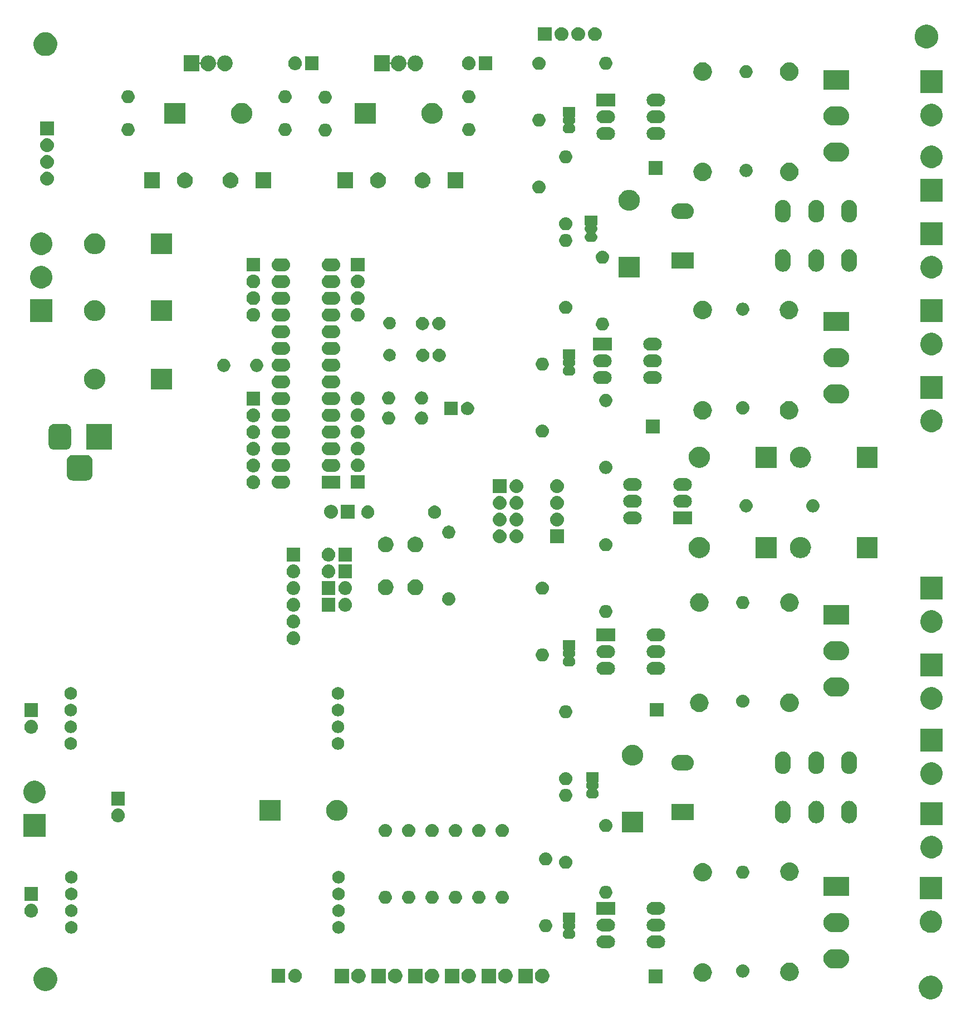
<source format=gts>
G04 #@! TF.GenerationSoftware,KiCad,Pcbnew,(5.0.1)-3*
G04 #@! TF.CreationDate,2018-11-11T16:05:35+05:30*
G04 #@! TF.ProjectId,NDT,4E44542E6B696361645F706362000000,rev?*
G04 #@! TF.SameCoordinates,Original*
G04 #@! TF.FileFunction,Soldermask,Top*
G04 #@! TF.FilePolarity,Negative*
%FSLAX46Y46*%
G04 Gerber Fmt 4.6, Leading zero omitted, Abs format (unit mm)*
G04 Created by KiCad (PCBNEW (5.0.1)-3) date 11/11/2018 4:05:35 PM*
%MOMM*%
%LPD*%
G01*
G04 APERTURE LIST*
%ADD10C,0.100000*%
G04 APERTURE END LIST*
D10*
G36*
X158997663Y-163576000D02*
X159158201Y-163607933D01*
X159485780Y-163743621D01*
X159715115Y-163896858D01*
X159780596Y-163940611D01*
X160031309Y-164191324D01*
X160031311Y-164191327D01*
X160088696Y-164277209D01*
X160228300Y-164486142D01*
X160363987Y-164813720D01*
X160433160Y-165161474D01*
X160433160Y-165516046D01*
X160400718Y-165679140D01*
X160373729Y-165814827D01*
X160363987Y-165863800D01*
X160228300Y-166191378D01*
X160031309Y-166486196D01*
X159780596Y-166736909D01*
X159780593Y-166736911D01*
X159485780Y-166933899D01*
X159158201Y-167069587D01*
X159042282Y-167092645D01*
X158810446Y-167138760D01*
X158455874Y-167138760D01*
X158224038Y-167092645D01*
X158108119Y-167069587D01*
X157780540Y-166933899D01*
X157485727Y-166736911D01*
X157485724Y-166736909D01*
X157235011Y-166486196D01*
X157038020Y-166191378D01*
X156902333Y-165863800D01*
X156892592Y-165814827D01*
X156865602Y-165679140D01*
X156833160Y-165516046D01*
X156833160Y-165161474D01*
X156902333Y-164813720D01*
X157038020Y-164486142D01*
X157177625Y-164277209D01*
X157235009Y-164191327D01*
X157235011Y-164191324D01*
X157485724Y-163940611D01*
X157551205Y-163896858D01*
X157780540Y-163743621D01*
X158108119Y-163607933D01*
X158268657Y-163576000D01*
X158455874Y-163538760D01*
X158810446Y-163538760D01*
X158997663Y-163576000D01*
X158997663Y-163576000D01*
G37*
G36*
X24412122Y-162330115D02*
X24528041Y-162353173D01*
X24855620Y-162488861D01*
X25023796Y-162601233D01*
X25150436Y-162685851D01*
X25401149Y-162936564D01*
X25401151Y-162936567D01*
X25598139Y-163231380D01*
X25733827Y-163558959D01*
X25747868Y-163629547D01*
X25803000Y-163906714D01*
X25803000Y-164261286D01*
X25769356Y-164430425D01*
X25733827Y-164609041D01*
X25684718Y-164727600D01*
X25598140Y-164936618D01*
X25401149Y-165231436D01*
X25150436Y-165482149D01*
X25150433Y-165482151D01*
X24855620Y-165679139D01*
X24528041Y-165814827D01*
X24412122Y-165837885D01*
X24180286Y-165884000D01*
X23825714Y-165884000D01*
X23593878Y-165837885D01*
X23477959Y-165814827D01*
X23150380Y-165679139D01*
X22855567Y-165482151D01*
X22855564Y-165482149D01*
X22604851Y-165231436D01*
X22407860Y-164936618D01*
X22321282Y-164727600D01*
X22272173Y-164609041D01*
X22236644Y-164430425D01*
X22203000Y-164261286D01*
X22203000Y-163906714D01*
X22258132Y-163629547D01*
X22272173Y-163558959D01*
X22407861Y-163231380D01*
X22604849Y-162936567D01*
X22604851Y-162936564D01*
X22855564Y-162685851D01*
X22982204Y-162601233D01*
X23150380Y-162488861D01*
X23477959Y-162353173D01*
X23593878Y-162330115D01*
X23825714Y-162284000D01*
X24180286Y-162284000D01*
X24412122Y-162330115D01*
X24412122Y-162330115D01*
G37*
G36*
X117839200Y-164727600D02*
X115739200Y-164727600D01*
X115739200Y-162627600D01*
X117839200Y-162627600D01*
X117839200Y-164727600D01*
X117839200Y-164727600D01*
G37*
G36*
X70188000Y-164676000D02*
X67988000Y-164676000D01*
X67988000Y-162476000D01*
X70188000Y-162476000D01*
X70188000Y-164676000D01*
X70188000Y-164676000D01*
G37*
G36*
X81364000Y-164676000D02*
X79164000Y-164676000D01*
X79164000Y-162476000D01*
X81364000Y-162476000D01*
X81364000Y-164676000D01*
X81364000Y-164676000D01*
G37*
G36*
X83124857Y-162518272D02*
X83325042Y-162601191D01*
X83325045Y-162601193D01*
X83471024Y-162698733D01*
X83505213Y-162721578D01*
X83658422Y-162874787D01*
X83658424Y-162874790D01*
X83658425Y-162874791D01*
X83758146Y-163024034D01*
X83778809Y-163054958D01*
X83861728Y-163255143D01*
X83904000Y-163467658D01*
X83904000Y-163684342D01*
X83861728Y-163896857D01*
X83778809Y-164097042D01*
X83778807Y-164097045D01*
X83669066Y-164261284D01*
X83658422Y-164277213D01*
X83505213Y-164430422D01*
X83505210Y-164430424D01*
X83505209Y-164430425D01*
X83448974Y-164468000D01*
X83325042Y-164550809D01*
X83124857Y-164633728D01*
X82912342Y-164676000D01*
X82695658Y-164676000D01*
X82483143Y-164633728D01*
X82282958Y-164550809D01*
X82159026Y-164468000D01*
X82102791Y-164430425D01*
X82102790Y-164430424D01*
X82102787Y-164430422D01*
X81949578Y-164277213D01*
X81938935Y-164261284D01*
X81829193Y-164097045D01*
X81829191Y-164097042D01*
X81746272Y-163896857D01*
X81704000Y-163684342D01*
X81704000Y-163467658D01*
X81746272Y-163255143D01*
X81829191Y-163054958D01*
X81849854Y-163024034D01*
X81949575Y-162874791D01*
X81949576Y-162874790D01*
X81949578Y-162874787D01*
X82102787Y-162721578D01*
X82136977Y-162698733D01*
X82282955Y-162601193D01*
X82282958Y-162601191D01*
X82483143Y-162518272D01*
X82695658Y-162476000D01*
X82912342Y-162476000D01*
X83124857Y-162518272D01*
X83124857Y-162518272D01*
G37*
G36*
X77536857Y-162518272D02*
X77737042Y-162601191D01*
X77737045Y-162601193D01*
X77883024Y-162698733D01*
X77917213Y-162721578D01*
X78070422Y-162874787D01*
X78070424Y-162874790D01*
X78070425Y-162874791D01*
X78170146Y-163024034D01*
X78190809Y-163054958D01*
X78273728Y-163255143D01*
X78316000Y-163467658D01*
X78316000Y-163684342D01*
X78273728Y-163896857D01*
X78190809Y-164097042D01*
X78190807Y-164097045D01*
X78081066Y-164261284D01*
X78070422Y-164277213D01*
X77917213Y-164430422D01*
X77917210Y-164430424D01*
X77917209Y-164430425D01*
X77860974Y-164468000D01*
X77737042Y-164550809D01*
X77536857Y-164633728D01*
X77324342Y-164676000D01*
X77107658Y-164676000D01*
X76895143Y-164633728D01*
X76694958Y-164550809D01*
X76571026Y-164468000D01*
X76514791Y-164430425D01*
X76514790Y-164430424D01*
X76514787Y-164430422D01*
X76361578Y-164277213D01*
X76350935Y-164261284D01*
X76241193Y-164097045D01*
X76241191Y-164097042D01*
X76158272Y-163896857D01*
X76116000Y-163684342D01*
X76116000Y-163467658D01*
X76158272Y-163255143D01*
X76241191Y-163054958D01*
X76261854Y-163024034D01*
X76361575Y-162874791D01*
X76361576Y-162874790D01*
X76361578Y-162874787D01*
X76514787Y-162721578D01*
X76548977Y-162698733D01*
X76694955Y-162601193D01*
X76694958Y-162601191D01*
X76895143Y-162518272D01*
X77107658Y-162476000D01*
X77324342Y-162476000D01*
X77536857Y-162518272D01*
X77536857Y-162518272D01*
G37*
G36*
X75776000Y-164676000D02*
X73576000Y-164676000D01*
X73576000Y-162476000D01*
X75776000Y-162476000D01*
X75776000Y-164676000D01*
X75776000Y-164676000D01*
G37*
G36*
X88712857Y-162518272D02*
X88913042Y-162601191D01*
X88913045Y-162601193D01*
X89059024Y-162698733D01*
X89093213Y-162721578D01*
X89246422Y-162874787D01*
X89246424Y-162874790D01*
X89246425Y-162874791D01*
X89346146Y-163024034D01*
X89366809Y-163054958D01*
X89449728Y-163255143D01*
X89492000Y-163467658D01*
X89492000Y-163684342D01*
X89449728Y-163896857D01*
X89366809Y-164097042D01*
X89366807Y-164097045D01*
X89257066Y-164261284D01*
X89246422Y-164277213D01*
X89093213Y-164430422D01*
X89093210Y-164430424D01*
X89093209Y-164430425D01*
X89036974Y-164468000D01*
X88913042Y-164550809D01*
X88712857Y-164633728D01*
X88500342Y-164676000D01*
X88283658Y-164676000D01*
X88071143Y-164633728D01*
X87870958Y-164550809D01*
X87747026Y-164468000D01*
X87690791Y-164430425D01*
X87690790Y-164430424D01*
X87690787Y-164430422D01*
X87537578Y-164277213D01*
X87526935Y-164261284D01*
X87417193Y-164097045D01*
X87417191Y-164097042D01*
X87334272Y-163896857D01*
X87292000Y-163684342D01*
X87292000Y-163467658D01*
X87334272Y-163255143D01*
X87417191Y-163054958D01*
X87437854Y-163024034D01*
X87537575Y-162874791D01*
X87537576Y-162874790D01*
X87537578Y-162874787D01*
X87690787Y-162721578D01*
X87724977Y-162698733D01*
X87870955Y-162601193D01*
X87870958Y-162601191D01*
X88071143Y-162518272D01*
X88283658Y-162476000D01*
X88500342Y-162476000D01*
X88712857Y-162518272D01*
X88712857Y-162518272D01*
G37*
G36*
X99888857Y-162518272D02*
X100089042Y-162601191D01*
X100089045Y-162601193D01*
X100235024Y-162698733D01*
X100269213Y-162721578D01*
X100422422Y-162874787D01*
X100422424Y-162874790D01*
X100422425Y-162874791D01*
X100522146Y-163024034D01*
X100542809Y-163054958D01*
X100625728Y-163255143D01*
X100668000Y-163467658D01*
X100668000Y-163684342D01*
X100625728Y-163896857D01*
X100542809Y-164097042D01*
X100542807Y-164097045D01*
X100433066Y-164261284D01*
X100422422Y-164277213D01*
X100269213Y-164430422D01*
X100269210Y-164430424D01*
X100269209Y-164430425D01*
X100212974Y-164468000D01*
X100089042Y-164550809D01*
X99888857Y-164633728D01*
X99676342Y-164676000D01*
X99459658Y-164676000D01*
X99247143Y-164633728D01*
X99046958Y-164550809D01*
X98923026Y-164468000D01*
X98866791Y-164430425D01*
X98866790Y-164430424D01*
X98866787Y-164430422D01*
X98713578Y-164277213D01*
X98702935Y-164261284D01*
X98593193Y-164097045D01*
X98593191Y-164097042D01*
X98510272Y-163896857D01*
X98468000Y-163684342D01*
X98468000Y-163467658D01*
X98510272Y-163255143D01*
X98593191Y-163054958D01*
X98613854Y-163024034D01*
X98713575Y-162874791D01*
X98713576Y-162874790D01*
X98713578Y-162874787D01*
X98866787Y-162721578D01*
X98900977Y-162698733D01*
X99046955Y-162601193D01*
X99046958Y-162601191D01*
X99247143Y-162518272D01*
X99459658Y-162476000D01*
X99676342Y-162476000D01*
X99888857Y-162518272D01*
X99888857Y-162518272D01*
G37*
G36*
X86952000Y-164676000D02*
X84752000Y-164676000D01*
X84752000Y-162476000D01*
X86952000Y-162476000D01*
X86952000Y-164676000D01*
X86952000Y-164676000D01*
G37*
G36*
X71948857Y-162518272D02*
X72149042Y-162601191D01*
X72149045Y-162601193D01*
X72295024Y-162698733D01*
X72329213Y-162721578D01*
X72482422Y-162874787D01*
X72482424Y-162874790D01*
X72482425Y-162874791D01*
X72582146Y-163024034D01*
X72602809Y-163054958D01*
X72685728Y-163255143D01*
X72728000Y-163467658D01*
X72728000Y-163684342D01*
X72685728Y-163896857D01*
X72602809Y-164097042D01*
X72602807Y-164097045D01*
X72493066Y-164261284D01*
X72482422Y-164277213D01*
X72329213Y-164430422D01*
X72329210Y-164430424D01*
X72329209Y-164430425D01*
X72272974Y-164468000D01*
X72149042Y-164550809D01*
X71948857Y-164633728D01*
X71736342Y-164676000D01*
X71519658Y-164676000D01*
X71307143Y-164633728D01*
X71106958Y-164550809D01*
X70983026Y-164468000D01*
X70926791Y-164430425D01*
X70926790Y-164430424D01*
X70926787Y-164430422D01*
X70773578Y-164277213D01*
X70762935Y-164261284D01*
X70653193Y-164097045D01*
X70653191Y-164097042D01*
X70570272Y-163896857D01*
X70528000Y-163684342D01*
X70528000Y-163467658D01*
X70570272Y-163255143D01*
X70653191Y-163054958D01*
X70673854Y-163024034D01*
X70773575Y-162874791D01*
X70773576Y-162874790D01*
X70773578Y-162874787D01*
X70926787Y-162721578D01*
X70960977Y-162698733D01*
X71106955Y-162601193D01*
X71106958Y-162601191D01*
X71307143Y-162518272D01*
X71519658Y-162476000D01*
X71736342Y-162476000D01*
X71948857Y-162518272D01*
X71948857Y-162518272D01*
G37*
G36*
X94300857Y-162518272D02*
X94501042Y-162601191D01*
X94501045Y-162601193D01*
X94647024Y-162698733D01*
X94681213Y-162721578D01*
X94834422Y-162874787D01*
X94834424Y-162874790D01*
X94834425Y-162874791D01*
X94934146Y-163024034D01*
X94954809Y-163054958D01*
X95037728Y-163255143D01*
X95080000Y-163467658D01*
X95080000Y-163684342D01*
X95037728Y-163896857D01*
X94954809Y-164097042D01*
X94954807Y-164097045D01*
X94845066Y-164261284D01*
X94834422Y-164277213D01*
X94681213Y-164430422D01*
X94681210Y-164430424D01*
X94681209Y-164430425D01*
X94624974Y-164468000D01*
X94501042Y-164550809D01*
X94300857Y-164633728D01*
X94088342Y-164676000D01*
X93871658Y-164676000D01*
X93659143Y-164633728D01*
X93458958Y-164550809D01*
X93335026Y-164468000D01*
X93278791Y-164430425D01*
X93278790Y-164430424D01*
X93278787Y-164430422D01*
X93125578Y-164277213D01*
X93114935Y-164261284D01*
X93005193Y-164097045D01*
X93005191Y-164097042D01*
X92922272Y-163896857D01*
X92880000Y-163684342D01*
X92880000Y-163467658D01*
X92922272Y-163255143D01*
X93005191Y-163054958D01*
X93025854Y-163024034D01*
X93125575Y-162874791D01*
X93125576Y-162874790D01*
X93125578Y-162874787D01*
X93278787Y-162721578D01*
X93312977Y-162698733D01*
X93458955Y-162601193D01*
X93458958Y-162601191D01*
X93659143Y-162518272D01*
X93871658Y-162476000D01*
X94088342Y-162476000D01*
X94300857Y-162518272D01*
X94300857Y-162518272D01*
G37*
G36*
X98128000Y-164676000D02*
X95928000Y-164676000D01*
X95928000Y-162476000D01*
X98128000Y-162476000D01*
X98128000Y-164676000D01*
X98128000Y-164676000D01*
G37*
G36*
X92540000Y-164676000D02*
X90340000Y-164676000D01*
X90340000Y-162476000D01*
X92540000Y-162476000D01*
X92540000Y-164676000D01*
X92540000Y-164676000D01*
G37*
G36*
X62104707Y-162533597D02*
X62181836Y-162541193D01*
X62313787Y-162581220D01*
X62379763Y-162601233D01*
X62562172Y-162698733D01*
X62722054Y-162829946D01*
X62853267Y-162989828D01*
X62950767Y-163172237D01*
X62968708Y-163231382D01*
X63010807Y-163370164D01*
X63031080Y-163576000D01*
X63010807Y-163781836D01*
X62972926Y-163906714D01*
X62950767Y-163979763D01*
X62853267Y-164162172D01*
X62722054Y-164322054D01*
X62562172Y-164453267D01*
X62379763Y-164550767D01*
X62313787Y-164570780D01*
X62181836Y-164610807D01*
X62104707Y-164618404D01*
X62027580Y-164626000D01*
X61924420Y-164626000D01*
X61847293Y-164618404D01*
X61770164Y-164610807D01*
X61638213Y-164570780D01*
X61572237Y-164550767D01*
X61389828Y-164453267D01*
X61229946Y-164322054D01*
X61098733Y-164162172D01*
X61001233Y-163979763D01*
X60979074Y-163906714D01*
X60941193Y-163781836D01*
X60920920Y-163576000D01*
X60941193Y-163370164D01*
X60983292Y-163231382D01*
X61001233Y-163172237D01*
X61098733Y-162989828D01*
X61229946Y-162829946D01*
X61389828Y-162698733D01*
X61572237Y-162601233D01*
X61638213Y-162581220D01*
X61770164Y-162541193D01*
X61847293Y-162533597D01*
X61924420Y-162526000D01*
X62027580Y-162526000D01*
X62104707Y-162533597D01*
X62104707Y-162533597D01*
G37*
G36*
X60486000Y-164626000D02*
X58386000Y-164626000D01*
X58386000Y-162526000D01*
X60486000Y-162526000D01*
X60486000Y-164626000D01*
X60486000Y-164626000D01*
G37*
G36*
X124226448Y-161688257D02*
X124490349Y-161768310D01*
X124733562Y-161898310D01*
X124946739Y-162073261D01*
X125121690Y-162286438D01*
X125251690Y-162529651D01*
X125331743Y-162793552D01*
X125358774Y-163068000D01*
X125331743Y-163342448D01*
X125251690Y-163606349D01*
X125121690Y-163849562D01*
X124946739Y-164062739D01*
X124733562Y-164237690D01*
X124490349Y-164367690D01*
X124226448Y-164447743D01*
X124020777Y-164468000D01*
X123883223Y-164468000D01*
X123677552Y-164447743D01*
X123413651Y-164367690D01*
X123170438Y-164237690D01*
X122957261Y-164062739D01*
X122782310Y-163849562D01*
X122652310Y-163606349D01*
X122572257Y-163342448D01*
X122545226Y-163068000D01*
X122572257Y-162793552D01*
X122652310Y-162529651D01*
X122782310Y-162286438D01*
X122957261Y-162073261D01*
X123170438Y-161898310D01*
X123413651Y-161768310D01*
X123677552Y-161688257D01*
X123883223Y-161668000D01*
X124020777Y-161668000D01*
X124226448Y-161688257D01*
X124226448Y-161688257D01*
G37*
G36*
X137433127Y-161593301D02*
X137568365Y-161620201D01*
X137823149Y-161725736D01*
X137997852Y-161842469D01*
X138052451Y-161878951D01*
X138247449Y-162073949D01*
X138247451Y-162073952D01*
X138400664Y-162303251D01*
X138506199Y-162558035D01*
X138531623Y-162685849D01*
X138553047Y-162793554D01*
X138560000Y-162828512D01*
X138560000Y-163104288D01*
X138506199Y-163374765D01*
X138400664Y-163629549D01*
X138377984Y-163663492D01*
X138247449Y-163858851D01*
X138052451Y-164053849D01*
X138052448Y-164053851D01*
X137823149Y-164207064D01*
X137568365Y-164312599D01*
X137520831Y-164322054D01*
X137297889Y-164366400D01*
X137022111Y-164366400D01*
X136799169Y-164322054D01*
X136751635Y-164312599D01*
X136496851Y-164207064D01*
X136267552Y-164053851D01*
X136267549Y-164053849D01*
X136072551Y-163858851D01*
X135942016Y-163663492D01*
X135919336Y-163629549D01*
X135813801Y-163374765D01*
X135760000Y-163104288D01*
X135760000Y-162828512D01*
X135766954Y-162793554D01*
X135788377Y-162685849D01*
X135813801Y-162558035D01*
X135919336Y-162303251D01*
X136072549Y-162073952D01*
X136072551Y-162073949D01*
X136267549Y-161878951D01*
X136322148Y-161842469D01*
X136496851Y-161725736D01*
X136751635Y-161620201D01*
X136886873Y-161593301D01*
X137022111Y-161566400D01*
X137297889Y-161566400D01*
X137433127Y-161593301D01*
X137433127Y-161593301D01*
G37*
G36*
X130244030Y-161842469D02*
X130244033Y-161842470D01*
X130244034Y-161842470D01*
X130432535Y-161899651D01*
X130432537Y-161899652D01*
X130606260Y-161992509D01*
X130758528Y-162117472D01*
X130883491Y-162269740D01*
X130883492Y-162269742D01*
X130976349Y-162443465D01*
X131033530Y-162631966D01*
X131033531Y-162631970D01*
X131052838Y-162828000D01*
X131033531Y-163024030D01*
X130976348Y-163212537D01*
X130883491Y-163386260D01*
X130758528Y-163538528D01*
X130606260Y-163663491D01*
X130432537Y-163756348D01*
X130432535Y-163756349D01*
X130244034Y-163813530D01*
X130244033Y-163813530D01*
X130244030Y-163813531D01*
X130097124Y-163828000D01*
X129998876Y-163828000D01*
X129851970Y-163813531D01*
X129851967Y-163813530D01*
X129851966Y-163813530D01*
X129663465Y-163756349D01*
X129663463Y-163756348D01*
X129489740Y-163663491D01*
X129337472Y-163538528D01*
X129212509Y-163386260D01*
X129119652Y-163212537D01*
X129062469Y-163024030D01*
X129043162Y-162828000D01*
X129062469Y-162631970D01*
X129062470Y-162631966D01*
X129119651Y-162443465D01*
X129212508Y-162269742D01*
X129212509Y-162269740D01*
X129337472Y-162117472D01*
X129489740Y-161992509D01*
X129663463Y-161899652D01*
X129663465Y-161899651D01*
X129851966Y-161842470D01*
X129851967Y-161842470D01*
X129851970Y-161842469D01*
X129998876Y-161828000D01*
X130097124Y-161828000D01*
X130244030Y-161842469D01*
X130244030Y-161842469D01*
G37*
G36*
X144885830Y-159516596D02*
X145056250Y-159533381D01*
X145329576Y-159616294D01*
X145581474Y-159750936D01*
X145802265Y-159932135D01*
X145983464Y-160152926D01*
X146118106Y-160404824D01*
X146201019Y-160678150D01*
X146229015Y-160962400D01*
X146201019Y-161246650D01*
X146118106Y-161519976D01*
X145983464Y-161771874D01*
X145802265Y-161992665D01*
X145581474Y-162173864D01*
X145329576Y-162308506D01*
X145056250Y-162391419D01*
X144885830Y-162408204D01*
X144843226Y-162412400D01*
X143700774Y-162412400D01*
X143658170Y-162408204D01*
X143487750Y-162391419D01*
X143214424Y-162308506D01*
X142962526Y-162173864D01*
X142741735Y-161992665D01*
X142560536Y-161771874D01*
X142425894Y-161519976D01*
X142342981Y-161246650D01*
X142314985Y-160962400D01*
X142342981Y-160678150D01*
X142425894Y-160404824D01*
X142560536Y-160152926D01*
X142741735Y-159932135D01*
X142962526Y-159750936D01*
X143214424Y-159616294D01*
X143487750Y-159533381D01*
X143658170Y-159516596D01*
X143700774Y-159512400D01*
X144843226Y-159512400D01*
X144885830Y-159516596D01*
X144885830Y-159516596D01*
G37*
G36*
X109816030Y-157413949D02*
X109816033Y-157413950D01*
X109816034Y-157413950D01*
X110004535Y-157471131D01*
X110004537Y-157471132D01*
X110178260Y-157563989D01*
X110330528Y-157688952D01*
X110455491Y-157841220D01*
X110548348Y-158014943D01*
X110605531Y-158203450D01*
X110624838Y-158399480D01*
X110605531Y-158595510D01*
X110548348Y-158784017D01*
X110455491Y-158957740D01*
X110330528Y-159110008D01*
X110178260Y-159234971D01*
X110178258Y-159234972D01*
X110004535Y-159327829D01*
X109816034Y-159385010D01*
X109816033Y-159385010D01*
X109816030Y-159385011D01*
X109669124Y-159399480D01*
X108770876Y-159399480D01*
X108623970Y-159385011D01*
X108623967Y-159385010D01*
X108623966Y-159385010D01*
X108435465Y-159327829D01*
X108261742Y-159234972D01*
X108261740Y-159234971D01*
X108109472Y-159110008D01*
X107984509Y-158957740D01*
X107891652Y-158784017D01*
X107834469Y-158595510D01*
X107815162Y-158399480D01*
X107834469Y-158203450D01*
X107891652Y-158014943D01*
X107984509Y-157841220D01*
X108109472Y-157688952D01*
X108261740Y-157563989D01*
X108435463Y-157471132D01*
X108435465Y-157471131D01*
X108623966Y-157413950D01*
X108623967Y-157413950D01*
X108623970Y-157413949D01*
X108770876Y-157399480D01*
X109669124Y-157399480D01*
X109816030Y-157413949D01*
X109816030Y-157413949D01*
G37*
G36*
X117436030Y-157413949D02*
X117436033Y-157413950D01*
X117436034Y-157413950D01*
X117624535Y-157471131D01*
X117624537Y-157471132D01*
X117798260Y-157563989D01*
X117950528Y-157688952D01*
X118075491Y-157841220D01*
X118168348Y-158014943D01*
X118225531Y-158203450D01*
X118244838Y-158399480D01*
X118225531Y-158595510D01*
X118168348Y-158784017D01*
X118075491Y-158957740D01*
X117950528Y-159110008D01*
X117798260Y-159234971D01*
X117798258Y-159234972D01*
X117624535Y-159327829D01*
X117436034Y-159385010D01*
X117436033Y-159385010D01*
X117436030Y-159385011D01*
X117289124Y-159399480D01*
X116390876Y-159399480D01*
X116243970Y-159385011D01*
X116243967Y-159385010D01*
X116243966Y-159385010D01*
X116055465Y-159327829D01*
X115881742Y-159234972D01*
X115881740Y-159234971D01*
X115729472Y-159110008D01*
X115604509Y-158957740D01*
X115511652Y-158784017D01*
X115454469Y-158595510D01*
X115435162Y-158399480D01*
X115454469Y-158203450D01*
X115511652Y-158014943D01*
X115604509Y-157841220D01*
X115729472Y-157688952D01*
X115881740Y-157563989D01*
X116055463Y-157471132D01*
X116055465Y-157471131D01*
X116243966Y-157413950D01*
X116243967Y-157413950D01*
X116243970Y-157413949D01*
X116390876Y-157399480D01*
X117289124Y-157399480D01*
X117436030Y-157413949D01*
X117436030Y-157413949D01*
G37*
G36*
X104582000Y-155412409D02*
X104571923Y-155413402D01*
X104548474Y-155420515D01*
X104526863Y-155432066D01*
X104507921Y-155447612D01*
X104492375Y-155466554D01*
X104480824Y-155488165D01*
X104473711Y-155511614D01*
X104471309Y-155536000D01*
X104473711Y-155560386D01*
X104480824Y-155583835D01*
X104486069Y-155594925D01*
X104530053Y-155677211D01*
X104530053Y-155677212D01*
X104571509Y-155813875D01*
X104585507Y-155956000D01*
X104571509Y-156098125D01*
X104555272Y-156151650D01*
X104530053Y-156234789D01*
X104462731Y-156360738D01*
X104372132Y-156471132D01*
X104343812Y-156494374D01*
X104326485Y-156511701D01*
X104312871Y-156532075D01*
X104303493Y-156554714D01*
X104298713Y-156578748D01*
X104298713Y-156603252D01*
X104303493Y-156627286D01*
X104312871Y-156649925D01*
X104326485Y-156670299D01*
X104343812Y-156687626D01*
X104372132Y-156710868D01*
X104462731Y-156821262D01*
X104530053Y-156947211D01*
X104530053Y-156947212D01*
X104571509Y-157083875D01*
X104585507Y-157226000D01*
X104571509Y-157368125D01*
X104557608Y-157413950D01*
X104530053Y-157504789D01*
X104462731Y-157630738D01*
X104372132Y-157741132D01*
X104261738Y-157831731D01*
X104135789Y-157899053D01*
X104090234Y-157912872D01*
X103999125Y-157940509D01*
X103928113Y-157947503D01*
X103892608Y-157951000D01*
X103371392Y-157951000D01*
X103335887Y-157947503D01*
X103264875Y-157940509D01*
X103173766Y-157912872D01*
X103128211Y-157899053D01*
X103002262Y-157831731D01*
X102891868Y-157741132D01*
X102801269Y-157630738D01*
X102733947Y-157504789D01*
X102706392Y-157413950D01*
X102692491Y-157368125D01*
X102678493Y-157226000D01*
X102692491Y-157083875D01*
X102733947Y-156947212D01*
X102733947Y-156947211D01*
X102801269Y-156821262D01*
X102891868Y-156710868D01*
X102920188Y-156687626D01*
X102937515Y-156670299D01*
X102951129Y-156649925D01*
X102960507Y-156627286D01*
X102965287Y-156603252D01*
X102965287Y-156578748D01*
X102960507Y-156554714D01*
X102951129Y-156532075D01*
X102937515Y-156511701D01*
X102920188Y-156494374D01*
X102891868Y-156471132D01*
X102801269Y-156360738D01*
X102733947Y-156234789D01*
X102708728Y-156151650D01*
X102692491Y-156098125D01*
X102678493Y-155956000D01*
X102692491Y-155813875D01*
X102733947Y-155677212D01*
X102733947Y-155677211D01*
X102777931Y-155594925D01*
X102787308Y-155572287D01*
X102792089Y-155548253D01*
X102792089Y-155523749D01*
X102787309Y-155499715D01*
X102777932Y-155477076D01*
X102764318Y-155456702D01*
X102746991Y-155439374D01*
X102726616Y-155425760D01*
X102703978Y-155416383D01*
X102682000Y-155412011D01*
X102682000Y-153961000D01*
X104582000Y-153961000D01*
X104582000Y-155412409D01*
X104582000Y-155412409D01*
G37*
G36*
X28220603Y-155284968D02*
X28220606Y-155284969D01*
X28220605Y-155284969D01*
X28395678Y-155357486D01*
X28395679Y-155357487D01*
X28553241Y-155462767D01*
X28687233Y-155596759D01*
X28687234Y-155596761D01*
X28792514Y-155754322D01*
X28848603Y-155889734D01*
X28865032Y-155929397D01*
X28902000Y-156115250D01*
X28902000Y-156304750D01*
X28865032Y-156490603D01*
X28848603Y-156530266D01*
X28792514Y-156665678D01*
X28762319Y-156710868D01*
X28687233Y-156823241D01*
X28553241Y-156957233D01*
X28473923Y-157010232D01*
X28395678Y-157062514D01*
X28260266Y-157118603D01*
X28220603Y-157135032D01*
X28034750Y-157172000D01*
X27845250Y-157172000D01*
X27659397Y-157135032D01*
X27619734Y-157118603D01*
X27484322Y-157062514D01*
X27406077Y-157010232D01*
X27326759Y-156957233D01*
X27192767Y-156823241D01*
X27117681Y-156710868D01*
X27087486Y-156665678D01*
X27031397Y-156530266D01*
X27014968Y-156490603D01*
X26978000Y-156304750D01*
X26978000Y-156115250D01*
X27014968Y-155929397D01*
X27031397Y-155889734D01*
X27087486Y-155754322D01*
X27192766Y-155596761D01*
X27192767Y-155596759D01*
X27326759Y-155462767D01*
X27484321Y-155357487D01*
X27484322Y-155357486D01*
X27659395Y-155284969D01*
X27659394Y-155284969D01*
X27659397Y-155284968D01*
X27845250Y-155248000D01*
X28034750Y-155248000D01*
X28220603Y-155284968D01*
X28220603Y-155284968D01*
G37*
G36*
X68860603Y-155284968D02*
X68860606Y-155284969D01*
X68860605Y-155284969D01*
X69035678Y-155357486D01*
X69035679Y-155357487D01*
X69193241Y-155462767D01*
X69327233Y-155596759D01*
X69327234Y-155596761D01*
X69432514Y-155754322D01*
X69488603Y-155889734D01*
X69505032Y-155929397D01*
X69542000Y-156115250D01*
X69542000Y-156304750D01*
X69505032Y-156490603D01*
X69488603Y-156530266D01*
X69432514Y-156665678D01*
X69402319Y-156710868D01*
X69327233Y-156823241D01*
X69193241Y-156957233D01*
X69113923Y-157010232D01*
X69035678Y-157062514D01*
X68900266Y-157118603D01*
X68860603Y-157135032D01*
X68674750Y-157172000D01*
X68485250Y-157172000D01*
X68299397Y-157135032D01*
X68259734Y-157118603D01*
X68124322Y-157062514D01*
X68046077Y-157010232D01*
X67966759Y-156957233D01*
X67832767Y-156823241D01*
X67757681Y-156710868D01*
X67727486Y-156665678D01*
X67671397Y-156530266D01*
X67654968Y-156490603D01*
X67618000Y-156304750D01*
X67618000Y-156115250D01*
X67654968Y-155929397D01*
X67671397Y-155889734D01*
X67727486Y-155754322D01*
X67832766Y-155596761D01*
X67832767Y-155596759D01*
X67966759Y-155462767D01*
X68124321Y-155357487D01*
X68124322Y-155357486D01*
X68299395Y-155284969D01*
X68299394Y-155284969D01*
X68299397Y-155284968D01*
X68485250Y-155248000D01*
X68674750Y-155248000D01*
X68860603Y-155284968D01*
X68860603Y-155284968D01*
G37*
G36*
X158959881Y-153670000D02*
X159169672Y-153711730D01*
X159479052Y-153839879D01*
X159757487Y-154025923D01*
X159994277Y-154262713D01*
X160180321Y-154541148D01*
X160308470Y-154850528D01*
X160313129Y-154873949D01*
X160373800Y-155178963D01*
X160373800Y-155513837D01*
X160357305Y-155596761D01*
X160308470Y-155842272D01*
X160180321Y-156151652D01*
X159994277Y-156430087D01*
X159757487Y-156666877D01*
X159479052Y-156852921D01*
X159169672Y-156981070D01*
X159060193Y-157002847D01*
X158841237Y-157046400D01*
X158506363Y-157046400D01*
X158287407Y-157002847D01*
X158177928Y-156981070D01*
X157868548Y-156852921D01*
X157590113Y-156666877D01*
X157353323Y-156430087D01*
X157167279Y-156151652D01*
X157039130Y-155842272D01*
X156990295Y-155596761D01*
X156973800Y-155513837D01*
X156973800Y-155178963D01*
X157034471Y-154873949D01*
X157039130Y-154850528D01*
X157167279Y-154541148D01*
X157353323Y-154262713D01*
X157590113Y-154025923D01*
X157868548Y-153839879D01*
X158177928Y-153711730D01*
X158387719Y-153670000D01*
X158506363Y-153646400D01*
X158841237Y-153646400D01*
X158959881Y-153670000D01*
X158959881Y-153670000D01*
G37*
G36*
X100251770Y-154971372D02*
X100367689Y-154994429D01*
X100549678Y-155069811D01*
X100713463Y-155179249D01*
X100852751Y-155318537D01*
X100962189Y-155482322D01*
X101037571Y-155664311D01*
X101040137Y-155677212D01*
X101076000Y-155857507D01*
X101076000Y-156054493D01*
X101063914Y-156115251D01*
X101037571Y-156247689D01*
X100962189Y-156429678D01*
X100852751Y-156593463D01*
X100713463Y-156732751D01*
X100549678Y-156842189D01*
X100367689Y-156917571D01*
X100251770Y-156940628D01*
X100174493Y-156956000D01*
X99977507Y-156956000D01*
X99900230Y-156940628D01*
X99784311Y-156917571D01*
X99602322Y-156842189D01*
X99438537Y-156732751D01*
X99299249Y-156593463D01*
X99189811Y-156429678D01*
X99114429Y-156247689D01*
X99088086Y-156115251D01*
X99076000Y-156054493D01*
X99076000Y-155857507D01*
X99111863Y-155677212D01*
X99114429Y-155664311D01*
X99189811Y-155482322D01*
X99299249Y-155318537D01*
X99438537Y-155179249D01*
X99602322Y-155069811D01*
X99784311Y-154994429D01*
X99900230Y-154971372D01*
X99977507Y-154956000D01*
X100174493Y-154956000D01*
X100251770Y-154971372D01*
X100251770Y-154971372D01*
G37*
G36*
X144885830Y-154041596D02*
X145056250Y-154058381D01*
X145329576Y-154141294D01*
X145581474Y-154275936D01*
X145802265Y-154457135D01*
X145983464Y-154677926D01*
X146118106Y-154929824D01*
X146201019Y-155203150D01*
X146229015Y-155487400D01*
X146201019Y-155771650D01*
X146118106Y-156044976D01*
X145983464Y-156296874D01*
X145802265Y-156517665D01*
X145581474Y-156698864D01*
X145329576Y-156833506D01*
X145056250Y-156916419D01*
X144885830Y-156933204D01*
X144843226Y-156937400D01*
X143700774Y-156937400D01*
X143658170Y-156933204D01*
X143487750Y-156916419D01*
X143214424Y-156833506D01*
X142962526Y-156698864D01*
X142741735Y-156517665D01*
X142560536Y-156296874D01*
X142425894Y-156044976D01*
X142342981Y-155771650D01*
X142314985Y-155487400D01*
X142342981Y-155203150D01*
X142425894Y-154929824D01*
X142560536Y-154677926D01*
X142741735Y-154457135D01*
X142962526Y-154275936D01*
X143214424Y-154141294D01*
X143487750Y-154058381D01*
X143658170Y-154041596D01*
X143700774Y-154037400D01*
X144843226Y-154037400D01*
X144885830Y-154041596D01*
X144885830Y-154041596D01*
G37*
G36*
X109816030Y-154873949D02*
X109816033Y-154873950D01*
X109816034Y-154873950D01*
X110004535Y-154931131D01*
X110004537Y-154931132D01*
X110178260Y-155023989D01*
X110330528Y-155148952D01*
X110455491Y-155301220D01*
X110533739Y-155447612D01*
X110548349Y-155474945D01*
X110585301Y-155596761D01*
X110605531Y-155663450D01*
X110624838Y-155859480D01*
X110605531Y-156055510D01*
X110605530Y-156055513D01*
X110605530Y-156055514D01*
X110551148Y-156234789D01*
X110548348Y-156244017D01*
X110455491Y-156417740D01*
X110330528Y-156570008D01*
X110178260Y-156694971D01*
X110178258Y-156694972D01*
X110004535Y-156787829D01*
X109816034Y-156845010D01*
X109816033Y-156845010D01*
X109816030Y-156845011D01*
X109669124Y-156859480D01*
X108770876Y-156859480D01*
X108623970Y-156845011D01*
X108623967Y-156845010D01*
X108623966Y-156845010D01*
X108435465Y-156787829D01*
X108261742Y-156694972D01*
X108261740Y-156694971D01*
X108109472Y-156570008D01*
X107984509Y-156417740D01*
X107891652Y-156244017D01*
X107888853Y-156234789D01*
X107834470Y-156055514D01*
X107834470Y-156055513D01*
X107834469Y-156055510D01*
X107815162Y-155859480D01*
X107834469Y-155663450D01*
X107854699Y-155596761D01*
X107891651Y-155474945D01*
X107906261Y-155447612D01*
X107984509Y-155301220D01*
X108109472Y-155148952D01*
X108261740Y-155023989D01*
X108435463Y-154931132D01*
X108435465Y-154931131D01*
X108623966Y-154873950D01*
X108623967Y-154873950D01*
X108623970Y-154873949D01*
X108770876Y-154859480D01*
X109669124Y-154859480D01*
X109816030Y-154873949D01*
X109816030Y-154873949D01*
G37*
G36*
X117436030Y-154873949D02*
X117436033Y-154873950D01*
X117436034Y-154873950D01*
X117624535Y-154931131D01*
X117624537Y-154931132D01*
X117798260Y-155023989D01*
X117950528Y-155148952D01*
X118075491Y-155301220D01*
X118153739Y-155447612D01*
X118168349Y-155474945D01*
X118205301Y-155596761D01*
X118225531Y-155663450D01*
X118244838Y-155859480D01*
X118225531Y-156055510D01*
X118225530Y-156055513D01*
X118225530Y-156055514D01*
X118171148Y-156234789D01*
X118168348Y-156244017D01*
X118075491Y-156417740D01*
X117950528Y-156570008D01*
X117798260Y-156694971D01*
X117798258Y-156694972D01*
X117624535Y-156787829D01*
X117436034Y-156845010D01*
X117436033Y-156845010D01*
X117436030Y-156845011D01*
X117289124Y-156859480D01*
X116390876Y-156859480D01*
X116243970Y-156845011D01*
X116243967Y-156845010D01*
X116243966Y-156845010D01*
X116055465Y-156787829D01*
X115881742Y-156694972D01*
X115881740Y-156694971D01*
X115729472Y-156570008D01*
X115604509Y-156417740D01*
X115511652Y-156244017D01*
X115508853Y-156234789D01*
X115454470Y-156055514D01*
X115454470Y-156055513D01*
X115454469Y-156055510D01*
X115435162Y-155859480D01*
X115454469Y-155663450D01*
X115474699Y-155596761D01*
X115511651Y-155474945D01*
X115526261Y-155447612D01*
X115604509Y-155301220D01*
X115729472Y-155148952D01*
X115881740Y-155023989D01*
X116055463Y-154931132D01*
X116055465Y-154931131D01*
X116243966Y-154873950D01*
X116243967Y-154873950D01*
X116243970Y-154873949D01*
X116390876Y-154859480D01*
X117289124Y-154859480D01*
X117436030Y-154873949D01*
X117436030Y-154873949D01*
G37*
G36*
X21972707Y-152627596D02*
X22049836Y-152635193D01*
X22181787Y-152675220D01*
X22247763Y-152695233D01*
X22430172Y-152792733D01*
X22590054Y-152923946D01*
X22721267Y-153083828D01*
X22818767Y-153266237D01*
X22818767Y-153266238D01*
X22878807Y-153464164D01*
X22899080Y-153670000D01*
X22878807Y-153875836D01*
X22856126Y-153950605D01*
X22818767Y-154073763D01*
X22721267Y-154256172D01*
X22590054Y-154416054D01*
X22430172Y-154547267D01*
X22247763Y-154644767D01*
X22181787Y-154664780D01*
X22049836Y-154704807D01*
X21972707Y-154712404D01*
X21895580Y-154720000D01*
X21792420Y-154720000D01*
X21715293Y-154712404D01*
X21638164Y-154704807D01*
X21506213Y-154664780D01*
X21440237Y-154644767D01*
X21257828Y-154547267D01*
X21097946Y-154416054D01*
X20966733Y-154256172D01*
X20869233Y-154073763D01*
X20831874Y-153950605D01*
X20809193Y-153875836D01*
X20788920Y-153670000D01*
X20809193Y-153464164D01*
X20869233Y-153266238D01*
X20869233Y-153266237D01*
X20966733Y-153083828D01*
X21097946Y-152923946D01*
X21257828Y-152792733D01*
X21440237Y-152695233D01*
X21506213Y-152675220D01*
X21638164Y-152635193D01*
X21715293Y-152627596D01*
X21792420Y-152620000D01*
X21895580Y-152620000D01*
X21972707Y-152627596D01*
X21972707Y-152627596D01*
G37*
G36*
X68860603Y-152744968D02*
X68860606Y-152744969D01*
X68860605Y-152744969D01*
X69035678Y-152817486D01*
X69035679Y-152817487D01*
X69193241Y-152922767D01*
X69327233Y-153056759D01*
X69371792Y-153123446D01*
X69432514Y-153214322D01*
X69488603Y-153349734D01*
X69505032Y-153389397D01*
X69542000Y-153575250D01*
X69542000Y-153764750D01*
X69505032Y-153950603D01*
X69505031Y-153950605D01*
X69432514Y-154125678D01*
X69422079Y-154141295D01*
X69327233Y-154283241D01*
X69193241Y-154417233D01*
X69133524Y-154457135D01*
X69035678Y-154522514D01*
X68975918Y-154547267D01*
X68860603Y-154595032D01*
X68674750Y-154632000D01*
X68485250Y-154632000D01*
X68299397Y-154595032D01*
X68184082Y-154547267D01*
X68124322Y-154522514D01*
X68026476Y-154457135D01*
X67966759Y-154417233D01*
X67832767Y-154283241D01*
X67737921Y-154141295D01*
X67727486Y-154125678D01*
X67654969Y-153950605D01*
X67654968Y-153950603D01*
X67618000Y-153764750D01*
X67618000Y-153575250D01*
X67654968Y-153389397D01*
X67671397Y-153349734D01*
X67727486Y-153214322D01*
X67788208Y-153123446D01*
X67832767Y-153056759D01*
X67966759Y-152922767D01*
X68124321Y-152817487D01*
X68124322Y-152817486D01*
X68299395Y-152744969D01*
X68299394Y-152744969D01*
X68299397Y-152744968D01*
X68485250Y-152708000D01*
X68674750Y-152708000D01*
X68860603Y-152744968D01*
X68860603Y-152744968D01*
G37*
G36*
X28220603Y-152744968D02*
X28220606Y-152744969D01*
X28220605Y-152744969D01*
X28395678Y-152817486D01*
X28395679Y-152817487D01*
X28553241Y-152922767D01*
X28687233Y-153056759D01*
X28731792Y-153123446D01*
X28792514Y-153214322D01*
X28848603Y-153349734D01*
X28865032Y-153389397D01*
X28902000Y-153575250D01*
X28902000Y-153764750D01*
X28865032Y-153950603D01*
X28865031Y-153950605D01*
X28792514Y-154125678D01*
X28782079Y-154141295D01*
X28687233Y-154283241D01*
X28553241Y-154417233D01*
X28493524Y-154457135D01*
X28395678Y-154522514D01*
X28335918Y-154547267D01*
X28220603Y-154595032D01*
X28034750Y-154632000D01*
X27845250Y-154632000D01*
X27659397Y-154595032D01*
X27544082Y-154547267D01*
X27484322Y-154522514D01*
X27386476Y-154457135D01*
X27326759Y-154417233D01*
X27192767Y-154283241D01*
X27097921Y-154141295D01*
X27087486Y-154125678D01*
X27014969Y-153950605D01*
X27014968Y-153950603D01*
X26978000Y-153764750D01*
X26978000Y-153575250D01*
X27014968Y-153389397D01*
X27031397Y-153349734D01*
X27087486Y-153214322D01*
X27148208Y-153123446D01*
X27192767Y-153056759D01*
X27326759Y-152922767D01*
X27484321Y-152817487D01*
X27484322Y-152817486D01*
X27659395Y-152744969D01*
X27659394Y-152744969D01*
X27659397Y-152744968D01*
X27845250Y-152708000D01*
X28034750Y-152708000D01*
X28220603Y-152744968D01*
X28220603Y-152744968D01*
G37*
G36*
X110620000Y-154319480D02*
X107820000Y-154319480D01*
X107820000Y-152319480D01*
X110620000Y-152319480D01*
X110620000Y-154319480D01*
X110620000Y-154319480D01*
G37*
G36*
X117436030Y-152333949D02*
X117436033Y-152333950D01*
X117436034Y-152333950D01*
X117624535Y-152391131D01*
X117624537Y-152391132D01*
X117798260Y-152483989D01*
X117950528Y-152608952D01*
X118075491Y-152761220D01*
X118075492Y-152761222D01*
X118168349Y-152934945D01*
X118205301Y-153056761D01*
X118225531Y-153123450D01*
X118244838Y-153319480D01*
X118225531Y-153515510D01*
X118168348Y-153704017D01*
X118075491Y-153877740D01*
X117950528Y-154030008D01*
X117798260Y-154154971D01*
X117798258Y-154154972D01*
X117624535Y-154247829D01*
X117436034Y-154305010D01*
X117436033Y-154305010D01*
X117436030Y-154305011D01*
X117289124Y-154319480D01*
X116390876Y-154319480D01*
X116243970Y-154305011D01*
X116243967Y-154305010D01*
X116243966Y-154305010D01*
X116055465Y-154247829D01*
X115881742Y-154154972D01*
X115881740Y-154154971D01*
X115729472Y-154030008D01*
X115604509Y-153877740D01*
X115511652Y-153704017D01*
X115454469Y-153515510D01*
X115435162Y-153319480D01*
X115454469Y-153123450D01*
X115474699Y-153056761D01*
X115511651Y-152934945D01*
X115604508Y-152761222D01*
X115604509Y-152761220D01*
X115729472Y-152608952D01*
X115881740Y-152483989D01*
X116055463Y-152391132D01*
X116055465Y-152391131D01*
X116243966Y-152333950D01*
X116243967Y-152333950D01*
X116243970Y-152333949D01*
X116390876Y-152319480D01*
X117289124Y-152319480D01*
X117436030Y-152333949D01*
X117436030Y-152333949D01*
G37*
G36*
X82979770Y-150653372D02*
X83095689Y-150676429D01*
X83277678Y-150751811D01*
X83441463Y-150861249D01*
X83580751Y-151000537D01*
X83690189Y-151164322D01*
X83765571Y-151346311D01*
X83788628Y-151462230D01*
X83804000Y-151539507D01*
X83804000Y-151736493D01*
X83788628Y-151813770D01*
X83765571Y-151929689D01*
X83690189Y-152111678D01*
X83580751Y-152275463D01*
X83441463Y-152414751D01*
X83277678Y-152524189D01*
X83095689Y-152599571D01*
X82992984Y-152620000D01*
X82902493Y-152638000D01*
X82705507Y-152638000D01*
X82615016Y-152620000D01*
X82512311Y-152599571D01*
X82330322Y-152524189D01*
X82166537Y-152414751D01*
X82027249Y-152275463D01*
X81917811Y-152111678D01*
X81842429Y-151929689D01*
X81819372Y-151813770D01*
X81804000Y-151736493D01*
X81804000Y-151539507D01*
X81819372Y-151462230D01*
X81842429Y-151346311D01*
X81917811Y-151164322D01*
X82027249Y-151000537D01*
X82166537Y-150861249D01*
X82330322Y-150751811D01*
X82512311Y-150676429D01*
X82628230Y-150653372D01*
X82705507Y-150638000D01*
X82902493Y-150638000D01*
X82979770Y-150653372D01*
X82979770Y-150653372D01*
G37*
G36*
X93647770Y-150653372D02*
X93763689Y-150676429D01*
X93945678Y-150751811D01*
X94109463Y-150861249D01*
X94248751Y-151000537D01*
X94358189Y-151164322D01*
X94433571Y-151346311D01*
X94456628Y-151462230D01*
X94472000Y-151539507D01*
X94472000Y-151736493D01*
X94456628Y-151813770D01*
X94433571Y-151929689D01*
X94358189Y-152111678D01*
X94248751Y-152275463D01*
X94109463Y-152414751D01*
X93945678Y-152524189D01*
X93763689Y-152599571D01*
X93660984Y-152620000D01*
X93570493Y-152638000D01*
X93373507Y-152638000D01*
X93283016Y-152620000D01*
X93180311Y-152599571D01*
X92998322Y-152524189D01*
X92834537Y-152414751D01*
X92695249Y-152275463D01*
X92585811Y-152111678D01*
X92510429Y-151929689D01*
X92487372Y-151813770D01*
X92472000Y-151736493D01*
X92472000Y-151539507D01*
X92487372Y-151462230D01*
X92510429Y-151346311D01*
X92585811Y-151164322D01*
X92695249Y-151000537D01*
X92834537Y-150861249D01*
X92998322Y-150751811D01*
X93180311Y-150676429D01*
X93296230Y-150653372D01*
X93373507Y-150638000D01*
X93570493Y-150638000D01*
X93647770Y-150653372D01*
X93647770Y-150653372D01*
G37*
G36*
X75867770Y-150653372D02*
X75983689Y-150676429D01*
X76165678Y-150751811D01*
X76329463Y-150861249D01*
X76468751Y-151000537D01*
X76578189Y-151164322D01*
X76653571Y-151346311D01*
X76676628Y-151462230D01*
X76692000Y-151539507D01*
X76692000Y-151736493D01*
X76676628Y-151813770D01*
X76653571Y-151929689D01*
X76578189Y-152111678D01*
X76468751Y-152275463D01*
X76329463Y-152414751D01*
X76165678Y-152524189D01*
X75983689Y-152599571D01*
X75880984Y-152620000D01*
X75790493Y-152638000D01*
X75593507Y-152638000D01*
X75503016Y-152620000D01*
X75400311Y-152599571D01*
X75218322Y-152524189D01*
X75054537Y-152414751D01*
X74915249Y-152275463D01*
X74805811Y-152111678D01*
X74730429Y-151929689D01*
X74707372Y-151813770D01*
X74692000Y-151736493D01*
X74692000Y-151539507D01*
X74707372Y-151462230D01*
X74730429Y-151346311D01*
X74805811Y-151164322D01*
X74915249Y-151000537D01*
X75054537Y-150861249D01*
X75218322Y-150751811D01*
X75400311Y-150676429D01*
X75516230Y-150653372D01*
X75593507Y-150638000D01*
X75790493Y-150638000D01*
X75867770Y-150653372D01*
X75867770Y-150653372D01*
G37*
G36*
X90091770Y-150653372D02*
X90207689Y-150676429D01*
X90389678Y-150751811D01*
X90553463Y-150861249D01*
X90692751Y-151000537D01*
X90802189Y-151164322D01*
X90877571Y-151346311D01*
X90900628Y-151462230D01*
X90916000Y-151539507D01*
X90916000Y-151736493D01*
X90900628Y-151813770D01*
X90877571Y-151929689D01*
X90802189Y-152111678D01*
X90692751Y-152275463D01*
X90553463Y-152414751D01*
X90389678Y-152524189D01*
X90207689Y-152599571D01*
X90104984Y-152620000D01*
X90014493Y-152638000D01*
X89817507Y-152638000D01*
X89727016Y-152620000D01*
X89624311Y-152599571D01*
X89442322Y-152524189D01*
X89278537Y-152414751D01*
X89139249Y-152275463D01*
X89029811Y-152111678D01*
X88954429Y-151929689D01*
X88931372Y-151813770D01*
X88916000Y-151736493D01*
X88916000Y-151539507D01*
X88931372Y-151462230D01*
X88954429Y-151346311D01*
X89029811Y-151164322D01*
X89139249Y-151000537D01*
X89278537Y-150861249D01*
X89442322Y-150751811D01*
X89624311Y-150676429D01*
X89740230Y-150653372D01*
X89817507Y-150638000D01*
X90014493Y-150638000D01*
X90091770Y-150653372D01*
X90091770Y-150653372D01*
G37*
G36*
X79423770Y-150653372D02*
X79539689Y-150676429D01*
X79721678Y-150751811D01*
X79885463Y-150861249D01*
X80024751Y-151000537D01*
X80134189Y-151164322D01*
X80209571Y-151346311D01*
X80232628Y-151462230D01*
X80248000Y-151539507D01*
X80248000Y-151736493D01*
X80232628Y-151813770D01*
X80209571Y-151929689D01*
X80134189Y-152111678D01*
X80024751Y-152275463D01*
X79885463Y-152414751D01*
X79721678Y-152524189D01*
X79539689Y-152599571D01*
X79436984Y-152620000D01*
X79346493Y-152638000D01*
X79149507Y-152638000D01*
X79059016Y-152620000D01*
X78956311Y-152599571D01*
X78774322Y-152524189D01*
X78610537Y-152414751D01*
X78471249Y-152275463D01*
X78361811Y-152111678D01*
X78286429Y-151929689D01*
X78263372Y-151813770D01*
X78248000Y-151736493D01*
X78248000Y-151539507D01*
X78263372Y-151462230D01*
X78286429Y-151346311D01*
X78361811Y-151164322D01*
X78471249Y-151000537D01*
X78610537Y-150861249D01*
X78774322Y-150751811D01*
X78956311Y-150676429D01*
X79072230Y-150653372D01*
X79149507Y-150638000D01*
X79346493Y-150638000D01*
X79423770Y-150653372D01*
X79423770Y-150653372D01*
G37*
G36*
X86535770Y-150653372D02*
X86651689Y-150676429D01*
X86833678Y-150751811D01*
X86997463Y-150861249D01*
X87136751Y-151000537D01*
X87246189Y-151164322D01*
X87321571Y-151346311D01*
X87344628Y-151462230D01*
X87360000Y-151539507D01*
X87360000Y-151736493D01*
X87344628Y-151813770D01*
X87321571Y-151929689D01*
X87246189Y-152111678D01*
X87136751Y-152275463D01*
X86997463Y-152414751D01*
X86833678Y-152524189D01*
X86651689Y-152599571D01*
X86548984Y-152620000D01*
X86458493Y-152638000D01*
X86261507Y-152638000D01*
X86171016Y-152620000D01*
X86068311Y-152599571D01*
X85886322Y-152524189D01*
X85722537Y-152414751D01*
X85583249Y-152275463D01*
X85473811Y-152111678D01*
X85398429Y-151929689D01*
X85375372Y-151813770D01*
X85360000Y-151736493D01*
X85360000Y-151539507D01*
X85375372Y-151462230D01*
X85398429Y-151346311D01*
X85473811Y-151164322D01*
X85583249Y-151000537D01*
X85722537Y-150861249D01*
X85886322Y-150751811D01*
X86068311Y-150676429D01*
X86184230Y-150653372D01*
X86261507Y-150638000D01*
X86458493Y-150638000D01*
X86535770Y-150653372D01*
X86535770Y-150653372D01*
G37*
G36*
X22894000Y-152180000D02*
X20794000Y-152180000D01*
X20794000Y-150080000D01*
X22894000Y-150080000D01*
X22894000Y-152180000D01*
X22894000Y-152180000D01*
G37*
G36*
X28220603Y-150204968D02*
X28220606Y-150204969D01*
X28220605Y-150204969D01*
X28395678Y-150277486D01*
X28395679Y-150277487D01*
X28553241Y-150382767D01*
X28687233Y-150516759D01*
X28687234Y-150516761D01*
X28792514Y-150674322D01*
X28835254Y-150777507D01*
X28865032Y-150849397D01*
X28902000Y-151035250D01*
X28902000Y-151224750D01*
X28865032Y-151410603D01*
X28865031Y-151410605D01*
X28792514Y-151585678D01*
X28792513Y-151585679D01*
X28687233Y-151743241D01*
X28553241Y-151877233D01*
X28474740Y-151929686D01*
X28395678Y-151982514D01*
X28260266Y-152038603D01*
X28220603Y-152055032D01*
X28034750Y-152092000D01*
X27845250Y-152092000D01*
X27659397Y-152055032D01*
X27619734Y-152038603D01*
X27484322Y-151982514D01*
X27405260Y-151929686D01*
X27326759Y-151877233D01*
X27192767Y-151743241D01*
X27087487Y-151585679D01*
X27087486Y-151585678D01*
X27014969Y-151410605D01*
X27014968Y-151410603D01*
X26978000Y-151224750D01*
X26978000Y-151035250D01*
X27014968Y-150849397D01*
X27044746Y-150777507D01*
X27087486Y-150674322D01*
X27192766Y-150516761D01*
X27192767Y-150516759D01*
X27326759Y-150382767D01*
X27484321Y-150277487D01*
X27484322Y-150277486D01*
X27659395Y-150204969D01*
X27659394Y-150204969D01*
X27659397Y-150204968D01*
X27845250Y-150168000D01*
X28034750Y-150168000D01*
X28220603Y-150204968D01*
X28220603Y-150204968D01*
G37*
G36*
X68860603Y-150204968D02*
X68860606Y-150204969D01*
X68860605Y-150204969D01*
X69035678Y-150277486D01*
X69035679Y-150277487D01*
X69193241Y-150382767D01*
X69327233Y-150516759D01*
X69327234Y-150516761D01*
X69432514Y-150674322D01*
X69475254Y-150777507D01*
X69505032Y-150849397D01*
X69542000Y-151035250D01*
X69542000Y-151224750D01*
X69505032Y-151410603D01*
X69505031Y-151410605D01*
X69432514Y-151585678D01*
X69432513Y-151585679D01*
X69327233Y-151743241D01*
X69193241Y-151877233D01*
X69114740Y-151929686D01*
X69035678Y-151982514D01*
X68900266Y-152038603D01*
X68860603Y-152055032D01*
X68674750Y-152092000D01*
X68485250Y-152092000D01*
X68299397Y-152055032D01*
X68259734Y-152038603D01*
X68124322Y-151982514D01*
X68045260Y-151929686D01*
X67966759Y-151877233D01*
X67832767Y-151743241D01*
X67727487Y-151585679D01*
X67727486Y-151585678D01*
X67654969Y-151410605D01*
X67654968Y-151410603D01*
X67618000Y-151224750D01*
X67618000Y-151035250D01*
X67654968Y-150849397D01*
X67684746Y-150777507D01*
X67727486Y-150674322D01*
X67832766Y-150516761D01*
X67832767Y-150516759D01*
X67966759Y-150382767D01*
X68124321Y-150277487D01*
X68124322Y-150277486D01*
X68299395Y-150204969D01*
X68299394Y-150204969D01*
X68299397Y-150204968D01*
X68485250Y-150168000D01*
X68674750Y-150168000D01*
X68860603Y-150204968D01*
X68860603Y-150204968D01*
G37*
G36*
X160373800Y-151966400D02*
X156973800Y-151966400D01*
X156973800Y-148566400D01*
X160373800Y-148566400D01*
X160373800Y-151966400D01*
X160373800Y-151966400D01*
G37*
G36*
X109395770Y-149891372D02*
X109511689Y-149914429D01*
X109693678Y-149989811D01*
X109857463Y-150099249D01*
X109996751Y-150238537D01*
X110106189Y-150402322D01*
X110181571Y-150584311D01*
X110192250Y-150638000D01*
X110220000Y-150777507D01*
X110220000Y-150974493D01*
X110207914Y-151035251D01*
X110181571Y-151167689D01*
X110106189Y-151349678D01*
X109996751Y-151513463D01*
X109857463Y-151652751D01*
X109693678Y-151762189D01*
X109511689Y-151837571D01*
X109395770Y-151860628D01*
X109318493Y-151876000D01*
X109121507Y-151876000D01*
X109044230Y-151860628D01*
X108928311Y-151837571D01*
X108746322Y-151762189D01*
X108582537Y-151652751D01*
X108443249Y-151513463D01*
X108333811Y-151349678D01*
X108258429Y-151167689D01*
X108232086Y-151035251D01*
X108220000Y-150974493D01*
X108220000Y-150777507D01*
X108247750Y-150638000D01*
X108258429Y-150584311D01*
X108333811Y-150402322D01*
X108443249Y-150238537D01*
X108582537Y-150099249D01*
X108746322Y-149989811D01*
X108928311Y-149914429D01*
X109044230Y-149891372D01*
X109121507Y-149876000D01*
X109318493Y-149876000D01*
X109395770Y-149891372D01*
X109395770Y-149891372D01*
G37*
G36*
X146222000Y-151462400D02*
X142322000Y-151462400D01*
X142322000Y-148562400D01*
X146222000Y-148562400D01*
X146222000Y-151462400D01*
X146222000Y-151462400D01*
G37*
G36*
X68860603Y-147664968D02*
X68860606Y-147664969D01*
X68860605Y-147664969D01*
X69035678Y-147737486D01*
X69035679Y-147737487D01*
X69193241Y-147842767D01*
X69327233Y-147976759D01*
X69327234Y-147976761D01*
X69432514Y-148134322D01*
X69474781Y-148236364D01*
X69505032Y-148309397D01*
X69542000Y-148495250D01*
X69542000Y-148684750D01*
X69505032Y-148870603D01*
X69505031Y-148870605D01*
X69432514Y-149045678D01*
X69432513Y-149045679D01*
X69327233Y-149203241D01*
X69193241Y-149337233D01*
X69113923Y-149390232D01*
X69035678Y-149442514D01*
X68900266Y-149498603D01*
X68860603Y-149515032D01*
X68674750Y-149552000D01*
X68485250Y-149552000D01*
X68299397Y-149515032D01*
X68259734Y-149498603D01*
X68124322Y-149442514D01*
X68046077Y-149390232D01*
X67966759Y-149337233D01*
X67832767Y-149203241D01*
X67727487Y-149045679D01*
X67727486Y-149045678D01*
X67654969Y-148870605D01*
X67654968Y-148870603D01*
X67618000Y-148684750D01*
X67618000Y-148495250D01*
X67654968Y-148309397D01*
X67685219Y-148236364D01*
X67727486Y-148134322D01*
X67832766Y-147976761D01*
X67832767Y-147976759D01*
X67966759Y-147842767D01*
X68124321Y-147737487D01*
X68124322Y-147737486D01*
X68299395Y-147664969D01*
X68299394Y-147664969D01*
X68299397Y-147664968D01*
X68485250Y-147628000D01*
X68674750Y-147628000D01*
X68860603Y-147664968D01*
X68860603Y-147664968D01*
G37*
G36*
X28220603Y-147664968D02*
X28220606Y-147664969D01*
X28220605Y-147664969D01*
X28395678Y-147737486D01*
X28395679Y-147737487D01*
X28553241Y-147842767D01*
X28687233Y-147976759D01*
X28687234Y-147976761D01*
X28792514Y-148134322D01*
X28834781Y-148236364D01*
X28865032Y-148309397D01*
X28902000Y-148495250D01*
X28902000Y-148684750D01*
X28865032Y-148870603D01*
X28865031Y-148870605D01*
X28792514Y-149045678D01*
X28792513Y-149045679D01*
X28687233Y-149203241D01*
X28553241Y-149337233D01*
X28473923Y-149390232D01*
X28395678Y-149442514D01*
X28260266Y-149498603D01*
X28220603Y-149515032D01*
X28034750Y-149552000D01*
X27845250Y-149552000D01*
X27659397Y-149515032D01*
X27619734Y-149498603D01*
X27484322Y-149442514D01*
X27406077Y-149390232D01*
X27326759Y-149337233D01*
X27192767Y-149203241D01*
X27087487Y-149045679D01*
X27087486Y-149045678D01*
X27014969Y-148870605D01*
X27014968Y-148870603D01*
X26978000Y-148684750D01*
X26978000Y-148495250D01*
X27014968Y-148309397D01*
X27045219Y-148236364D01*
X27087486Y-148134322D01*
X27192766Y-147976761D01*
X27192767Y-147976759D01*
X27326759Y-147842767D01*
X27484321Y-147737487D01*
X27484322Y-147737486D01*
X27659395Y-147664969D01*
X27659394Y-147664969D01*
X27659397Y-147664968D01*
X27845250Y-147628000D01*
X28034750Y-147628000D01*
X28220603Y-147664968D01*
X28220603Y-147664968D01*
G37*
G36*
X124225127Y-146454901D02*
X124360365Y-146481801D01*
X124615149Y-146587336D01*
X124820203Y-146724349D01*
X124844451Y-146740551D01*
X125039449Y-146935549D01*
X125039451Y-146935552D01*
X125175720Y-147139492D01*
X125192665Y-147164853D01*
X125220622Y-147232348D01*
X125298199Y-147419635D01*
X125321407Y-147536311D01*
X125352000Y-147690111D01*
X125352000Y-147965889D01*
X125345046Y-148000848D01*
X125298199Y-148236365D01*
X125271145Y-148301678D01*
X125203304Y-148465463D01*
X125192664Y-148491149D01*
X125142383Y-148566400D01*
X125039449Y-148720451D01*
X124844451Y-148915449D01*
X124844448Y-148915451D01*
X124615149Y-149068664D01*
X124360365Y-149174199D01*
X124225127Y-149201099D01*
X124089889Y-149228000D01*
X123814111Y-149228000D01*
X123678873Y-149201099D01*
X123543635Y-149174199D01*
X123288851Y-149068664D01*
X123059552Y-148915451D01*
X123059549Y-148915449D01*
X122864551Y-148720451D01*
X122761617Y-148566400D01*
X122711336Y-148491149D01*
X122700697Y-148465463D01*
X122632855Y-148301678D01*
X122605801Y-148236365D01*
X122558954Y-148000848D01*
X122552000Y-147965889D01*
X122552000Y-147690111D01*
X122582593Y-147536311D01*
X122605801Y-147419635D01*
X122683378Y-147232348D01*
X122711335Y-147164853D01*
X122728281Y-147139492D01*
X122864549Y-146935552D01*
X122864551Y-146935549D01*
X123059549Y-146740551D01*
X123083797Y-146724349D01*
X123288851Y-146587336D01*
X123543635Y-146481801D01*
X123678873Y-146454901D01*
X123814111Y-146428000D01*
X124089889Y-146428000D01*
X124225127Y-146454901D01*
X124225127Y-146454901D01*
G37*
G36*
X137434448Y-146346657D02*
X137698349Y-146426710D01*
X137941562Y-146556710D01*
X138154739Y-146731661D01*
X138329690Y-146944838D01*
X138459690Y-147188051D01*
X138539743Y-147451952D01*
X138566774Y-147726400D01*
X138539743Y-148000848D01*
X138459690Y-148264749D01*
X138329690Y-148507962D01*
X138154739Y-148721139D01*
X137941562Y-148896090D01*
X137698349Y-149026090D01*
X137434448Y-149106143D01*
X137228777Y-149126400D01*
X137091223Y-149126400D01*
X136885552Y-149106143D01*
X136621651Y-149026090D01*
X136378438Y-148896090D01*
X136165261Y-148721139D01*
X135990310Y-148507962D01*
X135860310Y-148264749D01*
X135780257Y-148000848D01*
X135753226Y-147726400D01*
X135780257Y-147451952D01*
X135860310Y-147188051D01*
X135990310Y-146944838D01*
X136165261Y-146731661D01*
X136378438Y-146556710D01*
X136621651Y-146426710D01*
X136885552Y-146346657D01*
X137091223Y-146326400D01*
X137228777Y-146326400D01*
X137434448Y-146346657D01*
X137434448Y-146346657D01*
G37*
G36*
X130223770Y-146843372D02*
X130339689Y-146866429D01*
X130521678Y-146941811D01*
X130685463Y-147051249D01*
X130824751Y-147190537D01*
X130934189Y-147354322D01*
X131009571Y-147536311D01*
X131027809Y-147628000D01*
X131048000Y-147729507D01*
X131048000Y-147926493D01*
X131038001Y-147976759D01*
X131009571Y-148119689D01*
X130934189Y-148301678D01*
X130824751Y-148465463D01*
X130685463Y-148604751D01*
X130521678Y-148714189D01*
X130339689Y-148789571D01*
X130223770Y-148812628D01*
X130146493Y-148828000D01*
X129949507Y-148828000D01*
X129872230Y-148812628D01*
X129756311Y-148789571D01*
X129574322Y-148714189D01*
X129410537Y-148604751D01*
X129271249Y-148465463D01*
X129161811Y-148301678D01*
X129086429Y-148119689D01*
X129057999Y-147976759D01*
X129048000Y-147926493D01*
X129048000Y-147729507D01*
X129068191Y-147628000D01*
X129086429Y-147536311D01*
X129161811Y-147354322D01*
X129271249Y-147190537D01*
X129410537Y-147051249D01*
X129574322Y-146941811D01*
X129756311Y-146866429D01*
X129872230Y-146843372D01*
X129949507Y-146828000D01*
X130146493Y-146828000D01*
X130223770Y-146843372D01*
X130223770Y-146843372D01*
G37*
G36*
X103320030Y-145318469D02*
X103320033Y-145318470D01*
X103320034Y-145318470D01*
X103508535Y-145375651D01*
X103508537Y-145375652D01*
X103682260Y-145468509D01*
X103834528Y-145593472D01*
X103959491Y-145745740D01*
X104052348Y-145919463D01*
X104052349Y-145919465D01*
X104109530Y-146107966D01*
X104109531Y-146107970D01*
X104128838Y-146304000D01*
X104109531Y-146500030D01*
X104109530Y-146500033D01*
X104109530Y-146500034D01*
X104069653Y-146631492D01*
X104052348Y-146688537D01*
X103959491Y-146862260D01*
X103834528Y-147014528D01*
X103682260Y-147139491D01*
X103591411Y-147188051D01*
X103508535Y-147232349D01*
X103320034Y-147289530D01*
X103320033Y-147289530D01*
X103320030Y-147289531D01*
X103173124Y-147304000D01*
X103074876Y-147304000D01*
X102927970Y-147289531D01*
X102927967Y-147289530D01*
X102927966Y-147289530D01*
X102739465Y-147232349D01*
X102656589Y-147188051D01*
X102565740Y-147139491D01*
X102413472Y-147014528D01*
X102288509Y-146862260D01*
X102195652Y-146688537D01*
X102178348Y-146631492D01*
X102138470Y-146500034D01*
X102138470Y-146500033D01*
X102138469Y-146500030D01*
X102119162Y-146304000D01*
X102138469Y-146107970D01*
X102138470Y-146107966D01*
X102195651Y-145919465D01*
X102195652Y-145919463D01*
X102288509Y-145745740D01*
X102413472Y-145593472D01*
X102565740Y-145468509D01*
X102739463Y-145375652D01*
X102739465Y-145375651D01*
X102927966Y-145318470D01*
X102927967Y-145318470D01*
X102927970Y-145318469D01*
X103074876Y-145304000D01*
X103173124Y-145304000D01*
X103320030Y-145318469D01*
X103320030Y-145318469D01*
G37*
G36*
X100272030Y-144810469D02*
X100272033Y-144810470D01*
X100272034Y-144810470D01*
X100460535Y-144867651D01*
X100460537Y-144867652D01*
X100634260Y-144960509D01*
X100786528Y-145085472D01*
X100911491Y-145237740D01*
X100965336Y-145338477D01*
X101004349Y-145411465D01*
X101021653Y-145468509D01*
X101061531Y-145599970D01*
X101080838Y-145796000D01*
X101061531Y-145992030D01*
X101061530Y-145992033D01*
X101061530Y-145992034D01*
X101026363Y-146107966D01*
X101004348Y-146180537D01*
X100911491Y-146354260D01*
X100786528Y-146506528D01*
X100634260Y-146631491D01*
X100460537Y-146724348D01*
X100460535Y-146724349D01*
X100272034Y-146781530D01*
X100272033Y-146781530D01*
X100272030Y-146781531D01*
X100125124Y-146796000D01*
X100026876Y-146796000D01*
X99879970Y-146781531D01*
X99879967Y-146781530D01*
X99879966Y-146781530D01*
X99691465Y-146724349D01*
X99691463Y-146724348D01*
X99517740Y-146631491D01*
X99365472Y-146506528D01*
X99240509Y-146354260D01*
X99147652Y-146180537D01*
X99125638Y-146107966D01*
X99090470Y-145992034D01*
X99090470Y-145992033D01*
X99090469Y-145992030D01*
X99071162Y-145796000D01*
X99090469Y-145599970D01*
X99130347Y-145468509D01*
X99147651Y-145411465D01*
X99186664Y-145338477D01*
X99240509Y-145237740D01*
X99365472Y-145085472D01*
X99517740Y-144960509D01*
X99691463Y-144867652D01*
X99691465Y-144867651D01*
X99879966Y-144810470D01*
X99879967Y-144810470D01*
X99879970Y-144810469D01*
X100026876Y-144796000D01*
X100125124Y-144796000D01*
X100272030Y-144810469D01*
X100272030Y-144810469D01*
G37*
G36*
X159136393Y-142361553D02*
X159245872Y-142383330D01*
X159555252Y-142511479D01*
X159833687Y-142697523D01*
X160070477Y-142934313D01*
X160256521Y-143212748D01*
X160384670Y-143522128D01*
X160450000Y-143850565D01*
X160450000Y-144185435D01*
X160384670Y-144513872D01*
X160256521Y-144823252D01*
X160070477Y-145101687D01*
X159833687Y-145338477D01*
X159555252Y-145524521D01*
X159245872Y-145652670D01*
X159136393Y-145674447D01*
X158917437Y-145718000D01*
X158582563Y-145718000D01*
X158363607Y-145674447D01*
X158254128Y-145652670D01*
X157944748Y-145524521D01*
X157666313Y-145338477D01*
X157429523Y-145101687D01*
X157243479Y-144823252D01*
X157115330Y-144513872D01*
X157050000Y-144185435D01*
X157050000Y-143850565D01*
X157115330Y-143522128D01*
X157243479Y-143212748D01*
X157429523Y-142934313D01*
X157666313Y-142697523D01*
X157944748Y-142511479D01*
X158254128Y-142383330D01*
X158363607Y-142361553D01*
X158582563Y-142318000D01*
X158917437Y-142318000D01*
X159136393Y-142361553D01*
X159136393Y-142361553D01*
G37*
G36*
X93668030Y-140492469D02*
X93668033Y-140492470D01*
X93668034Y-140492470D01*
X93856535Y-140549651D01*
X93856537Y-140549652D01*
X94030260Y-140642509D01*
X94182528Y-140767472D01*
X94307491Y-140919740D01*
X94307492Y-140919742D01*
X94400349Y-141093465D01*
X94402494Y-141100537D01*
X94457531Y-141281970D01*
X94476838Y-141478000D01*
X94457531Y-141674030D01*
X94400348Y-141862537D01*
X94307491Y-142036260D01*
X94182528Y-142188528D01*
X94030260Y-142313491D01*
X93856537Y-142406348D01*
X93856535Y-142406349D01*
X93668034Y-142463530D01*
X93668033Y-142463530D01*
X93668030Y-142463531D01*
X93521124Y-142478000D01*
X93422876Y-142478000D01*
X93275970Y-142463531D01*
X93275967Y-142463530D01*
X93275966Y-142463530D01*
X93087465Y-142406349D01*
X93087463Y-142406348D01*
X92913740Y-142313491D01*
X92761472Y-142188528D01*
X92636509Y-142036260D01*
X92543652Y-141862537D01*
X92486469Y-141674030D01*
X92467162Y-141478000D01*
X92486469Y-141281970D01*
X92541506Y-141100537D01*
X92543651Y-141093465D01*
X92636508Y-140919742D01*
X92636509Y-140919740D01*
X92761472Y-140767472D01*
X92913740Y-140642509D01*
X93087463Y-140549652D01*
X93087465Y-140549651D01*
X93275966Y-140492470D01*
X93275967Y-140492470D01*
X93275970Y-140492469D01*
X93422876Y-140478000D01*
X93521124Y-140478000D01*
X93668030Y-140492469D01*
X93668030Y-140492469D01*
G37*
G36*
X90112030Y-140492469D02*
X90112033Y-140492470D01*
X90112034Y-140492470D01*
X90300535Y-140549651D01*
X90300537Y-140549652D01*
X90474260Y-140642509D01*
X90626528Y-140767472D01*
X90751491Y-140919740D01*
X90751492Y-140919742D01*
X90844349Y-141093465D01*
X90846494Y-141100537D01*
X90901531Y-141281970D01*
X90920838Y-141478000D01*
X90901531Y-141674030D01*
X90844348Y-141862537D01*
X90751491Y-142036260D01*
X90626528Y-142188528D01*
X90474260Y-142313491D01*
X90300537Y-142406348D01*
X90300535Y-142406349D01*
X90112034Y-142463530D01*
X90112033Y-142463530D01*
X90112030Y-142463531D01*
X89965124Y-142478000D01*
X89866876Y-142478000D01*
X89719970Y-142463531D01*
X89719967Y-142463530D01*
X89719966Y-142463530D01*
X89531465Y-142406349D01*
X89531463Y-142406348D01*
X89357740Y-142313491D01*
X89205472Y-142188528D01*
X89080509Y-142036260D01*
X88987652Y-141862537D01*
X88930469Y-141674030D01*
X88911162Y-141478000D01*
X88930469Y-141281970D01*
X88985506Y-141100537D01*
X88987651Y-141093465D01*
X89080508Y-140919742D01*
X89080509Y-140919740D01*
X89205472Y-140767472D01*
X89357740Y-140642509D01*
X89531463Y-140549652D01*
X89531465Y-140549651D01*
X89719966Y-140492470D01*
X89719967Y-140492470D01*
X89719970Y-140492469D01*
X89866876Y-140478000D01*
X89965124Y-140478000D01*
X90112030Y-140492469D01*
X90112030Y-140492469D01*
G37*
G36*
X75888030Y-140492469D02*
X75888033Y-140492470D01*
X75888034Y-140492470D01*
X76076535Y-140549651D01*
X76076537Y-140549652D01*
X76250260Y-140642509D01*
X76402528Y-140767472D01*
X76527491Y-140919740D01*
X76527492Y-140919742D01*
X76620349Y-141093465D01*
X76622494Y-141100537D01*
X76677531Y-141281970D01*
X76696838Y-141478000D01*
X76677531Y-141674030D01*
X76620348Y-141862537D01*
X76527491Y-142036260D01*
X76402528Y-142188528D01*
X76250260Y-142313491D01*
X76076537Y-142406348D01*
X76076535Y-142406349D01*
X75888034Y-142463530D01*
X75888033Y-142463530D01*
X75888030Y-142463531D01*
X75741124Y-142478000D01*
X75642876Y-142478000D01*
X75495970Y-142463531D01*
X75495967Y-142463530D01*
X75495966Y-142463530D01*
X75307465Y-142406349D01*
X75307463Y-142406348D01*
X75133740Y-142313491D01*
X74981472Y-142188528D01*
X74856509Y-142036260D01*
X74763652Y-141862537D01*
X74706469Y-141674030D01*
X74687162Y-141478000D01*
X74706469Y-141281970D01*
X74761506Y-141100537D01*
X74763651Y-141093465D01*
X74856508Y-140919742D01*
X74856509Y-140919740D01*
X74981472Y-140767472D01*
X75133740Y-140642509D01*
X75307463Y-140549652D01*
X75307465Y-140549651D01*
X75495966Y-140492470D01*
X75495967Y-140492470D01*
X75495970Y-140492469D01*
X75642876Y-140478000D01*
X75741124Y-140478000D01*
X75888030Y-140492469D01*
X75888030Y-140492469D01*
G37*
G36*
X79444030Y-140492469D02*
X79444033Y-140492470D01*
X79444034Y-140492470D01*
X79632535Y-140549651D01*
X79632537Y-140549652D01*
X79806260Y-140642509D01*
X79958528Y-140767472D01*
X80083491Y-140919740D01*
X80083492Y-140919742D01*
X80176349Y-141093465D01*
X80178494Y-141100537D01*
X80233531Y-141281970D01*
X80252838Y-141478000D01*
X80233531Y-141674030D01*
X80176348Y-141862537D01*
X80083491Y-142036260D01*
X79958528Y-142188528D01*
X79806260Y-142313491D01*
X79632537Y-142406348D01*
X79632535Y-142406349D01*
X79444034Y-142463530D01*
X79444033Y-142463530D01*
X79444030Y-142463531D01*
X79297124Y-142478000D01*
X79198876Y-142478000D01*
X79051970Y-142463531D01*
X79051967Y-142463530D01*
X79051966Y-142463530D01*
X78863465Y-142406349D01*
X78863463Y-142406348D01*
X78689740Y-142313491D01*
X78537472Y-142188528D01*
X78412509Y-142036260D01*
X78319652Y-141862537D01*
X78262469Y-141674030D01*
X78243162Y-141478000D01*
X78262469Y-141281970D01*
X78317506Y-141100537D01*
X78319651Y-141093465D01*
X78412508Y-140919742D01*
X78412509Y-140919740D01*
X78537472Y-140767472D01*
X78689740Y-140642509D01*
X78863463Y-140549652D01*
X78863465Y-140549651D01*
X79051966Y-140492470D01*
X79051967Y-140492470D01*
X79051970Y-140492469D01*
X79198876Y-140478000D01*
X79297124Y-140478000D01*
X79444030Y-140492469D01*
X79444030Y-140492469D01*
G37*
G36*
X83000030Y-140492469D02*
X83000033Y-140492470D01*
X83000034Y-140492470D01*
X83188535Y-140549651D01*
X83188537Y-140549652D01*
X83362260Y-140642509D01*
X83514528Y-140767472D01*
X83639491Y-140919740D01*
X83639492Y-140919742D01*
X83732349Y-141093465D01*
X83734494Y-141100537D01*
X83789531Y-141281970D01*
X83808838Y-141478000D01*
X83789531Y-141674030D01*
X83732348Y-141862537D01*
X83639491Y-142036260D01*
X83514528Y-142188528D01*
X83362260Y-142313491D01*
X83188537Y-142406348D01*
X83188535Y-142406349D01*
X83000034Y-142463530D01*
X83000033Y-142463530D01*
X83000030Y-142463531D01*
X82853124Y-142478000D01*
X82754876Y-142478000D01*
X82607970Y-142463531D01*
X82607967Y-142463530D01*
X82607966Y-142463530D01*
X82419465Y-142406349D01*
X82419463Y-142406348D01*
X82245740Y-142313491D01*
X82093472Y-142188528D01*
X81968509Y-142036260D01*
X81875652Y-141862537D01*
X81818469Y-141674030D01*
X81799162Y-141478000D01*
X81818469Y-141281970D01*
X81873506Y-141100537D01*
X81875651Y-141093465D01*
X81968508Y-140919742D01*
X81968509Y-140919740D01*
X82093472Y-140767472D01*
X82245740Y-140642509D01*
X82419463Y-140549652D01*
X82419465Y-140549651D01*
X82607966Y-140492470D01*
X82607967Y-140492470D01*
X82607970Y-140492469D01*
X82754876Y-140478000D01*
X82853124Y-140478000D01*
X83000030Y-140492469D01*
X83000030Y-140492469D01*
G37*
G36*
X86556030Y-140492469D02*
X86556033Y-140492470D01*
X86556034Y-140492470D01*
X86744535Y-140549651D01*
X86744537Y-140549652D01*
X86918260Y-140642509D01*
X87070528Y-140767472D01*
X87195491Y-140919740D01*
X87195492Y-140919742D01*
X87288349Y-141093465D01*
X87290494Y-141100537D01*
X87345531Y-141281970D01*
X87364838Y-141478000D01*
X87345531Y-141674030D01*
X87288348Y-141862537D01*
X87195491Y-142036260D01*
X87070528Y-142188528D01*
X86918260Y-142313491D01*
X86744537Y-142406348D01*
X86744535Y-142406349D01*
X86556034Y-142463530D01*
X86556033Y-142463530D01*
X86556030Y-142463531D01*
X86409124Y-142478000D01*
X86310876Y-142478000D01*
X86163970Y-142463531D01*
X86163967Y-142463530D01*
X86163966Y-142463530D01*
X85975465Y-142406349D01*
X85975463Y-142406348D01*
X85801740Y-142313491D01*
X85649472Y-142188528D01*
X85524509Y-142036260D01*
X85431652Y-141862537D01*
X85374469Y-141674030D01*
X85355162Y-141478000D01*
X85374469Y-141281970D01*
X85429506Y-141100537D01*
X85431651Y-141093465D01*
X85524508Y-140919742D01*
X85524509Y-140919740D01*
X85649472Y-140767472D01*
X85801740Y-140642509D01*
X85975463Y-140549652D01*
X85975465Y-140549651D01*
X86163966Y-140492470D01*
X86163967Y-140492470D01*
X86163970Y-140492469D01*
X86310876Y-140478000D01*
X86409124Y-140478000D01*
X86556030Y-140492469D01*
X86556030Y-140492469D01*
G37*
G36*
X24052000Y-142416000D02*
X20652000Y-142416000D01*
X20652000Y-139016000D01*
X24052000Y-139016000D01*
X24052000Y-142416000D01*
X24052000Y-142416000D01*
G37*
G36*
X114884000Y-141808000D02*
X111684000Y-141808000D01*
X111684000Y-138608000D01*
X114884000Y-138608000D01*
X114884000Y-141808000D01*
X114884000Y-141808000D01*
G37*
G36*
X109416030Y-139730469D02*
X109416033Y-139730470D01*
X109416034Y-139730470D01*
X109604535Y-139787651D01*
X109604537Y-139787652D01*
X109778260Y-139880509D01*
X109930528Y-140005472D01*
X110055491Y-140157740D01*
X110055492Y-140157742D01*
X110148349Y-140331465D01*
X110192800Y-140478000D01*
X110205531Y-140519970D01*
X110224838Y-140716000D01*
X110205531Y-140912030D01*
X110205530Y-140912033D01*
X110205530Y-140912034D01*
X110150494Y-141093465D01*
X110148348Y-141100537D01*
X110055491Y-141274260D01*
X109930528Y-141426528D01*
X109778260Y-141551491D01*
X109778258Y-141551492D01*
X109604535Y-141644349D01*
X109416034Y-141701530D01*
X109416033Y-141701530D01*
X109416030Y-141701531D01*
X109269124Y-141716000D01*
X109170876Y-141716000D01*
X109023970Y-141701531D01*
X109023967Y-141701530D01*
X109023966Y-141701530D01*
X108835465Y-141644349D01*
X108661742Y-141551492D01*
X108661740Y-141551491D01*
X108509472Y-141426528D01*
X108384509Y-141274260D01*
X108291652Y-141100537D01*
X108289507Y-141093465D01*
X108234470Y-140912034D01*
X108234470Y-140912033D01*
X108234469Y-140912030D01*
X108215162Y-140716000D01*
X108234469Y-140519970D01*
X108247200Y-140478000D01*
X108291651Y-140331465D01*
X108384508Y-140157742D01*
X108384509Y-140157740D01*
X108509472Y-140005472D01*
X108661740Y-139880509D01*
X108835463Y-139787652D01*
X108835465Y-139787651D01*
X109023966Y-139730470D01*
X109023967Y-139730470D01*
X109023970Y-139730469D01*
X109170876Y-139716000D01*
X109269124Y-139716000D01*
X109416030Y-139730469D01*
X109416030Y-139730469D01*
G37*
G36*
X160450000Y-140638000D02*
X157050000Y-140638000D01*
X157050000Y-137238000D01*
X160450000Y-137238000D01*
X160450000Y-140638000D01*
X160450000Y-140638000D01*
G37*
G36*
X136399241Y-137001363D02*
X136625442Y-137069981D01*
X136625444Y-137069982D01*
X136625447Y-137069983D01*
X136833910Y-137181408D01*
X137016634Y-137331366D01*
X137166592Y-137514090D01*
X137278017Y-137722553D01*
X137278018Y-137722556D01*
X137278019Y-137722558D01*
X137346637Y-137948759D01*
X137364000Y-138125050D01*
X137364000Y-139242950D01*
X137346637Y-139419241D01*
X137278019Y-139645441D01*
X137278017Y-139645447D01*
X137166592Y-139853910D01*
X137016637Y-140036631D01*
X137016635Y-140036632D01*
X137016634Y-140036634D01*
X136833909Y-140186591D01*
X136833905Y-140186594D01*
X136625446Y-140298017D01*
X136625443Y-140298018D01*
X136625441Y-140298019D01*
X136399240Y-140366637D01*
X136164000Y-140389806D01*
X135928759Y-140366637D01*
X135702558Y-140298019D01*
X135702556Y-140298018D01*
X135702553Y-140298017D01*
X135494090Y-140186592D01*
X135311369Y-140036637D01*
X135311368Y-140036635D01*
X135311366Y-140036634D01*
X135161409Y-139853909D01*
X135161408Y-139853908D01*
X135161406Y-139853905D01*
X135049983Y-139645446D01*
X135049981Y-139645441D01*
X134981363Y-139419240D01*
X134964000Y-139242949D01*
X134964000Y-138125050D01*
X134981363Y-137948759D01*
X135049981Y-137722558D01*
X135049982Y-137722556D01*
X135049983Y-137722553D01*
X135161408Y-137514090D01*
X135311367Y-137331366D01*
X135494091Y-137181408D01*
X135702554Y-137069983D01*
X135702557Y-137069982D01*
X135702559Y-137069981D01*
X135928760Y-137001363D01*
X136164000Y-136978194D01*
X136399241Y-137001363D01*
X136399241Y-137001363D01*
G37*
G36*
X146479241Y-137001363D02*
X146705442Y-137069981D01*
X146705444Y-137069982D01*
X146705447Y-137069983D01*
X146913910Y-137181408D01*
X147096634Y-137331366D01*
X147246592Y-137514090D01*
X147358017Y-137722553D01*
X147358018Y-137722556D01*
X147358019Y-137722558D01*
X147426637Y-137948759D01*
X147444000Y-138125050D01*
X147444000Y-139242950D01*
X147426637Y-139419241D01*
X147358019Y-139645441D01*
X147358017Y-139645447D01*
X147246592Y-139853910D01*
X147096637Y-140036631D01*
X147096635Y-140036632D01*
X147096634Y-140036634D01*
X146913909Y-140186591D01*
X146913905Y-140186594D01*
X146705446Y-140298017D01*
X146705443Y-140298018D01*
X146705441Y-140298019D01*
X146479240Y-140366637D01*
X146244000Y-140389806D01*
X146008759Y-140366637D01*
X145782558Y-140298019D01*
X145782556Y-140298018D01*
X145782553Y-140298017D01*
X145574090Y-140186592D01*
X145391369Y-140036637D01*
X145391368Y-140036635D01*
X145391366Y-140036634D01*
X145241409Y-139853909D01*
X145241408Y-139853908D01*
X145241406Y-139853905D01*
X145129983Y-139645446D01*
X145129981Y-139645441D01*
X145061363Y-139419240D01*
X145044000Y-139242949D01*
X145044000Y-138125050D01*
X145061363Y-137948759D01*
X145129981Y-137722558D01*
X145129982Y-137722556D01*
X145129983Y-137722553D01*
X145241408Y-137514090D01*
X145391367Y-137331366D01*
X145574091Y-137181408D01*
X145782554Y-137069983D01*
X145782557Y-137069982D01*
X145782559Y-137069981D01*
X146008760Y-137001363D01*
X146244000Y-136978194D01*
X146479241Y-137001363D01*
X146479241Y-137001363D01*
G37*
G36*
X141439241Y-137001363D02*
X141665442Y-137069981D01*
X141665444Y-137069982D01*
X141665447Y-137069983D01*
X141873910Y-137181408D01*
X142056634Y-137331366D01*
X142206592Y-137514090D01*
X142318017Y-137722553D01*
X142318018Y-137722556D01*
X142318019Y-137722558D01*
X142386637Y-137948759D01*
X142404000Y-138125050D01*
X142404000Y-139242950D01*
X142386637Y-139419241D01*
X142318019Y-139645441D01*
X142318017Y-139645447D01*
X142206592Y-139853910D01*
X142056637Y-140036631D01*
X142056635Y-140036632D01*
X142056634Y-140036634D01*
X141873909Y-140186591D01*
X141873905Y-140186594D01*
X141665446Y-140298017D01*
X141665443Y-140298018D01*
X141665441Y-140298019D01*
X141439240Y-140366637D01*
X141204000Y-140389806D01*
X140968759Y-140366637D01*
X140742558Y-140298019D01*
X140742556Y-140298018D01*
X140742553Y-140298017D01*
X140534090Y-140186592D01*
X140351369Y-140036637D01*
X140351368Y-140036635D01*
X140351366Y-140036634D01*
X140201409Y-139853909D01*
X140201408Y-139853908D01*
X140201406Y-139853905D01*
X140089983Y-139645446D01*
X140089981Y-139645441D01*
X140021363Y-139419240D01*
X140004000Y-139242949D01*
X140004000Y-138125050D01*
X140021363Y-137948759D01*
X140089981Y-137722558D01*
X140089982Y-137722556D01*
X140089983Y-137722553D01*
X140201408Y-137514090D01*
X140351367Y-137331366D01*
X140534091Y-137181408D01*
X140742554Y-137069983D01*
X140742557Y-137069982D01*
X140742559Y-137069981D01*
X140968760Y-137001363D01*
X141204000Y-136978194D01*
X141439241Y-137001363D01*
X141439241Y-137001363D01*
G37*
G36*
X35180707Y-138149597D02*
X35257836Y-138157193D01*
X35389787Y-138197220D01*
X35455763Y-138217233D01*
X35638172Y-138314733D01*
X35798054Y-138445946D01*
X35929267Y-138605828D01*
X36026767Y-138788237D01*
X36026767Y-138788238D01*
X36086807Y-138986164D01*
X36107080Y-139192000D01*
X36086807Y-139397836D01*
X36046780Y-139529787D01*
X36026767Y-139595763D01*
X35929267Y-139778172D01*
X35798054Y-139938054D01*
X35638172Y-140069267D01*
X35455763Y-140166767D01*
X35390411Y-140186591D01*
X35257836Y-140226807D01*
X35180707Y-140234403D01*
X35103580Y-140242000D01*
X35000420Y-140242000D01*
X34923293Y-140234403D01*
X34846164Y-140226807D01*
X34713589Y-140186591D01*
X34648237Y-140166767D01*
X34465828Y-140069267D01*
X34305946Y-139938054D01*
X34174733Y-139778172D01*
X34077233Y-139595763D01*
X34057220Y-139529787D01*
X34017193Y-139397836D01*
X33996920Y-139192000D01*
X34017193Y-138986164D01*
X34077233Y-138788238D01*
X34077233Y-138788237D01*
X34174733Y-138605828D01*
X34305946Y-138445946D01*
X34465828Y-138314733D01*
X34648237Y-138217233D01*
X34714213Y-138197220D01*
X34846164Y-138157193D01*
X34923293Y-138149597D01*
X35000420Y-138142000D01*
X35103580Y-138142000D01*
X35180707Y-138149597D01*
X35180707Y-138149597D01*
G37*
G36*
X59766000Y-140030000D02*
X56566000Y-140030000D01*
X56566000Y-136830000D01*
X59766000Y-136830000D01*
X59766000Y-140030000D01*
X59766000Y-140030000D01*
G37*
G36*
X68482950Y-136837717D02*
X68639655Y-136853151D01*
X68840722Y-136914144D01*
X68941257Y-136944641D01*
X69089828Y-137024054D01*
X69219213Y-137093212D01*
X69326680Y-137181408D01*
X69462845Y-137293155D01*
X69662787Y-137536786D01*
X69811359Y-137814743D01*
X69811359Y-137814744D01*
X69902849Y-138116345D01*
X69933741Y-138430000D01*
X69902849Y-138743655D01*
X69841856Y-138944722D01*
X69811359Y-139045257D01*
X69732923Y-139192000D01*
X69662788Y-139323213D01*
X69462845Y-139566845D01*
X69219213Y-139766788D01*
X69180179Y-139787652D01*
X68941257Y-139915359D01*
X68866441Y-139938054D01*
X68639655Y-140006849D01*
X68482950Y-140022283D01*
X68404598Y-140030000D01*
X68247402Y-140030000D01*
X68169050Y-140022283D01*
X68012345Y-140006849D01*
X67785559Y-139938054D01*
X67710743Y-139915359D01*
X67471821Y-139787652D01*
X67432787Y-139766788D01*
X67189155Y-139566845D01*
X66989212Y-139323213D01*
X66919077Y-139192000D01*
X66840641Y-139045257D01*
X66810144Y-138944722D01*
X66749151Y-138743655D01*
X66718259Y-138430000D01*
X66749151Y-138116345D01*
X66840641Y-137814744D01*
X66840641Y-137814743D01*
X66989213Y-137536786D01*
X67189155Y-137293155D01*
X67325320Y-137181408D01*
X67432787Y-137093212D01*
X67562172Y-137024054D01*
X67710743Y-136944641D01*
X67811278Y-136914144D01*
X68012345Y-136853151D01*
X68169050Y-136837717D01*
X68247402Y-136830000D01*
X68404598Y-136830000D01*
X68482950Y-136837717D01*
X68482950Y-136837717D01*
G37*
G36*
X122604000Y-139884000D02*
X119204000Y-139884000D01*
X119204000Y-137484000D01*
X122604000Y-137484000D01*
X122604000Y-139884000D01*
X122604000Y-139884000D01*
G37*
G36*
X36102000Y-137702000D02*
X34002000Y-137702000D01*
X34002000Y-135602000D01*
X36102000Y-135602000D01*
X36102000Y-137702000D01*
X36102000Y-137702000D01*
G37*
G36*
X22738393Y-133979553D02*
X22847872Y-134001330D01*
X23157252Y-134129479D01*
X23435687Y-134315523D01*
X23672477Y-134552313D01*
X23858521Y-134830748D01*
X23986670Y-135140128D01*
X24001950Y-135216947D01*
X24052000Y-135468563D01*
X24052000Y-135803437D01*
X24034781Y-135890000D01*
X23986670Y-136131872D01*
X23858521Y-136441252D01*
X23672477Y-136719687D01*
X23435687Y-136956477D01*
X23157252Y-137142521D01*
X22847872Y-137270670D01*
X22738393Y-137292447D01*
X22519437Y-137336000D01*
X22184563Y-137336000D01*
X21965607Y-137292447D01*
X21856128Y-137270670D01*
X21546748Y-137142521D01*
X21268313Y-136956477D01*
X21031523Y-136719687D01*
X20845479Y-136441252D01*
X20717330Y-136131872D01*
X20669219Y-135890000D01*
X20652000Y-135803437D01*
X20652000Y-135468563D01*
X20702050Y-135216947D01*
X20717330Y-135140128D01*
X20845479Y-134830748D01*
X21031523Y-134552313D01*
X21268313Y-134315523D01*
X21546748Y-134129479D01*
X21856128Y-134001330D01*
X21965607Y-133979553D01*
X22184563Y-133936000D01*
X22519437Y-133936000D01*
X22738393Y-133979553D01*
X22738393Y-133979553D01*
G37*
G36*
X103294755Y-135158374D02*
X103415689Y-135182429D01*
X103597678Y-135257811D01*
X103761463Y-135367249D01*
X103900751Y-135506537D01*
X104010189Y-135670322D01*
X104085571Y-135852311D01*
X104108628Y-135968230D01*
X104121338Y-136032123D01*
X104124000Y-136045509D01*
X104124000Y-136242491D01*
X104085571Y-136435689D01*
X104010189Y-136617678D01*
X103900751Y-136781463D01*
X103761463Y-136920751D01*
X103597678Y-137030189D01*
X103415689Y-137105571D01*
X103299770Y-137128628D01*
X103222493Y-137144000D01*
X103025507Y-137144000D01*
X102948230Y-137128628D01*
X102832311Y-137105571D01*
X102650322Y-137030189D01*
X102486537Y-136920751D01*
X102347249Y-136781463D01*
X102237811Y-136617678D01*
X102162429Y-136435689D01*
X102124000Y-136242491D01*
X102124000Y-136045509D01*
X102126663Y-136032123D01*
X102139372Y-135968230D01*
X102162429Y-135852311D01*
X102237811Y-135670322D01*
X102347249Y-135506537D01*
X102486537Y-135367249D01*
X102650322Y-135257811D01*
X102832311Y-135182429D01*
X102953245Y-135158374D01*
X103025507Y-135144000D01*
X103222493Y-135144000D01*
X103294755Y-135158374D01*
X103294755Y-135158374D01*
G37*
G36*
X108138000Y-134076409D02*
X108127923Y-134077402D01*
X108104474Y-134084515D01*
X108082863Y-134096066D01*
X108063921Y-134111612D01*
X108048375Y-134130554D01*
X108036824Y-134152165D01*
X108029711Y-134175614D01*
X108027309Y-134200000D01*
X108029711Y-134224386D01*
X108036824Y-134247835D01*
X108042069Y-134258925D01*
X108086053Y-134341211D01*
X108086053Y-134341212D01*
X108127509Y-134477875D01*
X108141507Y-134620000D01*
X108127509Y-134762125D01*
X108106692Y-134830750D01*
X108086053Y-134898789D01*
X108018731Y-135024738D01*
X107928132Y-135135132D01*
X107899812Y-135158374D01*
X107882485Y-135175701D01*
X107868871Y-135196075D01*
X107859493Y-135218714D01*
X107854713Y-135242748D01*
X107854713Y-135267252D01*
X107859493Y-135291286D01*
X107868871Y-135313925D01*
X107882485Y-135334299D01*
X107899812Y-135351626D01*
X107928132Y-135374868D01*
X108018731Y-135485262D01*
X108086053Y-135611211D01*
X108086053Y-135611212D01*
X108127509Y-135747875D01*
X108141507Y-135890000D01*
X108127509Y-136032125D01*
X108123449Y-136045509D01*
X108086053Y-136168789D01*
X108018731Y-136294738D01*
X107928132Y-136405132D01*
X107817738Y-136495731D01*
X107691789Y-136563053D01*
X107646234Y-136576872D01*
X107555125Y-136604509D01*
X107484113Y-136611503D01*
X107448608Y-136615000D01*
X106927392Y-136615000D01*
X106891887Y-136611503D01*
X106820875Y-136604509D01*
X106729766Y-136576872D01*
X106684211Y-136563053D01*
X106558262Y-136495731D01*
X106447868Y-136405132D01*
X106357269Y-136294738D01*
X106289947Y-136168789D01*
X106252551Y-136045509D01*
X106248491Y-136032125D01*
X106234493Y-135890000D01*
X106248491Y-135747875D01*
X106289947Y-135611212D01*
X106289947Y-135611211D01*
X106357269Y-135485262D01*
X106447868Y-135374868D01*
X106476188Y-135351626D01*
X106493515Y-135334299D01*
X106507129Y-135313925D01*
X106516507Y-135291286D01*
X106521287Y-135267252D01*
X106521287Y-135242748D01*
X106516507Y-135218714D01*
X106507129Y-135196075D01*
X106493515Y-135175701D01*
X106476188Y-135158374D01*
X106447868Y-135135132D01*
X106357269Y-135024738D01*
X106289947Y-134898789D01*
X106269308Y-134830750D01*
X106248491Y-134762125D01*
X106234493Y-134620000D01*
X106248491Y-134477875D01*
X106289947Y-134341212D01*
X106289947Y-134341211D01*
X106333931Y-134258925D01*
X106343308Y-134236287D01*
X106348089Y-134212253D01*
X106348089Y-134187749D01*
X106343309Y-134163715D01*
X106333932Y-134141076D01*
X106320318Y-134120702D01*
X106302991Y-134103374D01*
X106282616Y-134089760D01*
X106259978Y-134080383D01*
X106238000Y-134076011D01*
X106238000Y-132625000D01*
X108138000Y-132625000D01*
X108138000Y-134076409D01*
X108138000Y-134076409D01*
G37*
G36*
X103320030Y-132618469D02*
X103320033Y-132618470D01*
X103320034Y-132618470D01*
X103508535Y-132675651D01*
X103508537Y-132675652D01*
X103682260Y-132768509D01*
X103834528Y-132893472D01*
X103959491Y-133045740D01*
X104052348Y-133219463D01*
X104109531Y-133407970D01*
X104128838Y-133604000D01*
X104109531Y-133800030D01*
X104109530Y-133800033D01*
X104109530Y-133800034D01*
X104064965Y-133946947D01*
X104052348Y-133988537D01*
X103959491Y-134162260D01*
X103834528Y-134314528D01*
X103682260Y-134439491D01*
X103682258Y-134439492D01*
X103508535Y-134532349D01*
X103320034Y-134589530D01*
X103320033Y-134589530D01*
X103320030Y-134589531D01*
X103173124Y-134604000D01*
X103074876Y-134604000D01*
X102927970Y-134589531D01*
X102927967Y-134589530D01*
X102927966Y-134589530D01*
X102739465Y-134532349D01*
X102565742Y-134439492D01*
X102565740Y-134439491D01*
X102413472Y-134314528D01*
X102288509Y-134162260D01*
X102195652Y-133988537D01*
X102183036Y-133946947D01*
X102138470Y-133800034D01*
X102138470Y-133800033D01*
X102138469Y-133800030D01*
X102119162Y-133604000D01*
X102138469Y-133407970D01*
X102195652Y-133219463D01*
X102288509Y-133045740D01*
X102413472Y-132893472D01*
X102565740Y-132768509D01*
X102739463Y-132675652D01*
X102739465Y-132675651D01*
X102927966Y-132618470D01*
X102927967Y-132618470D01*
X102927970Y-132618469D01*
X103074876Y-132604000D01*
X103173124Y-132604000D01*
X103320030Y-132618469D01*
X103320030Y-132618469D01*
G37*
G36*
X159128584Y-131184000D02*
X159245872Y-131207330D01*
X159555252Y-131335479D01*
X159833687Y-131521523D01*
X160070477Y-131758313D01*
X160256521Y-132036748D01*
X160384670Y-132346128D01*
X160384670Y-132346129D01*
X160422565Y-132536637D01*
X160450000Y-132674565D01*
X160450000Y-133009435D01*
X160384670Y-133337872D01*
X160256521Y-133647252D01*
X160070477Y-133925687D01*
X159833687Y-134162477D01*
X159555252Y-134348521D01*
X159245872Y-134476670D01*
X159136393Y-134498447D01*
X158917437Y-134542000D01*
X158582563Y-134542000D01*
X158363607Y-134498447D01*
X158254128Y-134476670D01*
X157944748Y-134348521D01*
X157666313Y-134162477D01*
X157429523Y-133925687D01*
X157243479Y-133647252D01*
X157115330Y-133337872D01*
X157050000Y-133009435D01*
X157050000Y-132674565D01*
X157077436Y-132536637D01*
X157115330Y-132346129D01*
X157115330Y-132346128D01*
X157243479Y-132036748D01*
X157429523Y-131758313D01*
X157666313Y-131521523D01*
X157944748Y-131335479D01*
X158254128Y-131207330D01*
X158371416Y-131184000D01*
X158582563Y-131142000D01*
X158917437Y-131142000D01*
X159128584Y-131184000D01*
X159128584Y-131184000D01*
G37*
G36*
X136399241Y-129501363D02*
X136625442Y-129569981D01*
X136625444Y-129569982D01*
X136625447Y-129569983D01*
X136833910Y-129681408D01*
X137016634Y-129831366D01*
X137166592Y-130014090D01*
X137278017Y-130222553D01*
X137278018Y-130222556D01*
X137278019Y-130222558D01*
X137346637Y-130448759D01*
X137364000Y-130625050D01*
X137364000Y-131742950D01*
X137346637Y-131919241D01*
X137278019Y-132145441D01*
X137278017Y-132145447D01*
X137166592Y-132353910D01*
X137016637Y-132536631D01*
X137016635Y-132536632D01*
X137016634Y-132536634D01*
X136847238Y-132675652D01*
X136833905Y-132686594D01*
X136625446Y-132798017D01*
X136625443Y-132798018D01*
X136625441Y-132798019D01*
X136399240Y-132866637D01*
X136164000Y-132889806D01*
X135928759Y-132866637D01*
X135702558Y-132798019D01*
X135702556Y-132798018D01*
X135702553Y-132798017D01*
X135494090Y-132686592D01*
X135311369Y-132536637D01*
X135311368Y-132536635D01*
X135311366Y-132536634D01*
X135161409Y-132353909D01*
X135161408Y-132353908D01*
X135161406Y-132353905D01*
X135049983Y-132145446D01*
X135017010Y-132036750D01*
X134981363Y-131919240D01*
X134964000Y-131742949D01*
X134964000Y-130625050D01*
X134981363Y-130448759D01*
X135049981Y-130222558D01*
X135049982Y-130222556D01*
X135049983Y-130222553D01*
X135161408Y-130014090D01*
X135311367Y-129831366D01*
X135494091Y-129681408D01*
X135702554Y-129569983D01*
X135702557Y-129569982D01*
X135702559Y-129569981D01*
X135928760Y-129501363D01*
X136164000Y-129478194D01*
X136399241Y-129501363D01*
X136399241Y-129501363D01*
G37*
G36*
X146479241Y-129501363D02*
X146705442Y-129569981D01*
X146705444Y-129569982D01*
X146705447Y-129569983D01*
X146913910Y-129681408D01*
X147096634Y-129831366D01*
X147246592Y-130014090D01*
X147358017Y-130222553D01*
X147358018Y-130222556D01*
X147358019Y-130222558D01*
X147426637Y-130448759D01*
X147444000Y-130625050D01*
X147444000Y-131742950D01*
X147426637Y-131919241D01*
X147358019Y-132145441D01*
X147358017Y-132145447D01*
X147246592Y-132353910D01*
X147096637Y-132536631D01*
X147096635Y-132536632D01*
X147096634Y-132536634D01*
X146927238Y-132675652D01*
X146913905Y-132686594D01*
X146705446Y-132798017D01*
X146705443Y-132798018D01*
X146705441Y-132798019D01*
X146479240Y-132866637D01*
X146244000Y-132889806D01*
X146008759Y-132866637D01*
X145782558Y-132798019D01*
X145782556Y-132798018D01*
X145782553Y-132798017D01*
X145574090Y-132686592D01*
X145391369Y-132536637D01*
X145391368Y-132536635D01*
X145391366Y-132536634D01*
X145241409Y-132353909D01*
X145241408Y-132353908D01*
X145241406Y-132353905D01*
X145129983Y-132145446D01*
X145097010Y-132036750D01*
X145061363Y-131919240D01*
X145044000Y-131742949D01*
X145044000Y-130625050D01*
X145061363Y-130448759D01*
X145129981Y-130222558D01*
X145129982Y-130222556D01*
X145129983Y-130222553D01*
X145241408Y-130014090D01*
X145391367Y-129831366D01*
X145574091Y-129681408D01*
X145782554Y-129569983D01*
X145782557Y-129569982D01*
X145782559Y-129569981D01*
X146008760Y-129501363D01*
X146244000Y-129478194D01*
X146479241Y-129501363D01*
X146479241Y-129501363D01*
G37*
G36*
X141439241Y-129501363D02*
X141665442Y-129569981D01*
X141665444Y-129569982D01*
X141665447Y-129569983D01*
X141873910Y-129681408D01*
X142056634Y-129831366D01*
X142206592Y-130014090D01*
X142318017Y-130222553D01*
X142318018Y-130222556D01*
X142318019Y-130222558D01*
X142386637Y-130448759D01*
X142404000Y-130625050D01*
X142404000Y-131742950D01*
X142386637Y-131919241D01*
X142318019Y-132145441D01*
X142318017Y-132145447D01*
X142206592Y-132353910D01*
X142056637Y-132536631D01*
X142056635Y-132536632D01*
X142056634Y-132536634D01*
X141887238Y-132675652D01*
X141873905Y-132686594D01*
X141665446Y-132798017D01*
X141665443Y-132798018D01*
X141665441Y-132798019D01*
X141439240Y-132866637D01*
X141204000Y-132889806D01*
X140968759Y-132866637D01*
X140742558Y-132798019D01*
X140742556Y-132798018D01*
X140742553Y-132798017D01*
X140534090Y-132686592D01*
X140351369Y-132536637D01*
X140351368Y-132536635D01*
X140351366Y-132536634D01*
X140201409Y-132353909D01*
X140201408Y-132353908D01*
X140201406Y-132353905D01*
X140089983Y-132145446D01*
X140057010Y-132036750D01*
X140021363Y-131919240D01*
X140004000Y-131742949D01*
X140004000Y-130625050D01*
X140021363Y-130448759D01*
X140089981Y-130222558D01*
X140089982Y-130222556D01*
X140089983Y-130222553D01*
X140201408Y-130014090D01*
X140351367Y-129831366D01*
X140534091Y-129681408D01*
X140742554Y-129569983D01*
X140742557Y-129569982D01*
X140742559Y-129569981D01*
X140968760Y-129501363D01*
X141204000Y-129478194D01*
X141439241Y-129501363D01*
X141439241Y-129501363D01*
G37*
G36*
X121498208Y-129987473D02*
X121639241Y-130001363D01*
X121865442Y-130069981D01*
X121865444Y-130069982D01*
X121865447Y-130069983D01*
X122073910Y-130181408D01*
X122256634Y-130331366D01*
X122406592Y-130514090D01*
X122518017Y-130722553D01*
X122518018Y-130722556D01*
X122518019Y-130722558D01*
X122586637Y-130948759D01*
X122609806Y-131184000D01*
X122586637Y-131419241D01*
X122518019Y-131645442D01*
X122518017Y-131645447D01*
X122406592Y-131853910D01*
X122256634Y-132036634D01*
X122073910Y-132186592D01*
X121865447Y-132298017D01*
X121865444Y-132298018D01*
X121865442Y-132298019D01*
X121639241Y-132366637D01*
X121498208Y-132380527D01*
X121462951Y-132384000D01*
X120345049Y-132384000D01*
X120309792Y-132380527D01*
X120168759Y-132366637D01*
X119942558Y-132298019D01*
X119942556Y-132298018D01*
X119942553Y-132298017D01*
X119734090Y-132186592D01*
X119551366Y-132036634D01*
X119401408Y-131853910D01*
X119289983Y-131645447D01*
X119289981Y-131645442D01*
X119221363Y-131419241D01*
X119198194Y-131184000D01*
X119221363Y-130948759D01*
X119289981Y-130722558D01*
X119289982Y-130722556D01*
X119289983Y-130722553D01*
X119401408Y-130514090D01*
X119551366Y-130331366D01*
X119734090Y-130181408D01*
X119942553Y-130069983D01*
X119942556Y-130069982D01*
X119942558Y-130069981D01*
X120168759Y-130001363D01*
X120309792Y-129987473D01*
X120345049Y-129984000D01*
X121462951Y-129984000D01*
X121498208Y-129987473D01*
X121498208Y-129987473D01*
G37*
G36*
X113440950Y-128455717D02*
X113597655Y-128471151D01*
X113798722Y-128532144D01*
X113899257Y-128562641D01*
X114047828Y-128642054D01*
X114177213Y-128711212D01*
X114420845Y-128911155D01*
X114507902Y-129017234D01*
X114620787Y-129154786D01*
X114769359Y-129432743D01*
X114799856Y-129533278D01*
X114860849Y-129734345D01*
X114891741Y-130048000D01*
X114860849Y-130361655D01*
X114834426Y-130448759D01*
X114769359Y-130663257D01*
X114689946Y-130811828D01*
X114620788Y-130941213D01*
X114420845Y-131184845D01*
X114177213Y-131384788D01*
X114047828Y-131453946D01*
X113899257Y-131533359D01*
X113798722Y-131563856D01*
X113597655Y-131624849D01*
X113440950Y-131640283D01*
X113362598Y-131648000D01*
X113205402Y-131648000D01*
X113127050Y-131640283D01*
X112970345Y-131624849D01*
X112769278Y-131563856D01*
X112668743Y-131533359D01*
X112520172Y-131453946D01*
X112390787Y-131384788D01*
X112147155Y-131184845D01*
X111947212Y-130941213D01*
X111878054Y-130811828D01*
X111798641Y-130663257D01*
X111733574Y-130448759D01*
X111707151Y-130361655D01*
X111676259Y-130048000D01*
X111707151Y-129734345D01*
X111768144Y-129533278D01*
X111798641Y-129432743D01*
X111947213Y-129154786D01*
X112060099Y-129017234D01*
X112147155Y-128911155D01*
X112390787Y-128711212D01*
X112520172Y-128642054D01*
X112668743Y-128562641D01*
X112769278Y-128532144D01*
X112970345Y-128471151D01*
X113127050Y-128455717D01*
X113205402Y-128448000D01*
X113362598Y-128448000D01*
X113440950Y-128455717D01*
X113440950Y-128455717D01*
G37*
G36*
X160450000Y-129462000D02*
X157050000Y-129462000D01*
X157050000Y-126062000D01*
X160450000Y-126062000D01*
X160450000Y-129462000D01*
X160450000Y-129462000D01*
G37*
G36*
X68785602Y-127344968D02*
X68785605Y-127344969D01*
X68785604Y-127344969D01*
X68960677Y-127417486D01*
X68960678Y-127417487D01*
X69118240Y-127522767D01*
X69252232Y-127656759D01*
X69252233Y-127656761D01*
X69357513Y-127814322D01*
X69413602Y-127949734D01*
X69430031Y-127989397D01*
X69466999Y-128175250D01*
X69466999Y-128364750D01*
X69430031Y-128550603D01*
X69430030Y-128550605D01*
X69357513Y-128725678D01*
X69357512Y-128725679D01*
X69252232Y-128883241D01*
X69118240Y-129017233D01*
X69038922Y-129070232D01*
X68960677Y-129122514D01*
X68882762Y-129154787D01*
X68785602Y-129195032D01*
X68599749Y-129232000D01*
X68410249Y-129232000D01*
X68224396Y-129195032D01*
X68127236Y-129154787D01*
X68049321Y-129122514D01*
X67971076Y-129070232D01*
X67891758Y-129017233D01*
X67757766Y-128883241D01*
X67652486Y-128725679D01*
X67652485Y-128725678D01*
X67579968Y-128550605D01*
X67579967Y-128550603D01*
X67542999Y-128364750D01*
X67542999Y-128175250D01*
X67579967Y-127989397D01*
X67596396Y-127949734D01*
X67652485Y-127814322D01*
X67757765Y-127656761D01*
X67757766Y-127656759D01*
X67891758Y-127522767D01*
X68049320Y-127417487D01*
X68049321Y-127417486D01*
X68224394Y-127344969D01*
X68224393Y-127344969D01*
X68224396Y-127344968D01*
X68410249Y-127308000D01*
X68599749Y-127308000D01*
X68785602Y-127344968D01*
X68785602Y-127344968D01*
G37*
G36*
X28145602Y-127344968D02*
X28145605Y-127344969D01*
X28145604Y-127344969D01*
X28320677Y-127417486D01*
X28320678Y-127417487D01*
X28478240Y-127522767D01*
X28612232Y-127656759D01*
X28612233Y-127656761D01*
X28717513Y-127814322D01*
X28773602Y-127949734D01*
X28790031Y-127989397D01*
X28826999Y-128175250D01*
X28826999Y-128364750D01*
X28790031Y-128550603D01*
X28790030Y-128550605D01*
X28717513Y-128725678D01*
X28717512Y-128725679D01*
X28612232Y-128883241D01*
X28478240Y-129017233D01*
X28398922Y-129070232D01*
X28320677Y-129122514D01*
X28242762Y-129154787D01*
X28145602Y-129195032D01*
X27959749Y-129232000D01*
X27770249Y-129232000D01*
X27584396Y-129195032D01*
X27487236Y-129154787D01*
X27409321Y-129122514D01*
X27331076Y-129070232D01*
X27251758Y-129017233D01*
X27117766Y-128883241D01*
X27012486Y-128725679D01*
X27012485Y-128725678D01*
X26939968Y-128550605D01*
X26939967Y-128550603D01*
X26902999Y-128364750D01*
X26902999Y-128175250D01*
X26939967Y-127989397D01*
X26956396Y-127949734D01*
X27012485Y-127814322D01*
X27117765Y-127656761D01*
X27117766Y-127656759D01*
X27251758Y-127522767D01*
X27409320Y-127417487D01*
X27409321Y-127417486D01*
X27584394Y-127344969D01*
X27584393Y-127344969D01*
X27584396Y-127344968D01*
X27770249Y-127308000D01*
X27959749Y-127308000D01*
X28145602Y-127344968D01*
X28145602Y-127344968D01*
G37*
G36*
X21972707Y-124687597D02*
X22049836Y-124695193D01*
X22181787Y-124735220D01*
X22247763Y-124755233D01*
X22430172Y-124852733D01*
X22590054Y-124983946D01*
X22721267Y-125143828D01*
X22818767Y-125326237D01*
X22818767Y-125326238D01*
X22878807Y-125524164D01*
X22899080Y-125730000D01*
X22878807Y-125935836D01*
X22856126Y-126010605D01*
X22818767Y-126133763D01*
X22721267Y-126316172D01*
X22590054Y-126476054D01*
X22430172Y-126607267D01*
X22247763Y-126704767D01*
X22181787Y-126724780D01*
X22049836Y-126764807D01*
X21972707Y-126772403D01*
X21895580Y-126780000D01*
X21792420Y-126780000D01*
X21715293Y-126772403D01*
X21638164Y-126764807D01*
X21506213Y-126724780D01*
X21440237Y-126704767D01*
X21257828Y-126607267D01*
X21097946Y-126476054D01*
X20966733Y-126316172D01*
X20869233Y-126133763D01*
X20831874Y-126010605D01*
X20809193Y-125935836D01*
X20788920Y-125730000D01*
X20809193Y-125524164D01*
X20869233Y-125326238D01*
X20869233Y-125326237D01*
X20966733Y-125143828D01*
X21097946Y-124983946D01*
X21257828Y-124852733D01*
X21440237Y-124755233D01*
X21506213Y-124735220D01*
X21638164Y-124695193D01*
X21715293Y-124687597D01*
X21792420Y-124680000D01*
X21895580Y-124680000D01*
X21972707Y-124687597D01*
X21972707Y-124687597D01*
G37*
G36*
X28145602Y-124804968D02*
X28145605Y-124804969D01*
X28145604Y-124804969D01*
X28320677Y-124877486D01*
X28320678Y-124877487D01*
X28478240Y-124982767D01*
X28612232Y-125116759D01*
X28665231Y-125196077D01*
X28717513Y-125274322D01*
X28739017Y-125326238D01*
X28790031Y-125449397D01*
X28826999Y-125635250D01*
X28826999Y-125824750D01*
X28790031Y-126010603D01*
X28790030Y-126010605D01*
X28717513Y-126185678D01*
X28717512Y-126185679D01*
X28612232Y-126343241D01*
X28478240Y-126477233D01*
X28398922Y-126530232D01*
X28320677Y-126582514D01*
X28260917Y-126607267D01*
X28145602Y-126655032D01*
X27959749Y-126692000D01*
X27770249Y-126692000D01*
X27584396Y-126655032D01*
X27469081Y-126607267D01*
X27409321Y-126582514D01*
X27331076Y-126530232D01*
X27251758Y-126477233D01*
X27117766Y-126343241D01*
X27012486Y-126185679D01*
X27012485Y-126185678D01*
X26939968Y-126010605D01*
X26939967Y-126010603D01*
X26902999Y-125824750D01*
X26902999Y-125635250D01*
X26939967Y-125449397D01*
X26990981Y-125326238D01*
X27012485Y-125274322D01*
X27064767Y-125196077D01*
X27117766Y-125116759D01*
X27251758Y-124982767D01*
X27409320Y-124877487D01*
X27409321Y-124877486D01*
X27584394Y-124804969D01*
X27584393Y-124804969D01*
X27584396Y-124804968D01*
X27770249Y-124768000D01*
X27959749Y-124768000D01*
X28145602Y-124804968D01*
X28145602Y-124804968D01*
G37*
G36*
X68785602Y-124804968D02*
X68785605Y-124804969D01*
X68785604Y-124804969D01*
X68960677Y-124877486D01*
X68960678Y-124877487D01*
X69118240Y-124982767D01*
X69252232Y-125116759D01*
X69305231Y-125196077D01*
X69357513Y-125274322D01*
X69379017Y-125326238D01*
X69430031Y-125449397D01*
X69466999Y-125635250D01*
X69466999Y-125824750D01*
X69430031Y-126010603D01*
X69430030Y-126010605D01*
X69357513Y-126185678D01*
X69357512Y-126185679D01*
X69252232Y-126343241D01*
X69118240Y-126477233D01*
X69038922Y-126530232D01*
X68960677Y-126582514D01*
X68900917Y-126607267D01*
X68785602Y-126655032D01*
X68599749Y-126692000D01*
X68410249Y-126692000D01*
X68224396Y-126655032D01*
X68109081Y-126607267D01*
X68049321Y-126582514D01*
X67971076Y-126530232D01*
X67891758Y-126477233D01*
X67757766Y-126343241D01*
X67652486Y-126185679D01*
X67652485Y-126185678D01*
X67579968Y-126010605D01*
X67579967Y-126010603D01*
X67542999Y-125824750D01*
X67542999Y-125635250D01*
X67579967Y-125449397D01*
X67630981Y-125326238D01*
X67652485Y-125274322D01*
X67704767Y-125196077D01*
X67757766Y-125116759D01*
X67891758Y-124982767D01*
X68049320Y-124877487D01*
X68049321Y-124877486D01*
X68224394Y-124804969D01*
X68224393Y-124804969D01*
X68224396Y-124804968D01*
X68410249Y-124768000D01*
X68599749Y-124768000D01*
X68785602Y-124804968D01*
X68785602Y-124804968D01*
G37*
G36*
X103299770Y-122459372D02*
X103415689Y-122482429D01*
X103597678Y-122557811D01*
X103761463Y-122667249D01*
X103900751Y-122806537D01*
X104010189Y-122970322D01*
X104085571Y-123152311D01*
X104103429Y-123242090D01*
X104117547Y-123313064D01*
X104124000Y-123345509D01*
X104124000Y-123542491D01*
X104085571Y-123735689D01*
X104010189Y-123917678D01*
X103900751Y-124081463D01*
X103761463Y-124220751D01*
X103597678Y-124330189D01*
X103415689Y-124405571D01*
X103299770Y-124428628D01*
X103222493Y-124444000D01*
X103025507Y-124444000D01*
X102948230Y-124428628D01*
X102832311Y-124405571D01*
X102650322Y-124330189D01*
X102486537Y-124220751D01*
X102347249Y-124081463D01*
X102237811Y-123917678D01*
X102162429Y-123735689D01*
X102124000Y-123542491D01*
X102124000Y-123345509D01*
X102130454Y-123313064D01*
X102144571Y-123242090D01*
X102162429Y-123152311D01*
X102237811Y-122970322D01*
X102347249Y-122806537D01*
X102486537Y-122667249D01*
X102650322Y-122557811D01*
X102832311Y-122482429D01*
X102948230Y-122459372D01*
X103025507Y-122444000D01*
X103222493Y-122444000D01*
X103299770Y-122459372D01*
X103299770Y-122459372D01*
G37*
G36*
X22894000Y-124240000D02*
X20794000Y-124240000D01*
X20794000Y-122140000D01*
X22894000Y-122140000D01*
X22894000Y-124240000D01*
X22894000Y-124240000D01*
G37*
G36*
X117991600Y-124189200D02*
X115891600Y-124189200D01*
X115891600Y-122089200D01*
X117991600Y-122089200D01*
X117991600Y-124189200D01*
X117991600Y-124189200D01*
G37*
G36*
X68785602Y-122264968D02*
X68785605Y-122264969D01*
X68785604Y-122264969D01*
X68960677Y-122337486D01*
X68960678Y-122337487D01*
X69118240Y-122442767D01*
X69252232Y-122576759D01*
X69252233Y-122576761D01*
X69357513Y-122734322D01*
X69413602Y-122869734D01*
X69430031Y-122909397D01*
X69466999Y-123095250D01*
X69466999Y-123284750D01*
X69430031Y-123470603D01*
X69413602Y-123510266D01*
X69357513Y-123645678D01*
X69357512Y-123645679D01*
X69252232Y-123803241D01*
X69118240Y-123937233D01*
X69038922Y-123990232D01*
X68960677Y-124042514D01*
X68825265Y-124098603D01*
X68785602Y-124115032D01*
X68599749Y-124152000D01*
X68410249Y-124152000D01*
X68224396Y-124115032D01*
X68184733Y-124098603D01*
X68049321Y-124042514D01*
X67971076Y-123990232D01*
X67891758Y-123937233D01*
X67757766Y-123803241D01*
X67652486Y-123645679D01*
X67652485Y-123645678D01*
X67596396Y-123510266D01*
X67579967Y-123470603D01*
X67542999Y-123284750D01*
X67542999Y-123095250D01*
X67579967Y-122909397D01*
X67596396Y-122869734D01*
X67652485Y-122734322D01*
X67757765Y-122576761D01*
X67757766Y-122576759D01*
X67891758Y-122442767D01*
X68049320Y-122337487D01*
X68049321Y-122337486D01*
X68224394Y-122264969D01*
X68224393Y-122264969D01*
X68224396Y-122264968D01*
X68410249Y-122228000D01*
X68599749Y-122228000D01*
X68785602Y-122264968D01*
X68785602Y-122264968D01*
G37*
G36*
X28145602Y-122264968D02*
X28145605Y-122264969D01*
X28145604Y-122264969D01*
X28320677Y-122337486D01*
X28320678Y-122337487D01*
X28478240Y-122442767D01*
X28612232Y-122576759D01*
X28612233Y-122576761D01*
X28717513Y-122734322D01*
X28773602Y-122869734D01*
X28790031Y-122909397D01*
X28826999Y-123095250D01*
X28826999Y-123284750D01*
X28790031Y-123470603D01*
X28773602Y-123510266D01*
X28717513Y-123645678D01*
X28717512Y-123645679D01*
X28612232Y-123803241D01*
X28478240Y-123937233D01*
X28398922Y-123990232D01*
X28320677Y-124042514D01*
X28185265Y-124098603D01*
X28145602Y-124115032D01*
X27959749Y-124152000D01*
X27770249Y-124152000D01*
X27584396Y-124115032D01*
X27544733Y-124098603D01*
X27409321Y-124042514D01*
X27331076Y-123990232D01*
X27251758Y-123937233D01*
X27117766Y-123803241D01*
X27012486Y-123645679D01*
X27012485Y-123645678D01*
X26956396Y-123510266D01*
X26939967Y-123470603D01*
X26902999Y-123284750D01*
X26902999Y-123095250D01*
X26939967Y-122909397D01*
X26956396Y-122869734D01*
X27012485Y-122734322D01*
X27117765Y-122576761D01*
X27117766Y-122576759D01*
X27251758Y-122442767D01*
X27409320Y-122337487D01*
X27409321Y-122337486D01*
X27584394Y-122264969D01*
X27584393Y-122264969D01*
X27584396Y-122264968D01*
X27770249Y-122228000D01*
X27959749Y-122228000D01*
X28145602Y-122264968D01*
X28145602Y-122264968D01*
G37*
G36*
X123718448Y-120692657D02*
X123982349Y-120772710D01*
X124225562Y-120902710D01*
X124438739Y-121077661D01*
X124613690Y-121290838D01*
X124743690Y-121534051D01*
X124823743Y-121797952D01*
X124850774Y-122072400D01*
X124823743Y-122346848D01*
X124743690Y-122610749D01*
X124613690Y-122853962D01*
X124438739Y-123067139D01*
X124225562Y-123242090D01*
X123982349Y-123372090D01*
X123718448Y-123452143D01*
X123512777Y-123472400D01*
X123375223Y-123472400D01*
X123169552Y-123452143D01*
X122905651Y-123372090D01*
X122662438Y-123242090D01*
X122449261Y-123067139D01*
X122274310Y-122853962D01*
X122144310Y-122610749D01*
X122064257Y-122346848D01*
X122037226Y-122072400D01*
X122064257Y-121797952D01*
X122144310Y-121534051D01*
X122274310Y-121290838D01*
X122449261Y-121077661D01*
X122662438Y-120902710D01*
X122905651Y-120772710D01*
X123169552Y-120692657D01*
X123375223Y-120672400D01*
X123512777Y-120672400D01*
X123718448Y-120692657D01*
X123718448Y-120692657D01*
G37*
G36*
X137397757Y-120692265D02*
X137568365Y-120726201D01*
X137823149Y-120831736D01*
X138049397Y-120982911D01*
X138052451Y-120984951D01*
X138247449Y-121179949D01*
X138247451Y-121179952D01*
X138392634Y-121397233D01*
X138400665Y-121409253D01*
X138431575Y-121483877D01*
X138494740Y-121636370D01*
X138506199Y-121664036D01*
X138560000Y-121934511D01*
X138560000Y-122210289D01*
X138558615Y-122217250D01*
X138506199Y-122480765D01*
X138500018Y-122495687D01*
X138401937Y-122732477D01*
X138400664Y-122735549D01*
X138345618Y-122817931D01*
X138247449Y-122964851D01*
X138052451Y-123159849D01*
X138052448Y-123159851D01*
X137823149Y-123313064D01*
X137568365Y-123418599D01*
X137433127Y-123445499D01*
X137297889Y-123472400D01*
X137022111Y-123472400D01*
X136886873Y-123445499D01*
X136751635Y-123418599D01*
X136496851Y-123313064D01*
X136267552Y-123159851D01*
X136267549Y-123159849D01*
X136072551Y-122964851D01*
X135974382Y-122817931D01*
X135919336Y-122735549D01*
X135918064Y-122732477D01*
X135819982Y-122495687D01*
X135813801Y-122480765D01*
X135761385Y-122217250D01*
X135760000Y-122210289D01*
X135760000Y-121934511D01*
X135813801Y-121664036D01*
X135825261Y-121636370D01*
X135888425Y-121483877D01*
X135919335Y-121409253D01*
X135927367Y-121397233D01*
X136072549Y-121179952D01*
X136072551Y-121179949D01*
X136267549Y-120984951D01*
X136270603Y-120982911D01*
X136496851Y-120831736D01*
X136751635Y-120726201D01*
X136922243Y-120692265D01*
X137022111Y-120672400D01*
X137297889Y-120672400D01*
X137397757Y-120692265D01*
X137397757Y-120692265D01*
G37*
G36*
X159136393Y-119755553D02*
X159245872Y-119777330D01*
X159555252Y-119905479D01*
X159833687Y-120091523D01*
X160070477Y-120328313D01*
X160256521Y-120606748D01*
X160384670Y-120916128D01*
X160406447Y-121025607D01*
X160450000Y-121244563D01*
X160450000Y-121579437D01*
X160438676Y-121636366D01*
X160384670Y-121907872D01*
X160256521Y-122217252D01*
X160070477Y-122495687D01*
X159833687Y-122732477D01*
X159555252Y-122918521D01*
X159245872Y-123046670D01*
X159142967Y-123067139D01*
X158917437Y-123112000D01*
X158582563Y-123112000D01*
X158357033Y-123067139D01*
X158254128Y-123046670D01*
X157944748Y-122918521D01*
X157666313Y-122732477D01*
X157429523Y-122495687D01*
X157243479Y-122217252D01*
X157115330Y-121907872D01*
X157061324Y-121636366D01*
X157050000Y-121579437D01*
X157050000Y-121244563D01*
X157093553Y-121025607D01*
X157115330Y-120916128D01*
X157243479Y-120606748D01*
X157429523Y-120328313D01*
X157666313Y-120091523D01*
X157944748Y-119905479D01*
X158254128Y-119777330D01*
X158363607Y-119755553D01*
X158582563Y-119712000D01*
X158917437Y-119712000D01*
X159136393Y-119755553D01*
X159136393Y-119755553D01*
G37*
G36*
X130244030Y-120846869D02*
X130244033Y-120846870D01*
X130244034Y-120846870D01*
X130432535Y-120904051D01*
X130432537Y-120904052D01*
X130606260Y-120996909D01*
X130758528Y-121121872D01*
X130883491Y-121274140D01*
X130883492Y-121274142D01*
X130976349Y-121447865D01*
X131033530Y-121636366D01*
X131033531Y-121636370D01*
X131052838Y-121832400D01*
X131033531Y-122028430D01*
X130976348Y-122216937D01*
X130883491Y-122390660D01*
X130758528Y-122542928D01*
X130606260Y-122667891D01*
X130479685Y-122735547D01*
X130432535Y-122760749D01*
X130244034Y-122817930D01*
X130244033Y-122817930D01*
X130244030Y-122817931D01*
X130097124Y-122832400D01*
X129998876Y-122832400D01*
X129851970Y-122817931D01*
X129851967Y-122817930D01*
X129851966Y-122817930D01*
X129663465Y-122760749D01*
X129616315Y-122735547D01*
X129489740Y-122667891D01*
X129337472Y-122542928D01*
X129212509Y-122390660D01*
X129119652Y-122216937D01*
X129062469Y-122028430D01*
X129043162Y-121832400D01*
X129062469Y-121636370D01*
X129062470Y-121636366D01*
X129119651Y-121447865D01*
X129212508Y-121274142D01*
X129212509Y-121274140D01*
X129337472Y-121121872D01*
X129489740Y-120996909D01*
X129663463Y-120904052D01*
X129663465Y-120904051D01*
X129851966Y-120846870D01*
X129851967Y-120846870D01*
X129851970Y-120846869D01*
X129998876Y-120832400D01*
X130097124Y-120832400D01*
X130244030Y-120846869D01*
X130244030Y-120846869D01*
G37*
G36*
X28145602Y-119724968D02*
X28145605Y-119724969D01*
X28145604Y-119724969D01*
X28320677Y-119797486D01*
X28320678Y-119797487D01*
X28478240Y-119902767D01*
X28612232Y-120036759D01*
X28612233Y-120036761D01*
X28717513Y-120194322D01*
X28773013Y-120328311D01*
X28790031Y-120369397D01*
X28826999Y-120555250D01*
X28826999Y-120744750D01*
X28790031Y-120930603D01*
X28790030Y-120930605D01*
X28717513Y-121105678D01*
X28706692Y-121121872D01*
X28612232Y-121263241D01*
X28478240Y-121397233D01*
X28402467Y-121447863D01*
X28320677Y-121502514D01*
X28244539Y-121534051D01*
X28145602Y-121575032D01*
X27959749Y-121612000D01*
X27770249Y-121612000D01*
X27584396Y-121575032D01*
X27485459Y-121534051D01*
X27409321Y-121502514D01*
X27327531Y-121447863D01*
X27251758Y-121397233D01*
X27117766Y-121263241D01*
X27023306Y-121121872D01*
X27012485Y-121105678D01*
X26939968Y-120930605D01*
X26939967Y-120930603D01*
X26902999Y-120744750D01*
X26902999Y-120555250D01*
X26939967Y-120369397D01*
X26956985Y-120328311D01*
X27012485Y-120194322D01*
X27117765Y-120036761D01*
X27117766Y-120036759D01*
X27251758Y-119902767D01*
X27409320Y-119797487D01*
X27409321Y-119797486D01*
X27584394Y-119724969D01*
X27584393Y-119724969D01*
X27584396Y-119724968D01*
X27770249Y-119688000D01*
X27959749Y-119688000D01*
X28145602Y-119724968D01*
X28145602Y-119724968D01*
G37*
G36*
X68785602Y-119724968D02*
X68785605Y-119724969D01*
X68785604Y-119724969D01*
X68960677Y-119797486D01*
X68960678Y-119797487D01*
X69118240Y-119902767D01*
X69252232Y-120036759D01*
X69252233Y-120036761D01*
X69357513Y-120194322D01*
X69413013Y-120328311D01*
X69430031Y-120369397D01*
X69466999Y-120555250D01*
X69466999Y-120744750D01*
X69430031Y-120930603D01*
X69430030Y-120930605D01*
X69357513Y-121105678D01*
X69346692Y-121121872D01*
X69252232Y-121263241D01*
X69118240Y-121397233D01*
X69042467Y-121447863D01*
X68960677Y-121502514D01*
X68884539Y-121534051D01*
X68785602Y-121575032D01*
X68599749Y-121612000D01*
X68410249Y-121612000D01*
X68224396Y-121575032D01*
X68125459Y-121534051D01*
X68049321Y-121502514D01*
X67967531Y-121447863D01*
X67891758Y-121397233D01*
X67757766Y-121263241D01*
X67663306Y-121121872D01*
X67652485Y-121105678D01*
X67579968Y-120930605D01*
X67579967Y-120930603D01*
X67542999Y-120744750D01*
X67542999Y-120555250D01*
X67579967Y-120369397D01*
X67596985Y-120328311D01*
X67652485Y-120194322D01*
X67757765Y-120036761D01*
X67757766Y-120036759D01*
X67891758Y-119902767D01*
X68049320Y-119797487D01*
X68049321Y-119797486D01*
X68224394Y-119724969D01*
X68224393Y-119724969D01*
X68224396Y-119724968D01*
X68410249Y-119688000D01*
X68599749Y-119688000D01*
X68785602Y-119724968D01*
X68785602Y-119724968D01*
G37*
G36*
X144885830Y-118216196D02*
X145056250Y-118232981D01*
X145329576Y-118315894D01*
X145581474Y-118450536D01*
X145802265Y-118631735D01*
X145983464Y-118852526D01*
X146118106Y-119104424D01*
X146201019Y-119377750D01*
X146229015Y-119662000D01*
X146201019Y-119946250D01*
X146118106Y-120219576D01*
X145983464Y-120471474D01*
X145802265Y-120692265D01*
X145581474Y-120873464D01*
X145329576Y-121008106D01*
X145056250Y-121091019D01*
X144885830Y-121107804D01*
X144843226Y-121112000D01*
X143700774Y-121112000D01*
X143658170Y-121107804D01*
X143487750Y-121091019D01*
X143214424Y-121008106D01*
X142962526Y-120873464D01*
X142741735Y-120692265D01*
X142560536Y-120471474D01*
X142425894Y-120219576D01*
X142342981Y-119946250D01*
X142314985Y-119662000D01*
X142342981Y-119377750D01*
X142425894Y-119104424D01*
X142560536Y-118852526D01*
X142741735Y-118631735D01*
X142962526Y-118450536D01*
X143214424Y-118315894D01*
X143487750Y-118232981D01*
X143658170Y-118216196D01*
X143700774Y-118212000D01*
X144843226Y-118212000D01*
X144885830Y-118216196D01*
X144885830Y-118216196D01*
G37*
G36*
X160450000Y-118032000D02*
X157050000Y-118032000D01*
X157050000Y-114632000D01*
X160450000Y-114632000D01*
X160450000Y-118032000D01*
X160450000Y-118032000D01*
G37*
G36*
X117436030Y-115854469D02*
X117436033Y-115854470D01*
X117436034Y-115854470D01*
X117624535Y-115911651D01*
X117624537Y-115911652D01*
X117798260Y-116004509D01*
X117950528Y-116129472D01*
X118075491Y-116281740D01*
X118075492Y-116281742D01*
X118168349Y-116455465D01*
X118193540Y-116538509D01*
X118225531Y-116643970D01*
X118244838Y-116840000D01*
X118225531Y-117036030D01*
X118168348Y-117224537D01*
X118075491Y-117398260D01*
X117950528Y-117550528D01*
X117798260Y-117675491D01*
X117798258Y-117675492D01*
X117624535Y-117768349D01*
X117436034Y-117825530D01*
X117436033Y-117825530D01*
X117436030Y-117825531D01*
X117289124Y-117840000D01*
X116390876Y-117840000D01*
X116243970Y-117825531D01*
X116243967Y-117825530D01*
X116243966Y-117825530D01*
X116055465Y-117768349D01*
X115881742Y-117675492D01*
X115881740Y-117675491D01*
X115729472Y-117550528D01*
X115604509Y-117398260D01*
X115511652Y-117224537D01*
X115454469Y-117036030D01*
X115435162Y-116840000D01*
X115454469Y-116643970D01*
X115486460Y-116538509D01*
X115511651Y-116455465D01*
X115604508Y-116281742D01*
X115604509Y-116281740D01*
X115729472Y-116129472D01*
X115881740Y-116004509D01*
X116055463Y-115911652D01*
X116055465Y-115911651D01*
X116243966Y-115854470D01*
X116243967Y-115854470D01*
X116243970Y-115854469D01*
X116390876Y-115840000D01*
X117289124Y-115840000D01*
X117436030Y-115854469D01*
X117436030Y-115854469D01*
G37*
G36*
X109816030Y-115854469D02*
X109816033Y-115854470D01*
X109816034Y-115854470D01*
X110004535Y-115911651D01*
X110004537Y-115911652D01*
X110178260Y-116004509D01*
X110330528Y-116129472D01*
X110455491Y-116281740D01*
X110455492Y-116281742D01*
X110548349Y-116455465D01*
X110573540Y-116538509D01*
X110605531Y-116643970D01*
X110624838Y-116840000D01*
X110605531Y-117036030D01*
X110548348Y-117224537D01*
X110455491Y-117398260D01*
X110330528Y-117550528D01*
X110178260Y-117675491D01*
X110178258Y-117675492D01*
X110004535Y-117768349D01*
X109816034Y-117825530D01*
X109816033Y-117825530D01*
X109816030Y-117825531D01*
X109669124Y-117840000D01*
X108770876Y-117840000D01*
X108623970Y-117825531D01*
X108623967Y-117825530D01*
X108623966Y-117825530D01*
X108435465Y-117768349D01*
X108261742Y-117675492D01*
X108261740Y-117675491D01*
X108109472Y-117550528D01*
X107984509Y-117398260D01*
X107891652Y-117224537D01*
X107834469Y-117036030D01*
X107815162Y-116840000D01*
X107834469Y-116643970D01*
X107866460Y-116538509D01*
X107891651Y-116455465D01*
X107984508Y-116281742D01*
X107984509Y-116281740D01*
X108109472Y-116129472D01*
X108261740Y-116004509D01*
X108435463Y-115911652D01*
X108435465Y-115911651D01*
X108623966Y-115854470D01*
X108623967Y-115854470D01*
X108623970Y-115854469D01*
X108770876Y-115840000D01*
X109669124Y-115840000D01*
X109816030Y-115854469D01*
X109816030Y-115854469D01*
G37*
G36*
X104582000Y-114010409D02*
X104571923Y-114011402D01*
X104548474Y-114018515D01*
X104526863Y-114030066D01*
X104507921Y-114045612D01*
X104492375Y-114064554D01*
X104480824Y-114086165D01*
X104473711Y-114109614D01*
X104471309Y-114134000D01*
X104473711Y-114158386D01*
X104480824Y-114181835D01*
X104486069Y-114192925D01*
X104530053Y-114275211D01*
X104530053Y-114275212D01*
X104571509Y-114411875D01*
X104585507Y-114554000D01*
X104571509Y-114696125D01*
X104556811Y-114744577D01*
X104530053Y-114832789D01*
X104462731Y-114958738D01*
X104372132Y-115069132D01*
X104343812Y-115092374D01*
X104326485Y-115109701D01*
X104312871Y-115130075D01*
X104303493Y-115152714D01*
X104298713Y-115176748D01*
X104298713Y-115201252D01*
X104303493Y-115225286D01*
X104312871Y-115247925D01*
X104326485Y-115268299D01*
X104343812Y-115285626D01*
X104372132Y-115308868D01*
X104462731Y-115419262D01*
X104530053Y-115545211D01*
X104530053Y-115545212D01*
X104571509Y-115681875D01*
X104585507Y-115824000D01*
X104571509Y-115966125D01*
X104559865Y-116004509D01*
X104530053Y-116102789D01*
X104462731Y-116228738D01*
X104372132Y-116339132D01*
X104261738Y-116429731D01*
X104135789Y-116497053D01*
X104090234Y-116510872D01*
X103999125Y-116538509D01*
X103928113Y-116545503D01*
X103892608Y-116549000D01*
X103371392Y-116549000D01*
X103335887Y-116545503D01*
X103264875Y-116538509D01*
X103173766Y-116510872D01*
X103128211Y-116497053D01*
X103002262Y-116429731D01*
X102891868Y-116339132D01*
X102801269Y-116228738D01*
X102733947Y-116102789D01*
X102704135Y-116004509D01*
X102692491Y-115966125D01*
X102678493Y-115824000D01*
X102692491Y-115681875D01*
X102733947Y-115545212D01*
X102733947Y-115545211D01*
X102801269Y-115419262D01*
X102891868Y-115308868D01*
X102920188Y-115285626D01*
X102937515Y-115268299D01*
X102951129Y-115247925D01*
X102960507Y-115225286D01*
X102965287Y-115201252D01*
X102965287Y-115176748D01*
X102960507Y-115152714D01*
X102951129Y-115130075D01*
X102937515Y-115109701D01*
X102920188Y-115092374D01*
X102891868Y-115069132D01*
X102801269Y-114958738D01*
X102733947Y-114832789D01*
X102707189Y-114744577D01*
X102692491Y-114696125D01*
X102678493Y-114554000D01*
X102692491Y-114411875D01*
X102733947Y-114275212D01*
X102733947Y-114275211D01*
X102777931Y-114192925D01*
X102787308Y-114170287D01*
X102792089Y-114146253D01*
X102792089Y-114121749D01*
X102787309Y-114097715D01*
X102777932Y-114075076D01*
X102764318Y-114054702D01*
X102746991Y-114037374D01*
X102726616Y-114023760D01*
X102703978Y-114014383D01*
X102682000Y-114010011D01*
X102682000Y-112559000D01*
X104582000Y-112559000D01*
X104582000Y-114010409D01*
X104582000Y-114010409D01*
G37*
G36*
X99743770Y-113823372D02*
X99859689Y-113846429D01*
X100041678Y-113921811D01*
X100205463Y-114031249D01*
X100344751Y-114170537D01*
X100454189Y-114334322D01*
X100529571Y-114516311D01*
X100552583Y-114632000D01*
X100565338Y-114696123D01*
X100568000Y-114709509D01*
X100568000Y-114906491D01*
X100529571Y-115099689D01*
X100454189Y-115281678D01*
X100344751Y-115445463D01*
X100205463Y-115584751D01*
X100041678Y-115694189D01*
X99859689Y-115769571D01*
X99743770Y-115792628D01*
X99666493Y-115808000D01*
X99469507Y-115808000D01*
X99392230Y-115792628D01*
X99276311Y-115769571D01*
X99094322Y-115694189D01*
X98930537Y-115584751D01*
X98791249Y-115445463D01*
X98681811Y-115281678D01*
X98606429Y-115099689D01*
X98568000Y-114906491D01*
X98568000Y-114709509D01*
X98570663Y-114696123D01*
X98583417Y-114632000D01*
X98606429Y-114516311D01*
X98681811Y-114334322D01*
X98791249Y-114170537D01*
X98930537Y-114031249D01*
X99094322Y-113921811D01*
X99276311Y-113846429D01*
X99392230Y-113823372D01*
X99469507Y-113808000D01*
X99666493Y-113808000D01*
X99743770Y-113823372D01*
X99743770Y-113823372D01*
G37*
G36*
X144885830Y-112741196D02*
X145056250Y-112757981D01*
X145329576Y-112840894D01*
X145581474Y-112975536D01*
X145802265Y-113156735D01*
X145983464Y-113377526D01*
X146118106Y-113629424D01*
X146201019Y-113902750D01*
X146229015Y-114187000D01*
X146201019Y-114471250D01*
X146118106Y-114744576D01*
X145983464Y-114996474D01*
X145802265Y-115217265D01*
X145581474Y-115398464D01*
X145329576Y-115533106D01*
X145056250Y-115616019D01*
X144885830Y-115632804D01*
X144843226Y-115637000D01*
X143700774Y-115637000D01*
X143658170Y-115632804D01*
X143487750Y-115616019D01*
X143214424Y-115533106D01*
X142962526Y-115398464D01*
X142741735Y-115217265D01*
X142560536Y-114996474D01*
X142425894Y-114744576D01*
X142342981Y-114471250D01*
X142314985Y-114187000D01*
X142342981Y-113902750D01*
X142425894Y-113629424D01*
X142560536Y-113377526D01*
X142741735Y-113156735D01*
X142962526Y-112975536D01*
X143214424Y-112840894D01*
X143487750Y-112757981D01*
X143658170Y-112741196D01*
X143700774Y-112737000D01*
X144843226Y-112737000D01*
X144885830Y-112741196D01*
X144885830Y-112741196D01*
G37*
G36*
X109816030Y-113314469D02*
X109816033Y-113314470D01*
X109816034Y-113314470D01*
X110004535Y-113371651D01*
X110004537Y-113371652D01*
X110178260Y-113464509D01*
X110330528Y-113589472D01*
X110455491Y-113741740D01*
X110529899Y-113880947D01*
X110548349Y-113915465D01*
X110596766Y-114075076D01*
X110605531Y-114103970D01*
X110624838Y-114300000D01*
X110605531Y-114496030D01*
X110548348Y-114684537D01*
X110455491Y-114858260D01*
X110330528Y-115010528D01*
X110178260Y-115135491D01*
X110006960Y-115227053D01*
X110004535Y-115228349D01*
X109816034Y-115285530D01*
X109816033Y-115285530D01*
X109816030Y-115285531D01*
X109669124Y-115300000D01*
X108770876Y-115300000D01*
X108623970Y-115285531D01*
X108623967Y-115285530D01*
X108623966Y-115285530D01*
X108435465Y-115228349D01*
X108433040Y-115227053D01*
X108261740Y-115135491D01*
X108109472Y-115010528D01*
X107984509Y-114858260D01*
X107891652Y-114684537D01*
X107834469Y-114496030D01*
X107815162Y-114300000D01*
X107834469Y-114103970D01*
X107843234Y-114075076D01*
X107891651Y-113915465D01*
X107910101Y-113880947D01*
X107984509Y-113741740D01*
X108109472Y-113589472D01*
X108261740Y-113464509D01*
X108435463Y-113371652D01*
X108435465Y-113371651D01*
X108623966Y-113314470D01*
X108623967Y-113314470D01*
X108623970Y-113314469D01*
X108770876Y-113300000D01*
X109669124Y-113300000D01*
X109816030Y-113314469D01*
X109816030Y-113314469D01*
G37*
G36*
X117436030Y-113314469D02*
X117436033Y-113314470D01*
X117436034Y-113314470D01*
X117624535Y-113371651D01*
X117624537Y-113371652D01*
X117798260Y-113464509D01*
X117950528Y-113589472D01*
X118075491Y-113741740D01*
X118149899Y-113880947D01*
X118168349Y-113915465D01*
X118216766Y-114075076D01*
X118225531Y-114103970D01*
X118244838Y-114300000D01*
X118225531Y-114496030D01*
X118168348Y-114684537D01*
X118075491Y-114858260D01*
X117950528Y-115010528D01*
X117798260Y-115135491D01*
X117626960Y-115227053D01*
X117624535Y-115228349D01*
X117436034Y-115285530D01*
X117436033Y-115285530D01*
X117436030Y-115285531D01*
X117289124Y-115300000D01*
X116390876Y-115300000D01*
X116243970Y-115285531D01*
X116243967Y-115285530D01*
X116243966Y-115285530D01*
X116055465Y-115228349D01*
X116053040Y-115227053D01*
X115881740Y-115135491D01*
X115729472Y-115010528D01*
X115604509Y-114858260D01*
X115511652Y-114684537D01*
X115454469Y-114496030D01*
X115435162Y-114300000D01*
X115454469Y-114103970D01*
X115463234Y-114075076D01*
X115511651Y-113915465D01*
X115530101Y-113880947D01*
X115604509Y-113741740D01*
X115729472Y-113589472D01*
X115881740Y-113464509D01*
X116055463Y-113371652D01*
X116055465Y-113371651D01*
X116243966Y-113314470D01*
X116243967Y-113314470D01*
X116243970Y-113314469D01*
X116390876Y-113300000D01*
X117289124Y-113300000D01*
X117436030Y-113314469D01*
X117436030Y-113314469D01*
G37*
G36*
X61850707Y-111225596D02*
X61927836Y-111233193D01*
X62059787Y-111273220D01*
X62125763Y-111293233D01*
X62308172Y-111390733D01*
X62468054Y-111521946D01*
X62599267Y-111681828D01*
X62696767Y-111864237D01*
X62696767Y-111864238D01*
X62756807Y-112062164D01*
X62777080Y-112268000D01*
X62756807Y-112473836D01*
X62730973Y-112559000D01*
X62696767Y-112671763D01*
X62599267Y-112854172D01*
X62468054Y-113014054D01*
X62308172Y-113145267D01*
X62125763Y-113242767D01*
X62059787Y-113262780D01*
X61927836Y-113302807D01*
X61850707Y-113310404D01*
X61773580Y-113318000D01*
X61670420Y-113318000D01*
X61593293Y-113310404D01*
X61516164Y-113302807D01*
X61384213Y-113262780D01*
X61318237Y-113242767D01*
X61135828Y-113145267D01*
X60975946Y-113014054D01*
X60844733Y-112854172D01*
X60747233Y-112671763D01*
X60713027Y-112559000D01*
X60687193Y-112473836D01*
X60666920Y-112268000D01*
X60687193Y-112062164D01*
X60747233Y-111864238D01*
X60747233Y-111864237D01*
X60844733Y-111681828D01*
X60975946Y-111521946D01*
X61135828Y-111390733D01*
X61318237Y-111293233D01*
X61384213Y-111273220D01*
X61516164Y-111233193D01*
X61593293Y-111225596D01*
X61670420Y-111218000D01*
X61773580Y-111218000D01*
X61850707Y-111225596D01*
X61850707Y-111225596D01*
G37*
G36*
X117436030Y-110774469D02*
X117436033Y-110774470D01*
X117436034Y-110774470D01*
X117624535Y-110831651D01*
X117624537Y-110831652D01*
X117798260Y-110924509D01*
X117950528Y-111049472D01*
X118075491Y-111201740D01*
X118168348Y-111375463D01*
X118225531Y-111563970D01*
X118244838Y-111760000D01*
X118225531Y-111956030D01*
X118168348Y-112144537D01*
X118075491Y-112318260D01*
X117950528Y-112470528D01*
X117798260Y-112595491D01*
X117798258Y-112595492D01*
X117624535Y-112688349D01*
X117436034Y-112745530D01*
X117436033Y-112745530D01*
X117436030Y-112745531D01*
X117289124Y-112760000D01*
X116390876Y-112760000D01*
X116243970Y-112745531D01*
X116243967Y-112745530D01*
X116243966Y-112745530D01*
X116055465Y-112688349D01*
X115881742Y-112595492D01*
X115881740Y-112595491D01*
X115729472Y-112470528D01*
X115604509Y-112318260D01*
X115511652Y-112144537D01*
X115454469Y-111956030D01*
X115435162Y-111760000D01*
X115454469Y-111563970D01*
X115511652Y-111375463D01*
X115604509Y-111201740D01*
X115729472Y-111049472D01*
X115881740Y-110924509D01*
X116055463Y-110831652D01*
X116055465Y-110831651D01*
X116243966Y-110774470D01*
X116243967Y-110774470D01*
X116243970Y-110774469D01*
X116390876Y-110760000D01*
X117289124Y-110760000D01*
X117436030Y-110774469D01*
X117436030Y-110774469D01*
G37*
G36*
X110620000Y-112760000D02*
X107820000Y-112760000D01*
X107820000Y-110760000D01*
X110620000Y-110760000D01*
X110620000Y-112760000D01*
X110620000Y-112760000D01*
G37*
G36*
X159136393Y-108071553D02*
X159245872Y-108093330D01*
X159555252Y-108221479D01*
X159833687Y-108407523D01*
X160070477Y-108644313D01*
X160256521Y-108922748D01*
X160384670Y-109232128D01*
X160450000Y-109560565D01*
X160450000Y-109895435D01*
X160384670Y-110223872D01*
X160256521Y-110533252D01*
X160070477Y-110811687D01*
X159833687Y-111048477D01*
X159555252Y-111234521D01*
X159245872Y-111362670D01*
X159181557Y-111375463D01*
X158917437Y-111428000D01*
X158582563Y-111428000D01*
X158318443Y-111375463D01*
X158254128Y-111362670D01*
X157944748Y-111234521D01*
X157666313Y-111048477D01*
X157429523Y-110811687D01*
X157243479Y-110533252D01*
X157115330Y-110223872D01*
X157050000Y-109895435D01*
X157050000Y-109560565D01*
X157115330Y-109232128D01*
X157243479Y-108922748D01*
X157429523Y-108644313D01*
X157666313Y-108407523D01*
X157944748Y-108221479D01*
X158254128Y-108093330D01*
X158363607Y-108071553D01*
X158582563Y-108028000D01*
X158917437Y-108028000D01*
X159136393Y-108071553D01*
X159136393Y-108071553D01*
G37*
G36*
X61850707Y-108685596D02*
X61927836Y-108693193D01*
X62059787Y-108733220D01*
X62125763Y-108753233D01*
X62308172Y-108850733D01*
X62468054Y-108981946D01*
X62599267Y-109141828D01*
X62696767Y-109324237D01*
X62696767Y-109324238D01*
X62756807Y-109522164D01*
X62777080Y-109728000D01*
X62756807Y-109933836D01*
X62716780Y-110065787D01*
X62696767Y-110131763D01*
X62599267Y-110314172D01*
X62468054Y-110474054D01*
X62308172Y-110605267D01*
X62125763Y-110702767D01*
X62059787Y-110722780D01*
X61927836Y-110762807D01*
X61850707Y-110770404D01*
X61773580Y-110778000D01*
X61670420Y-110778000D01*
X61593293Y-110770404D01*
X61516164Y-110762807D01*
X61384213Y-110722780D01*
X61318237Y-110702767D01*
X61135828Y-110605267D01*
X60975946Y-110474054D01*
X60844733Y-110314172D01*
X60747233Y-110131763D01*
X60727220Y-110065787D01*
X60687193Y-109933836D01*
X60666920Y-109728000D01*
X60687193Y-109522164D01*
X60747233Y-109324238D01*
X60747233Y-109324237D01*
X60844733Y-109141828D01*
X60975946Y-108981946D01*
X61135828Y-108850733D01*
X61318237Y-108753233D01*
X61384213Y-108733220D01*
X61516164Y-108693193D01*
X61593293Y-108685596D01*
X61670420Y-108678000D01*
X61773580Y-108678000D01*
X61850707Y-108685596D01*
X61850707Y-108685596D01*
G37*
G36*
X146222000Y-110162000D02*
X142322000Y-110162000D01*
X142322000Y-107262000D01*
X146222000Y-107262000D01*
X146222000Y-110162000D01*
X146222000Y-110162000D01*
G37*
G36*
X109395770Y-107219372D02*
X109511689Y-107242429D01*
X109693678Y-107317811D01*
X109857463Y-107427249D01*
X109996751Y-107566537D01*
X110106189Y-107730322D01*
X110181571Y-107912311D01*
X110199429Y-108002090D01*
X110217578Y-108093330D01*
X110220000Y-108105509D01*
X110220000Y-108302491D01*
X110181571Y-108495689D01*
X110106189Y-108677678D01*
X109996751Y-108841463D01*
X109857463Y-108980751D01*
X109693678Y-109090189D01*
X109511689Y-109165571D01*
X109395770Y-109188628D01*
X109318493Y-109204000D01*
X109121507Y-109204000D01*
X109044230Y-109188628D01*
X108928311Y-109165571D01*
X108746322Y-109090189D01*
X108582537Y-108980751D01*
X108443249Y-108841463D01*
X108333811Y-108677678D01*
X108258429Y-108495689D01*
X108220000Y-108302491D01*
X108220000Y-108105509D01*
X108222423Y-108093330D01*
X108240571Y-108002090D01*
X108258429Y-107912311D01*
X108333811Y-107730322D01*
X108443249Y-107566537D01*
X108582537Y-107427249D01*
X108746322Y-107317811D01*
X108928311Y-107242429D01*
X109044230Y-107219372D01*
X109121507Y-107204000D01*
X109318493Y-107204000D01*
X109395770Y-107219372D01*
X109395770Y-107219372D01*
G37*
G36*
X69724707Y-106145596D02*
X69801836Y-106153193D01*
X69933787Y-106193220D01*
X69999763Y-106213233D01*
X70182172Y-106310733D01*
X70342054Y-106441946D01*
X70473267Y-106601828D01*
X70570767Y-106784237D01*
X70570767Y-106784238D01*
X70630807Y-106982164D01*
X70651080Y-107188000D01*
X70630807Y-107393836D01*
X70599953Y-107495547D01*
X70570767Y-107591763D01*
X70473267Y-107774172D01*
X70342054Y-107934054D01*
X70182172Y-108065267D01*
X69999763Y-108162767D01*
X69947571Y-108178599D01*
X69801836Y-108222807D01*
X69724707Y-108230403D01*
X69647580Y-108238000D01*
X69544420Y-108238000D01*
X69467293Y-108230403D01*
X69390164Y-108222807D01*
X69244429Y-108178599D01*
X69192237Y-108162767D01*
X69009828Y-108065267D01*
X68849946Y-107934054D01*
X68718733Y-107774172D01*
X68621233Y-107591763D01*
X68592047Y-107495547D01*
X68561193Y-107393836D01*
X68540920Y-107188000D01*
X68561193Y-106982164D01*
X68621233Y-106784238D01*
X68621233Y-106784237D01*
X68718733Y-106601828D01*
X68849946Y-106441946D01*
X69009828Y-106310733D01*
X69192237Y-106213233D01*
X69258213Y-106193220D01*
X69390164Y-106153193D01*
X69467293Y-106145596D01*
X69544420Y-106138000D01*
X69647580Y-106138000D01*
X69724707Y-106145596D01*
X69724707Y-106145596D01*
G37*
G36*
X68106000Y-108238000D02*
X66006000Y-108238000D01*
X66006000Y-106138000D01*
X68106000Y-106138000D01*
X68106000Y-108238000D01*
X68106000Y-108238000D01*
G37*
G36*
X61850707Y-106145596D02*
X61927836Y-106153193D01*
X62059787Y-106193220D01*
X62125763Y-106213233D01*
X62308172Y-106310733D01*
X62468054Y-106441946D01*
X62599267Y-106601828D01*
X62696767Y-106784237D01*
X62696767Y-106784238D01*
X62756807Y-106982164D01*
X62777080Y-107188000D01*
X62756807Y-107393836D01*
X62725953Y-107495547D01*
X62696767Y-107591763D01*
X62599267Y-107774172D01*
X62468054Y-107934054D01*
X62308172Y-108065267D01*
X62125763Y-108162767D01*
X62073571Y-108178599D01*
X61927836Y-108222807D01*
X61850707Y-108230403D01*
X61773580Y-108238000D01*
X61670420Y-108238000D01*
X61593293Y-108230403D01*
X61516164Y-108222807D01*
X61370429Y-108178599D01*
X61318237Y-108162767D01*
X61135828Y-108065267D01*
X60975946Y-107934054D01*
X60844733Y-107774172D01*
X60747233Y-107591763D01*
X60718047Y-107495547D01*
X60687193Y-107393836D01*
X60666920Y-107188000D01*
X60687193Y-106982164D01*
X60747233Y-106784238D01*
X60747233Y-106784237D01*
X60844733Y-106601828D01*
X60975946Y-106441946D01*
X61135828Y-106310733D01*
X61318237Y-106213233D01*
X61384213Y-106193220D01*
X61516164Y-106153193D01*
X61593293Y-106145596D01*
X61670420Y-106138000D01*
X61773580Y-106138000D01*
X61850707Y-106145596D01*
X61850707Y-106145596D01*
G37*
G36*
X137434448Y-105452657D02*
X137698349Y-105532710D01*
X137941562Y-105662710D01*
X138154739Y-105837661D01*
X138329690Y-106050838D01*
X138459690Y-106294051D01*
X138539743Y-106557952D01*
X138566774Y-106832400D01*
X138539743Y-107106848D01*
X138459690Y-107370749D01*
X138329690Y-107613962D01*
X138154739Y-107827139D01*
X137941562Y-108002090D01*
X137698349Y-108132090D01*
X137434448Y-108212143D01*
X137228777Y-108232400D01*
X137091223Y-108232400D01*
X136885552Y-108212143D01*
X136621651Y-108132090D01*
X136378438Y-108002090D01*
X136165261Y-107827139D01*
X135990310Y-107613962D01*
X135860310Y-107370749D01*
X135780257Y-107106848D01*
X135753226Y-106832400D01*
X135780257Y-106557952D01*
X135860310Y-106294051D01*
X135990310Y-106050838D01*
X136165261Y-105837661D01*
X136378438Y-105662710D01*
X136621651Y-105532710D01*
X136885552Y-105452657D01*
X137091223Y-105432400D01*
X137228777Y-105432400D01*
X137434448Y-105452657D01*
X137434448Y-105452657D01*
G37*
G36*
X123717127Y-105459301D02*
X123852365Y-105486201D01*
X124107149Y-105591736D01*
X124231590Y-105674885D01*
X124336451Y-105744951D01*
X124531449Y-105939949D01*
X124531451Y-105939952D01*
X124663783Y-106138000D01*
X124684665Y-106169253D01*
X124702882Y-106213233D01*
X124790199Y-106424035D01*
X124813407Y-106540711D01*
X124844000Y-106694511D01*
X124844000Y-106970289D01*
X124836195Y-107009528D01*
X124790199Y-107240765D01*
X124763145Y-107306078D01*
X124684665Y-107495547D01*
X124531449Y-107724851D01*
X124336451Y-107919849D01*
X124336448Y-107919851D01*
X124107149Y-108073064D01*
X123852365Y-108178599D01*
X123717127Y-108205499D01*
X123581889Y-108232400D01*
X123306111Y-108232400D01*
X123170873Y-108205499D01*
X123035635Y-108178599D01*
X122780851Y-108073064D01*
X122551552Y-107919851D01*
X122551549Y-107919849D01*
X122356551Y-107724851D01*
X122203335Y-107495547D01*
X122124855Y-107306078D01*
X122097801Y-107240765D01*
X122051805Y-107009528D01*
X122044000Y-106970289D01*
X122044000Y-106694511D01*
X122074593Y-106540711D01*
X122097801Y-106424035D01*
X122185118Y-106213233D01*
X122203335Y-106169253D01*
X122224218Y-106138000D01*
X122356549Y-105939952D01*
X122356551Y-105939949D01*
X122551549Y-105744951D01*
X122656410Y-105674885D01*
X122780851Y-105591736D01*
X123035635Y-105486201D01*
X123170873Y-105459301D01*
X123306111Y-105432400D01*
X123581889Y-105432400D01*
X123717127Y-105459301D01*
X123717127Y-105459301D01*
G37*
G36*
X130223770Y-105847772D02*
X130339689Y-105870829D01*
X130521678Y-105946211D01*
X130685463Y-106055649D01*
X130824751Y-106194937D01*
X130934189Y-106358722D01*
X131009571Y-106540711D01*
X131021728Y-106601829D01*
X131048000Y-106733907D01*
X131048000Y-106930893D01*
X131037801Y-106982164D01*
X131009571Y-107124089D01*
X130934189Y-107306078D01*
X130824751Y-107469863D01*
X130685463Y-107609151D01*
X130521678Y-107718589D01*
X130339689Y-107793971D01*
X130223770Y-107817028D01*
X130146493Y-107832400D01*
X129949507Y-107832400D01*
X129872230Y-107817028D01*
X129756311Y-107793971D01*
X129574322Y-107718589D01*
X129410537Y-107609151D01*
X129271249Y-107469863D01*
X129161811Y-107306078D01*
X129086429Y-107124089D01*
X129058199Y-106982164D01*
X129048000Y-106930893D01*
X129048000Y-106733907D01*
X129074272Y-106601829D01*
X129086429Y-106540711D01*
X129161811Y-106358722D01*
X129271249Y-106194937D01*
X129410537Y-106055649D01*
X129574322Y-105946211D01*
X129756311Y-105870829D01*
X129872230Y-105847772D01*
X129949507Y-105832400D01*
X130146493Y-105832400D01*
X130223770Y-105847772D01*
X130223770Y-105847772D01*
G37*
G36*
X85540030Y-105313469D02*
X85540033Y-105313470D01*
X85540034Y-105313470D01*
X85728535Y-105370651D01*
X85728537Y-105370652D01*
X85902260Y-105463509D01*
X86054528Y-105588472D01*
X86179491Y-105740740D01*
X86179492Y-105740742D01*
X86272349Y-105914465D01*
X86315178Y-106055653D01*
X86329531Y-106102970D01*
X86348838Y-106299000D01*
X86329531Y-106495030D01*
X86272348Y-106683537D01*
X86179491Y-106857260D01*
X86054528Y-107009528D01*
X85902260Y-107134491D01*
X85902258Y-107134492D01*
X85728535Y-107227349D01*
X85540034Y-107284530D01*
X85540033Y-107284530D01*
X85540030Y-107284531D01*
X85393124Y-107299000D01*
X85294876Y-107299000D01*
X85147970Y-107284531D01*
X85147967Y-107284530D01*
X85147966Y-107284530D01*
X84959465Y-107227349D01*
X84785742Y-107134492D01*
X84785740Y-107134491D01*
X84633472Y-107009528D01*
X84508509Y-106857260D01*
X84415652Y-106683537D01*
X84358469Y-106495030D01*
X84339162Y-106299000D01*
X84358469Y-106102970D01*
X84372822Y-106055653D01*
X84415651Y-105914465D01*
X84508508Y-105740742D01*
X84508509Y-105740740D01*
X84633472Y-105588472D01*
X84785740Y-105463509D01*
X84959463Y-105370652D01*
X84959465Y-105370651D01*
X85147966Y-105313470D01*
X85147967Y-105313470D01*
X85147970Y-105313469D01*
X85294876Y-105299000D01*
X85393124Y-105299000D01*
X85540030Y-105313469D01*
X85540030Y-105313469D01*
G37*
G36*
X160450000Y-106348000D02*
X157050000Y-106348000D01*
X157050000Y-102948000D01*
X160450000Y-102948000D01*
X160450000Y-106348000D01*
X160450000Y-106348000D01*
G37*
G36*
X76105526Y-103367115D02*
X76323912Y-103457573D01*
X76520458Y-103588901D01*
X76687599Y-103756042D01*
X76818927Y-103952588D01*
X76909385Y-104170974D01*
X76955500Y-104402809D01*
X76955500Y-104639191D01*
X76909385Y-104871026D01*
X76818927Y-105089412D01*
X76687599Y-105285958D01*
X76520458Y-105453099D01*
X76323912Y-105584427D01*
X76105526Y-105674885D01*
X75873691Y-105721000D01*
X75637309Y-105721000D01*
X75405474Y-105674885D01*
X75187088Y-105584427D01*
X74990542Y-105453099D01*
X74823401Y-105285958D01*
X74692073Y-105089412D01*
X74601615Y-104871026D01*
X74555500Y-104639191D01*
X74555500Y-104402809D01*
X74601615Y-104170974D01*
X74692073Y-103952588D01*
X74823401Y-103756042D01*
X74990542Y-103588901D01*
X75187088Y-103457573D01*
X75405474Y-103367115D01*
X75637309Y-103321000D01*
X75873691Y-103321000D01*
X76105526Y-103367115D01*
X76105526Y-103367115D01*
G37*
G36*
X80605526Y-103367115D02*
X80823912Y-103457573D01*
X81020458Y-103588901D01*
X81187599Y-103756042D01*
X81318927Y-103952588D01*
X81409385Y-104170974D01*
X81455500Y-104402809D01*
X81455500Y-104639191D01*
X81409385Y-104871026D01*
X81318927Y-105089412D01*
X81187599Y-105285958D01*
X81020458Y-105453099D01*
X80823912Y-105584427D01*
X80605526Y-105674885D01*
X80373691Y-105721000D01*
X80137309Y-105721000D01*
X79905474Y-105674885D01*
X79687088Y-105584427D01*
X79490542Y-105453099D01*
X79323401Y-105285958D01*
X79192073Y-105089412D01*
X79101615Y-104871026D01*
X79055500Y-104639191D01*
X79055500Y-104402809D01*
X79101615Y-104170974D01*
X79192073Y-103952588D01*
X79323401Y-103756042D01*
X79490542Y-103588901D01*
X79687088Y-103457573D01*
X79905474Y-103367115D01*
X80137309Y-103321000D01*
X80373691Y-103321000D01*
X80605526Y-103367115D01*
X80605526Y-103367115D01*
G37*
G36*
X61850707Y-103605596D02*
X61927836Y-103613193D01*
X62059787Y-103653220D01*
X62125763Y-103673233D01*
X62308172Y-103770733D01*
X62468054Y-103901946D01*
X62599267Y-104061828D01*
X62696767Y-104244237D01*
X62716780Y-104310213D01*
X62756807Y-104442164D01*
X62777080Y-104648000D01*
X62756807Y-104853836D01*
X62751592Y-104871026D01*
X62696767Y-105051763D01*
X62599267Y-105234172D01*
X62468054Y-105394054D01*
X62308172Y-105525267D01*
X62125763Y-105622767D01*
X62090281Y-105633530D01*
X61927836Y-105682807D01*
X61850707Y-105690404D01*
X61773580Y-105698000D01*
X61670420Y-105698000D01*
X61593293Y-105690404D01*
X61516164Y-105682807D01*
X61353719Y-105633530D01*
X61318237Y-105622767D01*
X61135828Y-105525267D01*
X60975946Y-105394054D01*
X60844733Y-105234172D01*
X60747233Y-105051763D01*
X60692408Y-104871026D01*
X60687193Y-104853836D01*
X60666920Y-104648000D01*
X60687193Y-104442164D01*
X60727220Y-104310213D01*
X60747233Y-104244237D01*
X60844733Y-104061828D01*
X60975946Y-103901946D01*
X61135828Y-103770733D01*
X61318237Y-103673233D01*
X61384213Y-103653220D01*
X61516164Y-103613193D01*
X61593293Y-103605597D01*
X61670420Y-103598000D01*
X61773580Y-103598000D01*
X61850707Y-103605596D01*
X61850707Y-103605596D01*
G37*
G36*
X68106000Y-105698000D02*
X66006000Y-105698000D01*
X66006000Y-103598000D01*
X68106000Y-103598000D01*
X68106000Y-105698000D01*
X68106000Y-105698000D01*
G37*
G36*
X69724707Y-103605596D02*
X69801836Y-103613193D01*
X69933787Y-103653220D01*
X69999763Y-103673233D01*
X70182172Y-103770733D01*
X70342054Y-103901946D01*
X70473267Y-104061828D01*
X70570767Y-104244237D01*
X70590780Y-104310213D01*
X70630807Y-104442164D01*
X70651080Y-104648000D01*
X70630807Y-104853836D01*
X70625592Y-104871026D01*
X70570767Y-105051763D01*
X70473267Y-105234172D01*
X70342054Y-105394054D01*
X70182172Y-105525267D01*
X69999763Y-105622767D01*
X69964281Y-105633530D01*
X69801836Y-105682807D01*
X69724707Y-105690404D01*
X69647580Y-105698000D01*
X69544420Y-105698000D01*
X69467293Y-105690404D01*
X69390164Y-105682807D01*
X69227719Y-105633530D01*
X69192237Y-105622767D01*
X69009828Y-105525267D01*
X68849946Y-105394054D01*
X68718733Y-105234172D01*
X68621233Y-105051763D01*
X68566408Y-104871026D01*
X68561193Y-104853836D01*
X68540920Y-104648000D01*
X68561193Y-104442164D01*
X68601220Y-104310213D01*
X68621233Y-104244237D01*
X68718733Y-104061828D01*
X68849946Y-103901946D01*
X69009828Y-103770733D01*
X69192237Y-103673233D01*
X69258213Y-103653220D01*
X69390164Y-103613193D01*
X69467293Y-103605597D01*
X69544420Y-103598000D01*
X69647580Y-103598000D01*
X69724707Y-103605596D01*
X69724707Y-103605596D01*
G37*
G36*
X99764030Y-103662469D02*
X99764033Y-103662470D01*
X99764034Y-103662470D01*
X99952535Y-103719651D01*
X99952537Y-103719652D01*
X100126260Y-103812509D01*
X100278528Y-103937472D01*
X100403491Y-104089740D01*
X100486071Y-104244237D01*
X100496349Y-104263465D01*
X100550557Y-104442166D01*
X100553531Y-104451970D01*
X100572838Y-104648000D01*
X100553531Y-104844030D01*
X100553530Y-104844033D01*
X100553530Y-104844034D01*
X100550557Y-104853836D01*
X100496348Y-105032537D01*
X100403491Y-105206260D01*
X100278528Y-105358528D01*
X100126260Y-105483491D01*
X100126258Y-105483492D01*
X99952535Y-105576349D01*
X99764034Y-105633530D01*
X99764033Y-105633530D01*
X99764030Y-105633531D01*
X99617124Y-105648000D01*
X99518876Y-105648000D01*
X99371970Y-105633531D01*
X99371967Y-105633530D01*
X99371966Y-105633530D01*
X99183465Y-105576349D01*
X99009742Y-105483492D01*
X99009740Y-105483491D01*
X98857472Y-105358528D01*
X98732509Y-105206260D01*
X98639652Y-105032537D01*
X98585444Y-104853836D01*
X98582470Y-104844034D01*
X98582470Y-104844033D01*
X98582469Y-104844030D01*
X98563162Y-104648000D01*
X98582469Y-104451970D01*
X98585443Y-104442166D01*
X98639651Y-104263465D01*
X98649929Y-104244237D01*
X98732509Y-104089740D01*
X98857472Y-103937472D01*
X99009740Y-103812509D01*
X99183463Y-103719652D01*
X99183465Y-103719651D01*
X99371966Y-103662470D01*
X99371967Y-103662470D01*
X99371970Y-103662469D01*
X99518876Y-103648000D01*
X99617124Y-103648000D01*
X99764030Y-103662469D01*
X99764030Y-103662469D01*
G37*
G36*
X61850707Y-101065596D02*
X61927836Y-101073193D01*
X62059787Y-101113220D01*
X62125763Y-101133233D01*
X62308172Y-101230733D01*
X62468054Y-101361946D01*
X62599267Y-101521828D01*
X62696767Y-101704237D01*
X62696767Y-101704238D01*
X62756807Y-101902164D01*
X62777080Y-102108000D01*
X62756807Y-102313836D01*
X62716780Y-102445787D01*
X62696767Y-102511763D01*
X62599267Y-102694172D01*
X62468054Y-102854054D01*
X62308172Y-102985267D01*
X62125763Y-103082767D01*
X62059787Y-103102780D01*
X61927836Y-103142807D01*
X61850707Y-103150404D01*
X61773580Y-103158000D01*
X61670420Y-103158000D01*
X61593293Y-103150404D01*
X61516164Y-103142807D01*
X61384213Y-103102780D01*
X61318237Y-103082767D01*
X61135828Y-102985267D01*
X60975946Y-102854054D01*
X60844733Y-102694172D01*
X60747233Y-102511763D01*
X60727220Y-102445787D01*
X60687193Y-102313836D01*
X60666920Y-102108000D01*
X60687193Y-101902164D01*
X60747233Y-101704238D01*
X60747233Y-101704237D01*
X60844733Y-101521828D01*
X60975946Y-101361946D01*
X61135828Y-101230733D01*
X61318237Y-101133233D01*
X61384213Y-101113220D01*
X61516164Y-101073193D01*
X61593293Y-101065596D01*
X61670420Y-101058000D01*
X61773580Y-101058000D01*
X61850707Y-101065596D01*
X61850707Y-101065596D01*
G37*
G36*
X67184707Y-101065596D02*
X67261836Y-101073193D01*
X67393787Y-101113220D01*
X67459763Y-101133233D01*
X67642172Y-101230733D01*
X67802054Y-101361946D01*
X67933267Y-101521828D01*
X68030767Y-101704237D01*
X68030767Y-101704238D01*
X68090807Y-101902164D01*
X68111080Y-102108000D01*
X68090807Y-102313836D01*
X68050780Y-102445787D01*
X68030767Y-102511763D01*
X67933267Y-102694172D01*
X67802054Y-102854054D01*
X67642172Y-102985267D01*
X67459763Y-103082767D01*
X67393787Y-103102780D01*
X67261836Y-103142807D01*
X67184707Y-103150404D01*
X67107580Y-103158000D01*
X67004420Y-103158000D01*
X66927293Y-103150404D01*
X66850164Y-103142807D01*
X66718213Y-103102780D01*
X66652237Y-103082767D01*
X66469828Y-102985267D01*
X66309946Y-102854054D01*
X66178733Y-102694172D01*
X66081233Y-102511763D01*
X66061220Y-102445787D01*
X66021193Y-102313836D01*
X66000920Y-102108000D01*
X66021193Y-101902164D01*
X66081233Y-101704238D01*
X66081233Y-101704237D01*
X66178733Y-101521828D01*
X66309946Y-101361946D01*
X66469828Y-101230733D01*
X66652237Y-101133233D01*
X66718213Y-101113220D01*
X66850164Y-101073193D01*
X66927293Y-101065596D01*
X67004420Y-101058000D01*
X67107580Y-101058000D01*
X67184707Y-101065596D01*
X67184707Y-101065596D01*
G37*
G36*
X70646000Y-103158000D02*
X68546000Y-103158000D01*
X68546000Y-101058000D01*
X70646000Y-101058000D01*
X70646000Y-103158000D01*
X70646000Y-103158000D01*
G37*
G36*
X62772000Y-100618000D02*
X60672000Y-100618000D01*
X60672000Y-98518000D01*
X62772000Y-98518000D01*
X62772000Y-100618000D01*
X62772000Y-100618000D01*
G37*
G36*
X67184707Y-98525596D02*
X67261836Y-98533193D01*
X67393787Y-98573220D01*
X67459763Y-98593233D01*
X67642172Y-98690733D01*
X67802054Y-98821946D01*
X67933267Y-98981828D01*
X68030767Y-99164237D01*
X68033997Y-99174885D01*
X68090807Y-99362164D01*
X68111080Y-99568000D01*
X68090807Y-99773836D01*
X68050780Y-99905787D01*
X68030767Y-99971763D01*
X67933267Y-100154172D01*
X67802054Y-100314054D01*
X67642172Y-100445267D01*
X67459763Y-100542767D01*
X67393787Y-100562780D01*
X67261836Y-100602807D01*
X67184707Y-100610403D01*
X67107580Y-100618000D01*
X67004420Y-100618000D01*
X66927293Y-100610403D01*
X66850164Y-100602807D01*
X66718213Y-100562780D01*
X66652237Y-100542767D01*
X66469828Y-100445267D01*
X66309946Y-100314054D01*
X66178733Y-100154172D01*
X66081233Y-99971763D01*
X66061220Y-99905787D01*
X66021193Y-99773836D01*
X66000920Y-99568000D01*
X66021193Y-99362164D01*
X66078003Y-99174885D01*
X66081233Y-99164237D01*
X66178733Y-98981828D01*
X66309946Y-98821946D01*
X66469828Y-98690733D01*
X66652237Y-98593233D01*
X66718213Y-98573220D01*
X66850164Y-98533193D01*
X66927293Y-98525596D01*
X67004420Y-98518000D01*
X67107580Y-98518000D01*
X67184707Y-98525596D01*
X67184707Y-98525596D01*
G37*
G36*
X70646000Y-100618000D02*
X68546000Y-100618000D01*
X68546000Y-98518000D01*
X70646000Y-98518000D01*
X70646000Y-100618000D01*
X70646000Y-100618000D01*
G37*
G36*
X123600950Y-96888597D02*
X123757655Y-96904031D01*
X123934162Y-96957574D01*
X124059257Y-96995521D01*
X124207828Y-97074934D01*
X124337213Y-97144092D01*
X124580845Y-97344035D01*
X124725300Y-97520054D01*
X124780787Y-97587666D01*
X124929359Y-97865623D01*
X124929359Y-97865624D01*
X125020849Y-98167225D01*
X125051741Y-98480880D01*
X125020849Y-98794535D01*
X124964034Y-98981828D01*
X124929359Y-99096137D01*
X124887267Y-99174885D01*
X124780788Y-99374093D01*
X124580845Y-99617725D01*
X124337213Y-99817668D01*
X124207828Y-99886826D01*
X124059257Y-99966239D01*
X123958722Y-99996736D01*
X123757655Y-100057729D01*
X123600950Y-100073163D01*
X123522598Y-100080880D01*
X123365402Y-100080880D01*
X123287050Y-100073163D01*
X123130345Y-100057729D01*
X122929278Y-99996736D01*
X122828743Y-99966239D01*
X122680172Y-99886826D01*
X122550787Y-99817668D01*
X122307155Y-99617725D01*
X122107212Y-99374093D01*
X122000733Y-99174885D01*
X121958641Y-99096137D01*
X121923966Y-98981828D01*
X121867151Y-98794535D01*
X121836259Y-98480880D01*
X121867151Y-98167225D01*
X121958641Y-97865624D01*
X121958641Y-97865623D01*
X122107213Y-97587666D01*
X122162701Y-97520054D01*
X122307155Y-97344035D01*
X122550787Y-97144092D01*
X122680172Y-97074934D01*
X122828743Y-96995521D01*
X122953838Y-96957574D01*
X123130345Y-96904031D01*
X123287050Y-96888597D01*
X123365402Y-96880880D01*
X123522598Y-96880880D01*
X123600950Y-96888597D01*
X123600950Y-96888597D01*
G37*
G36*
X135204000Y-100080880D02*
X132004000Y-100080880D01*
X132004000Y-96880880D01*
X135204000Y-96880880D01*
X135204000Y-100080880D01*
X135204000Y-100080880D01*
G37*
G36*
X150576080Y-100080880D02*
X147376080Y-100080880D01*
X147376080Y-96880880D01*
X150576080Y-96880880D01*
X150576080Y-100080880D01*
X150576080Y-100080880D01*
G37*
G36*
X138973030Y-96888597D02*
X139129735Y-96904031D01*
X139306242Y-96957574D01*
X139431337Y-96995521D01*
X139579908Y-97074934D01*
X139709293Y-97144092D01*
X139952925Y-97344035D01*
X140097380Y-97520054D01*
X140152867Y-97587666D01*
X140301439Y-97865623D01*
X140301439Y-97865624D01*
X140392929Y-98167225D01*
X140423821Y-98480880D01*
X140392929Y-98794535D01*
X140336114Y-98981828D01*
X140301439Y-99096137D01*
X140259347Y-99174885D01*
X140152868Y-99374093D01*
X139952925Y-99617725D01*
X139709293Y-99817668D01*
X139579908Y-99886826D01*
X139431337Y-99966239D01*
X139330802Y-99996736D01*
X139129735Y-100057729D01*
X138973030Y-100073163D01*
X138894678Y-100080880D01*
X138737482Y-100080880D01*
X138659130Y-100073163D01*
X138502425Y-100057729D01*
X138301358Y-99996736D01*
X138200823Y-99966239D01*
X138052252Y-99886826D01*
X137922867Y-99817668D01*
X137679235Y-99617725D01*
X137479292Y-99374093D01*
X137372813Y-99174885D01*
X137330721Y-99096137D01*
X137296046Y-98981828D01*
X137239231Y-98794535D01*
X137208339Y-98480880D01*
X137239231Y-98167225D01*
X137330721Y-97865624D01*
X137330721Y-97865623D01*
X137479293Y-97587666D01*
X137534781Y-97520054D01*
X137679235Y-97344035D01*
X137922867Y-97144092D01*
X138052252Y-97074934D01*
X138200823Y-96995521D01*
X138325918Y-96957574D01*
X138502425Y-96904031D01*
X138659130Y-96888597D01*
X138737482Y-96880880D01*
X138894678Y-96880880D01*
X138973030Y-96888597D01*
X138973030Y-96888597D01*
G37*
G36*
X76105526Y-96867115D02*
X76323912Y-96957573D01*
X76520458Y-97088901D01*
X76687599Y-97256042D01*
X76818927Y-97452588D01*
X76909385Y-97670974D01*
X76955500Y-97902809D01*
X76955500Y-98139191D01*
X76909385Y-98371026D01*
X76818927Y-98589412D01*
X76687599Y-98785958D01*
X76520458Y-98953099D01*
X76323912Y-99084427D01*
X76105526Y-99174885D01*
X75873691Y-99221000D01*
X75637309Y-99221000D01*
X75405474Y-99174885D01*
X75187088Y-99084427D01*
X74990542Y-98953099D01*
X74823401Y-98785958D01*
X74692073Y-98589412D01*
X74601615Y-98371026D01*
X74555500Y-98139191D01*
X74555500Y-97902809D01*
X74601615Y-97670974D01*
X74692073Y-97452588D01*
X74823401Y-97256042D01*
X74990542Y-97088901D01*
X75187088Y-96957573D01*
X75405474Y-96867115D01*
X75637309Y-96821000D01*
X75873691Y-96821000D01*
X76105526Y-96867115D01*
X76105526Y-96867115D01*
G37*
G36*
X80605526Y-96867115D02*
X80823912Y-96957573D01*
X81020458Y-97088901D01*
X81187599Y-97256042D01*
X81318927Y-97452588D01*
X81409385Y-97670974D01*
X81455500Y-97902809D01*
X81455500Y-98139191D01*
X81409385Y-98371026D01*
X81318927Y-98589412D01*
X81187599Y-98785958D01*
X81020458Y-98953099D01*
X80823912Y-99084427D01*
X80605526Y-99174885D01*
X80373691Y-99221000D01*
X80137309Y-99221000D01*
X79905474Y-99174885D01*
X79687088Y-99084427D01*
X79490542Y-98953099D01*
X79323401Y-98785958D01*
X79192073Y-98589412D01*
X79101615Y-98371026D01*
X79055500Y-98139191D01*
X79055500Y-97902809D01*
X79101615Y-97670974D01*
X79192073Y-97452588D01*
X79323401Y-97256042D01*
X79490542Y-97088901D01*
X79687088Y-96957573D01*
X79905474Y-96867115D01*
X80137309Y-96821000D01*
X80373691Y-96821000D01*
X80605526Y-96867115D01*
X80605526Y-96867115D01*
G37*
G36*
X109416030Y-97058469D02*
X109416033Y-97058470D01*
X109416034Y-97058470D01*
X109604535Y-97115651D01*
X109604537Y-97115652D01*
X109778260Y-97208509D01*
X109930528Y-97333472D01*
X110055491Y-97485740D01*
X110055492Y-97485742D01*
X110148349Y-97659465D01*
X110205530Y-97847966D01*
X110205531Y-97847970D01*
X110224838Y-98044000D01*
X110205531Y-98240030D01*
X110205530Y-98240033D01*
X110205530Y-98240034D01*
X110165794Y-98371027D01*
X110148348Y-98428537D01*
X110055491Y-98602260D01*
X109930528Y-98754528D01*
X109778260Y-98879491D01*
X109604537Y-98972348D01*
X109604535Y-98972349D01*
X109416034Y-99029530D01*
X109416033Y-99029530D01*
X109416030Y-99029531D01*
X109269124Y-99044000D01*
X109170876Y-99044000D01*
X109023970Y-99029531D01*
X109023967Y-99029530D01*
X109023966Y-99029530D01*
X108835465Y-98972349D01*
X108835463Y-98972348D01*
X108661740Y-98879491D01*
X108509472Y-98754528D01*
X108384509Y-98602260D01*
X108291652Y-98428537D01*
X108274207Y-98371027D01*
X108234470Y-98240034D01*
X108234470Y-98240033D01*
X108234469Y-98240030D01*
X108215162Y-98044000D01*
X108234469Y-97847970D01*
X108234470Y-97847966D01*
X108291651Y-97659465D01*
X108384508Y-97485742D01*
X108384509Y-97485740D01*
X108509472Y-97333472D01*
X108661740Y-97208509D01*
X108835463Y-97115652D01*
X108835465Y-97115651D01*
X109023966Y-97058470D01*
X109023967Y-97058470D01*
X109023970Y-97058469D01*
X109170876Y-97044000D01*
X109269124Y-97044000D01*
X109416030Y-97058469D01*
X109416030Y-97058469D01*
G37*
G36*
X102855740Y-97831620D02*
X100755740Y-97831620D01*
X100755740Y-95731620D01*
X102855740Y-95731620D01*
X102855740Y-97831620D01*
X102855740Y-97831620D01*
G37*
G36*
X95759707Y-95731596D02*
X95836836Y-95739193D01*
X95968787Y-95779220D01*
X96034763Y-95799233D01*
X96217172Y-95896733D01*
X96377054Y-96027946D01*
X96508267Y-96187828D01*
X96605767Y-96370237D01*
X96605767Y-96370238D01*
X96665807Y-96568164D01*
X96686080Y-96774000D01*
X96665807Y-96979836D01*
X96629183Y-97100571D01*
X96605767Y-97177763D01*
X96508267Y-97360172D01*
X96377054Y-97520054D01*
X96217172Y-97651267D01*
X96034763Y-97748767D01*
X95968787Y-97768780D01*
X95836836Y-97808807D01*
X95759707Y-97816403D01*
X95682580Y-97824000D01*
X95579420Y-97824000D01*
X95502293Y-97816403D01*
X95425164Y-97808807D01*
X95293213Y-97768780D01*
X95227237Y-97748767D01*
X95044828Y-97651267D01*
X94884946Y-97520054D01*
X94753733Y-97360172D01*
X94656233Y-97177763D01*
X94632817Y-97100571D01*
X94596193Y-96979836D01*
X94575920Y-96774000D01*
X94596193Y-96568164D01*
X94656233Y-96370238D01*
X94656233Y-96370237D01*
X94753733Y-96187828D01*
X94884946Y-96027946D01*
X95044828Y-95896733D01*
X95227237Y-95799233D01*
X95293213Y-95779220D01*
X95425164Y-95739193D01*
X95502293Y-95731596D01*
X95579420Y-95724000D01*
X95682580Y-95724000D01*
X95759707Y-95731596D01*
X95759707Y-95731596D01*
G37*
G36*
X93219707Y-95731596D02*
X93296836Y-95739193D01*
X93428787Y-95779220D01*
X93494763Y-95799233D01*
X93677172Y-95896733D01*
X93837054Y-96027946D01*
X93968267Y-96187828D01*
X94065767Y-96370237D01*
X94065767Y-96370238D01*
X94125807Y-96568164D01*
X94146080Y-96774000D01*
X94125807Y-96979836D01*
X94089183Y-97100571D01*
X94065767Y-97177763D01*
X93968267Y-97360172D01*
X93837054Y-97520054D01*
X93677172Y-97651267D01*
X93494763Y-97748767D01*
X93428787Y-97768780D01*
X93296836Y-97808807D01*
X93219707Y-97816403D01*
X93142580Y-97824000D01*
X93039420Y-97824000D01*
X92962293Y-97816403D01*
X92885164Y-97808807D01*
X92753213Y-97768780D01*
X92687237Y-97748767D01*
X92504828Y-97651267D01*
X92344946Y-97520054D01*
X92213733Y-97360172D01*
X92116233Y-97177763D01*
X92092817Y-97100571D01*
X92056193Y-96979836D01*
X92035920Y-96774000D01*
X92056193Y-96568164D01*
X92116233Y-96370238D01*
X92116233Y-96370237D01*
X92213733Y-96187828D01*
X92344946Y-96027946D01*
X92504828Y-95896733D01*
X92687237Y-95799233D01*
X92753213Y-95779220D01*
X92885164Y-95739193D01*
X92962293Y-95731596D01*
X93039420Y-95724000D01*
X93142580Y-95724000D01*
X93219707Y-95731596D01*
X93219707Y-95731596D01*
G37*
G36*
X85519770Y-95154372D02*
X85635689Y-95177429D01*
X85817678Y-95252811D01*
X85981463Y-95362249D01*
X86120751Y-95501537D01*
X86230189Y-95665322D01*
X86305571Y-95847311D01*
X86344000Y-96040509D01*
X86344000Y-96237491D01*
X86305571Y-96430689D01*
X86230189Y-96612678D01*
X86120751Y-96776463D01*
X85981463Y-96915751D01*
X85817678Y-97025189D01*
X85635689Y-97100571D01*
X85519770Y-97123628D01*
X85442493Y-97139000D01*
X85245507Y-97139000D01*
X85168230Y-97123628D01*
X85052311Y-97100571D01*
X84870322Y-97025189D01*
X84706537Y-96915751D01*
X84567249Y-96776463D01*
X84457811Y-96612678D01*
X84382429Y-96430689D01*
X84344000Y-96237491D01*
X84344000Y-96040509D01*
X84382429Y-95847311D01*
X84457811Y-95665322D01*
X84567249Y-95501537D01*
X84706537Y-95362249D01*
X84870322Y-95252811D01*
X85052311Y-95177429D01*
X85168230Y-95154372D01*
X85245507Y-95139000D01*
X85442493Y-95139000D01*
X85519770Y-95154372D01*
X85519770Y-95154372D01*
G37*
G36*
X101934208Y-93199193D02*
X102011576Y-93206813D01*
X102143527Y-93246840D01*
X102209503Y-93266853D01*
X102391912Y-93364353D01*
X102551794Y-93495566D01*
X102683007Y-93655448D01*
X102780507Y-93837857D01*
X102780507Y-93837858D01*
X102840547Y-94035784D01*
X102860820Y-94241620D01*
X102840547Y-94447456D01*
X102813002Y-94538260D01*
X102780507Y-94645383D01*
X102683007Y-94827792D01*
X102551794Y-94987674D01*
X102391912Y-95118887D01*
X102209503Y-95216387D01*
X102143527Y-95236400D01*
X102011576Y-95276427D01*
X101934686Y-95284000D01*
X101857320Y-95291620D01*
X101754160Y-95291620D01*
X101676794Y-95284000D01*
X101599904Y-95276427D01*
X101467953Y-95236400D01*
X101401977Y-95216387D01*
X101219568Y-95118887D01*
X101059686Y-94987674D01*
X100928473Y-94827792D01*
X100830973Y-94645383D01*
X100798478Y-94538260D01*
X100770933Y-94447456D01*
X100750660Y-94241620D01*
X100770933Y-94035784D01*
X100830973Y-93837858D01*
X100830973Y-93837857D01*
X100928473Y-93655448D01*
X101059686Y-93495566D01*
X101219568Y-93364353D01*
X101401977Y-93266853D01*
X101467953Y-93246840D01*
X101599904Y-93206813D01*
X101677272Y-93199193D01*
X101754160Y-93191620D01*
X101857320Y-93191620D01*
X101934208Y-93199193D01*
X101934208Y-93199193D01*
G37*
G36*
X95738350Y-93189493D02*
X95836836Y-93199193D01*
X95968787Y-93239220D01*
X96034763Y-93259233D01*
X96217172Y-93356733D01*
X96377054Y-93487946D01*
X96508267Y-93647828D01*
X96605767Y-93830237D01*
X96625780Y-93896213D01*
X96665807Y-94028164D01*
X96686080Y-94234000D01*
X96665807Y-94439836D01*
X96625780Y-94571787D01*
X96605767Y-94637763D01*
X96508267Y-94820172D01*
X96377054Y-94980054D01*
X96217172Y-95111267D01*
X96034763Y-95208767D01*
X95968787Y-95228780D01*
X95836836Y-95268807D01*
X95759707Y-95276403D01*
X95682580Y-95284000D01*
X95579420Y-95284000D01*
X95502293Y-95276403D01*
X95425164Y-95268807D01*
X95293213Y-95228780D01*
X95227237Y-95208767D01*
X95044828Y-95111267D01*
X94884946Y-94980054D01*
X94753733Y-94820172D01*
X94656233Y-94637763D01*
X94636220Y-94571787D01*
X94596193Y-94439836D01*
X94575920Y-94234000D01*
X94596193Y-94028164D01*
X94636220Y-93896213D01*
X94656233Y-93830237D01*
X94753733Y-93647828D01*
X94884946Y-93487946D01*
X95044828Y-93356733D01*
X95227237Y-93259233D01*
X95293213Y-93239220D01*
X95425164Y-93199193D01*
X95523650Y-93189493D01*
X95579420Y-93184000D01*
X95682580Y-93184000D01*
X95738350Y-93189493D01*
X95738350Y-93189493D01*
G37*
G36*
X93198350Y-93189493D02*
X93296836Y-93199193D01*
X93428787Y-93239220D01*
X93494763Y-93259233D01*
X93677172Y-93356733D01*
X93837054Y-93487946D01*
X93968267Y-93647828D01*
X94065767Y-93830237D01*
X94085780Y-93896213D01*
X94125807Y-94028164D01*
X94146080Y-94234000D01*
X94125807Y-94439836D01*
X94085780Y-94571787D01*
X94065767Y-94637763D01*
X93968267Y-94820172D01*
X93837054Y-94980054D01*
X93677172Y-95111267D01*
X93494763Y-95208767D01*
X93428787Y-95228780D01*
X93296836Y-95268807D01*
X93219707Y-95276403D01*
X93142580Y-95284000D01*
X93039420Y-95284000D01*
X92962293Y-95276403D01*
X92885164Y-95268807D01*
X92753213Y-95228780D01*
X92687237Y-95208767D01*
X92504828Y-95111267D01*
X92344946Y-94980054D01*
X92213733Y-94820172D01*
X92116233Y-94637763D01*
X92096220Y-94571787D01*
X92056193Y-94439836D01*
X92035920Y-94234000D01*
X92056193Y-94028164D01*
X92096220Y-93896213D01*
X92116233Y-93830237D01*
X92213733Y-93647828D01*
X92344946Y-93487946D01*
X92504828Y-93356733D01*
X92687237Y-93259233D01*
X92753213Y-93239220D01*
X92885164Y-93199193D01*
X92983650Y-93189493D01*
X93039420Y-93184000D01*
X93142580Y-93184000D01*
X93198350Y-93189493D01*
X93198350Y-93189493D01*
G37*
G36*
X122304000Y-94980000D02*
X119504000Y-94980000D01*
X119504000Y-92980000D01*
X122304000Y-92980000D01*
X122304000Y-94980000D01*
X122304000Y-94980000D01*
G37*
G36*
X113880030Y-92994469D02*
X113880033Y-92994470D01*
X113880034Y-92994470D01*
X114068535Y-93051651D01*
X114068537Y-93051652D01*
X114242260Y-93144509D01*
X114394528Y-93269472D01*
X114519491Y-93421740D01*
X114519492Y-93421742D01*
X114612349Y-93595465D01*
X114669530Y-93783966D01*
X114669531Y-93783970D01*
X114688838Y-93980000D01*
X114669531Y-94176030D01*
X114669530Y-94176033D01*
X114669530Y-94176034D01*
X114649635Y-94241620D01*
X114612348Y-94364537D01*
X114519491Y-94538260D01*
X114394528Y-94690528D01*
X114242260Y-94815491D01*
X114242258Y-94815492D01*
X114068535Y-94908349D01*
X113880034Y-94965530D01*
X113880033Y-94965530D01*
X113880030Y-94965531D01*
X113733124Y-94980000D01*
X112834876Y-94980000D01*
X112687970Y-94965531D01*
X112687967Y-94965530D01*
X112687966Y-94965530D01*
X112499465Y-94908349D01*
X112325742Y-94815492D01*
X112325740Y-94815491D01*
X112173472Y-94690528D01*
X112048509Y-94538260D01*
X111955652Y-94364537D01*
X111918366Y-94241620D01*
X111898470Y-94176034D01*
X111898470Y-94176033D01*
X111898469Y-94176030D01*
X111879162Y-93980000D01*
X111898469Y-93783970D01*
X111898470Y-93783966D01*
X111955651Y-93595465D01*
X112048508Y-93421742D01*
X112048509Y-93421740D01*
X112173472Y-93269472D01*
X112325740Y-93144509D01*
X112499463Y-93051652D01*
X112499465Y-93051651D01*
X112687966Y-92994470D01*
X112687967Y-92994470D01*
X112687970Y-92994469D01*
X112834876Y-92980000D01*
X113733124Y-92980000D01*
X113880030Y-92994469D01*
X113880030Y-92994469D01*
G37*
G36*
X83360770Y-92106372D02*
X83476689Y-92129429D01*
X83658678Y-92204811D01*
X83822463Y-92314249D01*
X83961751Y-92453537D01*
X84071189Y-92617322D01*
X84146571Y-92799311D01*
X84168116Y-92907627D01*
X84185000Y-92992507D01*
X84185000Y-93189493D01*
X84176279Y-93233334D01*
X84146571Y-93382689D01*
X84071189Y-93564678D01*
X83961751Y-93728463D01*
X83822463Y-93867751D01*
X83658678Y-93977189D01*
X83476689Y-94052571D01*
X83360770Y-94075628D01*
X83283493Y-94091000D01*
X83086507Y-94091000D01*
X83009230Y-94075628D01*
X82893311Y-94052571D01*
X82711322Y-93977189D01*
X82547537Y-93867751D01*
X82408249Y-93728463D01*
X82298811Y-93564678D01*
X82223429Y-93382689D01*
X82193721Y-93233334D01*
X82185000Y-93189493D01*
X82185000Y-92992507D01*
X82201884Y-92907627D01*
X82223429Y-92799311D01*
X82298811Y-92617322D01*
X82408249Y-92453537D01*
X82547537Y-92314249D01*
X82711322Y-92204811D01*
X82893311Y-92129429D01*
X83009230Y-92106372D01*
X83086507Y-92091000D01*
X83283493Y-92091000D01*
X83360770Y-92106372D01*
X83360770Y-92106372D01*
G37*
G36*
X73221030Y-92105469D02*
X73221033Y-92105470D01*
X73221034Y-92105470D01*
X73409535Y-92162651D01*
X73409537Y-92162652D01*
X73583260Y-92255509D01*
X73735528Y-92380472D01*
X73860491Y-92532740D01*
X73933199Y-92668767D01*
X73953349Y-92706465D01*
X73994283Y-92841408D01*
X74010531Y-92894970D01*
X74029838Y-93091000D01*
X74010531Y-93287030D01*
X74010530Y-93287033D01*
X74010530Y-93287034D01*
X73966779Y-93431263D01*
X73953348Y-93475537D01*
X73860491Y-93649260D01*
X73735528Y-93801528D01*
X73583260Y-93926491D01*
X73583258Y-93926492D01*
X73409535Y-94019349D01*
X73221034Y-94076530D01*
X73221033Y-94076530D01*
X73221030Y-94076531D01*
X73074124Y-94091000D01*
X72975876Y-94091000D01*
X72828970Y-94076531D01*
X72828967Y-94076530D01*
X72828966Y-94076530D01*
X72640465Y-94019349D01*
X72466742Y-93926492D01*
X72466740Y-93926491D01*
X72314472Y-93801528D01*
X72189509Y-93649260D01*
X72096652Y-93475537D01*
X72083222Y-93431263D01*
X72039470Y-93287034D01*
X72039470Y-93287033D01*
X72039469Y-93287030D01*
X72020162Y-93091000D01*
X72039469Y-92894970D01*
X72055717Y-92841408D01*
X72096651Y-92706465D01*
X72116801Y-92668767D01*
X72189509Y-92532740D01*
X72314472Y-92380472D01*
X72466740Y-92255509D01*
X72640463Y-92162652D01*
X72640465Y-92162651D01*
X72828966Y-92105470D01*
X72828967Y-92105470D01*
X72828970Y-92105469D01*
X72975876Y-92091000D01*
X73074124Y-92091000D01*
X73221030Y-92105469D01*
X73221030Y-92105469D01*
G37*
G36*
X71027000Y-94077500D02*
X68927000Y-94077500D01*
X68927000Y-91977500D01*
X71027000Y-91977500D01*
X71027000Y-94077500D01*
X71027000Y-94077500D01*
G37*
G36*
X67565707Y-91985097D02*
X67642836Y-91992693D01*
X67773690Y-92032387D01*
X67840763Y-92052733D01*
X68023172Y-92150233D01*
X68183054Y-92281446D01*
X68314267Y-92441328D01*
X68411767Y-92623737D01*
X68411767Y-92623738D01*
X68471807Y-92821664D01*
X68492080Y-93027500D01*
X68471807Y-93233336D01*
X68460845Y-93269472D01*
X68411767Y-93431263D01*
X68314267Y-93613672D01*
X68183054Y-93773554D01*
X68023172Y-93904767D01*
X67840763Y-94002267D01*
X67784453Y-94019348D01*
X67642836Y-94062307D01*
X67565707Y-94069903D01*
X67488580Y-94077500D01*
X67385420Y-94077500D01*
X67308293Y-94069903D01*
X67231164Y-94062307D01*
X67089547Y-94019348D01*
X67033237Y-94002267D01*
X66850828Y-93904767D01*
X66690946Y-93773554D01*
X66559733Y-93613672D01*
X66462233Y-93431263D01*
X66413155Y-93269472D01*
X66402193Y-93233336D01*
X66381920Y-93027500D01*
X66402193Y-92821664D01*
X66462233Y-92623738D01*
X66462233Y-92623737D01*
X66559733Y-92441328D01*
X66690946Y-92281446D01*
X66850828Y-92150233D01*
X67033237Y-92052733D01*
X67100310Y-92032387D01*
X67231164Y-91992693D01*
X67308293Y-91985097D01*
X67385420Y-91977500D01*
X67488580Y-91977500D01*
X67565707Y-91985097D01*
X67565707Y-91985097D01*
G37*
G36*
X140912030Y-91145349D02*
X140912033Y-91145350D01*
X140912034Y-91145350D01*
X141100535Y-91202531D01*
X141100537Y-91202532D01*
X141274260Y-91295389D01*
X141426528Y-91420352D01*
X141551491Y-91572620D01*
X141596701Y-91657202D01*
X141644349Y-91746345D01*
X141668068Y-91824537D01*
X141701531Y-91934850D01*
X141720838Y-92130880D01*
X141701531Y-92326910D01*
X141701530Y-92326913D01*
X141701530Y-92326914D01*
X141666823Y-92441329D01*
X141644348Y-92515417D01*
X141551491Y-92689140D01*
X141426528Y-92841408D01*
X141274260Y-92966371D01*
X141114711Y-93051652D01*
X141100535Y-93059229D01*
X140912034Y-93116410D01*
X140912033Y-93116410D01*
X140912030Y-93116411D01*
X140765124Y-93130880D01*
X140666876Y-93130880D01*
X140519970Y-93116411D01*
X140519967Y-93116410D01*
X140519966Y-93116410D01*
X140331465Y-93059229D01*
X140317289Y-93051652D01*
X140157740Y-92966371D01*
X140005472Y-92841408D01*
X139880509Y-92689140D01*
X139787652Y-92515417D01*
X139765178Y-92441329D01*
X139730470Y-92326914D01*
X139730470Y-92326913D01*
X139730469Y-92326910D01*
X139711162Y-92130880D01*
X139730469Y-91934850D01*
X139763932Y-91824537D01*
X139787651Y-91746345D01*
X139835299Y-91657202D01*
X139880509Y-91572620D01*
X140005472Y-91420352D01*
X140157740Y-91295389D01*
X140331463Y-91202532D01*
X140331465Y-91202531D01*
X140519966Y-91145350D01*
X140519967Y-91145350D01*
X140519970Y-91145349D01*
X140666876Y-91130880D01*
X140765124Y-91130880D01*
X140912030Y-91145349D01*
X140912030Y-91145349D01*
G37*
G36*
X130731770Y-91146252D02*
X130847689Y-91169309D01*
X131029678Y-91244691D01*
X131193463Y-91354129D01*
X131332751Y-91493417D01*
X131442189Y-91657202D01*
X131517571Y-91839191D01*
X131540628Y-91955110D01*
X131556000Y-92032387D01*
X131556000Y-92229373D01*
X131540628Y-92306650D01*
X131517571Y-92422569D01*
X131442189Y-92604558D01*
X131332751Y-92768343D01*
X131193463Y-92907631D01*
X131029678Y-93017069D01*
X130847689Y-93092451D01*
X130731770Y-93115508D01*
X130654493Y-93130880D01*
X130457507Y-93130880D01*
X130380230Y-93115508D01*
X130264311Y-93092451D01*
X130082322Y-93017069D01*
X129918537Y-92907631D01*
X129779249Y-92768343D01*
X129669811Y-92604558D01*
X129594429Y-92422569D01*
X129571372Y-92306650D01*
X129556000Y-92229373D01*
X129556000Y-92032387D01*
X129571372Y-91955110D01*
X129594429Y-91839191D01*
X129669811Y-91657202D01*
X129779249Y-91493417D01*
X129918537Y-91354129D01*
X130082322Y-91244691D01*
X130264311Y-91169309D01*
X130380230Y-91146252D01*
X130457507Y-91130880D01*
X130654493Y-91130880D01*
X130731770Y-91146252D01*
X130731770Y-91146252D01*
G37*
G36*
X101934208Y-90659193D02*
X102011576Y-90666813D01*
X102143527Y-90706840D01*
X102209503Y-90726853D01*
X102391912Y-90824353D01*
X102551794Y-90955566D01*
X102683007Y-91115448D01*
X102780507Y-91297857D01*
X102780507Y-91297858D01*
X102840547Y-91495784D01*
X102860820Y-91701620D01*
X102840547Y-91907456D01*
X102813002Y-91998260D01*
X102780507Y-92105383D01*
X102683007Y-92287792D01*
X102551794Y-92447674D01*
X102391912Y-92578887D01*
X102209503Y-92676387D01*
X102167461Y-92689140D01*
X102011576Y-92736427D01*
X101934686Y-92744000D01*
X101857320Y-92751620D01*
X101754160Y-92751620D01*
X101676794Y-92744000D01*
X101599904Y-92736427D01*
X101444019Y-92689140D01*
X101401977Y-92676387D01*
X101219568Y-92578887D01*
X101059686Y-92447674D01*
X100928473Y-92287792D01*
X100830973Y-92105383D01*
X100798478Y-91998260D01*
X100770933Y-91907456D01*
X100750660Y-91701620D01*
X100770933Y-91495784D01*
X100830973Y-91297858D01*
X100830973Y-91297857D01*
X100928473Y-91115448D01*
X101059686Y-90955566D01*
X101219568Y-90824353D01*
X101401977Y-90726853D01*
X101467953Y-90706840D01*
X101599904Y-90666813D01*
X101677272Y-90659193D01*
X101754160Y-90651620D01*
X101857320Y-90651620D01*
X101934208Y-90659193D01*
X101934208Y-90659193D01*
G37*
G36*
X95759707Y-90651596D02*
X95836836Y-90659193D01*
X95968787Y-90699220D01*
X96034763Y-90719233D01*
X96217172Y-90816733D01*
X96377054Y-90947946D01*
X96508267Y-91107828D01*
X96605767Y-91290237D01*
X96625148Y-91354129D01*
X96665807Y-91488164D01*
X96686080Y-91694000D01*
X96665807Y-91899836D01*
X96625780Y-92031787D01*
X96605767Y-92097763D01*
X96508267Y-92280172D01*
X96377054Y-92440054D01*
X96217172Y-92571267D01*
X96034763Y-92668767D01*
X95968787Y-92688780D01*
X95836836Y-92728807D01*
X95759707Y-92736403D01*
X95682580Y-92744000D01*
X95579420Y-92744000D01*
X95502293Y-92736403D01*
X95425164Y-92728807D01*
X95293213Y-92688780D01*
X95227237Y-92668767D01*
X95044828Y-92571267D01*
X94884946Y-92440054D01*
X94753733Y-92280172D01*
X94656233Y-92097763D01*
X94636220Y-92031787D01*
X94596193Y-91899836D01*
X94575920Y-91694000D01*
X94596193Y-91488164D01*
X94636852Y-91354129D01*
X94656233Y-91290237D01*
X94753733Y-91107828D01*
X94884946Y-90947946D01*
X95044828Y-90816733D01*
X95227237Y-90719233D01*
X95293213Y-90699220D01*
X95425164Y-90659193D01*
X95502293Y-90651596D01*
X95579420Y-90644000D01*
X95682580Y-90644000D01*
X95759707Y-90651596D01*
X95759707Y-90651596D01*
G37*
G36*
X93219707Y-90651596D02*
X93296836Y-90659193D01*
X93428787Y-90699220D01*
X93494763Y-90719233D01*
X93677172Y-90816733D01*
X93837054Y-90947946D01*
X93968267Y-91107828D01*
X94065767Y-91290237D01*
X94085148Y-91354129D01*
X94125807Y-91488164D01*
X94146080Y-91694000D01*
X94125807Y-91899836D01*
X94085780Y-92031787D01*
X94065767Y-92097763D01*
X93968267Y-92280172D01*
X93837054Y-92440054D01*
X93677172Y-92571267D01*
X93494763Y-92668767D01*
X93428787Y-92688780D01*
X93296836Y-92728807D01*
X93219707Y-92736403D01*
X93142580Y-92744000D01*
X93039420Y-92744000D01*
X92962293Y-92736403D01*
X92885164Y-92728807D01*
X92753213Y-92688780D01*
X92687237Y-92668767D01*
X92504828Y-92571267D01*
X92344946Y-92440054D01*
X92213733Y-92280172D01*
X92116233Y-92097763D01*
X92096220Y-92031787D01*
X92056193Y-91899836D01*
X92035920Y-91694000D01*
X92056193Y-91488164D01*
X92096852Y-91354129D01*
X92116233Y-91290237D01*
X92213733Y-91107828D01*
X92344946Y-90947946D01*
X92504828Y-90816733D01*
X92687237Y-90719233D01*
X92753213Y-90699220D01*
X92885164Y-90659193D01*
X92962293Y-90651596D01*
X93039420Y-90644000D01*
X93142580Y-90644000D01*
X93219707Y-90651596D01*
X93219707Y-90651596D01*
G37*
G36*
X121500030Y-90454469D02*
X121500033Y-90454470D01*
X121500034Y-90454470D01*
X121688535Y-90511651D01*
X121688537Y-90511652D01*
X121862260Y-90604509D01*
X122014528Y-90729472D01*
X122139491Y-90881740D01*
X122139492Y-90881742D01*
X122232349Y-91055465D01*
X122250545Y-91115449D01*
X122289531Y-91243970D01*
X122308838Y-91440000D01*
X122289531Y-91636030D01*
X122289530Y-91636033D01*
X122289530Y-91636034D01*
X122256068Y-91746345D01*
X122232348Y-91824537D01*
X122139491Y-91998260D01*
X122014528Y-92150528D01*
X121862260Y-92275491D01*
X121862258Y-92275492D01*
X121688535Y-92368349D01*
X121500034Y-92425530D01*
X121500033Y-92425530D01*
X121500030Y-92425531D01*
X121353124Y-92440000D01*
X120454876Y-92440000D01*
X120307970Y-92425531D01*
X120307967Y-92425530D01*
X120307966Y-92425530D01*
X120119465Y-92368349D01*
X119945742Y-92275492D01*
X119945740Y-92275491D01*
X119793472Y-92150528D01*
X119668509Y-91998260D01*
X119575652Y-91824537D01*
X119551933Y-91746345D01*
X119518470Y-91636034D01*
X119518470Y-91636033D01*
X119518469Y-91636030D01*
X119499162Y-91440000D01*
X119518469Y-91243970D01*
X119557455Y-91115449D01*
X119575651Y-91055465D01*
X119668508Y-90881742D01*
X119668509Y-90881740D01*
X119793472Y-90729472D01*
X119945740Y-90604509D01*
X120119463Y-90511652D01*
X120119465Y-90511651D01*
X120307966Y-90454470D01*
X120307967Y-90454470D01*
X120307970Y-90454469D01*
X120454876Y-90440000D01*
X121353124Y-90440000D01*
X121500030Y-90454469D01*
X121500030Y-90454469D01*
G37*
G36*
X113880030Y-90454469D02*
X113880033Y-90454470D01*
X113880034Y-90454470D01*
X114068535Y-90511651D01*
X114068537Y-90511652D01*
X114242260Y-90604509D01*
X114394528Y-90729472D01*
X114519491Y-90881740D01*
X114519492Y-90881742D01*
X114612349Y-91055465D01*
X114630545Y-91115449D01*
X114669531Y-91243970D01*
X114688838Y-91440000D01*
X114669531Y-91636030D01*
X114669530Y-91636033D01*
X114669530Y-91636034D01*
X114636068Y-91746345D01*
X114612348Y-91824537D01*
X114519491Y-91998260D01*
X114394528Y-92150528D01*
X114242260Y-92275491D01*
X114242258Y-92275492D01*
X114068535Y-92368349D01*
X113880034Y-92425530D01*
X113880033Y-92425530D01*
X113880030Y-92425531D01*
X113733124Y-92440000D01*
X112834876Y-92440000D01*
X112687970Y-92425531D01*
X112687967Y-92425530D01*
X112687966Y-92425530D01*
X112499465Y-92368349D01*
X112325742Y-92275492D01*
X112325740Y-92275491D01*
X112173472Y-92150528D01*
X112048509Y-91998260D01*
X111955652Y-91824537D01*
X111931933Y-91746345D01*
X111898470Y-91636034D01*
X111898470Y-91636033D01*
X111898469Y-91636030D01*
X111879162Y-91440000D01*
X111898469Y-91243970D01*
X111937455Y-91115449D01*
X111955651Y-91055465D01*
X112048508Y-90881742D01*
X112048509Y-90881740D01*
X112173472Y-90729472D01*
X112325740Y-90604509D01*
X112499463Y-90511652D01*
X112499465Y-90511651D01*
X112687966Y-90454470D01*
X112687967Y-90454470D01*
X112687970Y-90454469D01*
X112834876Y-90440000D01*
X113733124Y-90440000D01*
X113880030Y-90454469D01*
X113880030Y-90454469D01*
G37*
G36*
X101934208Y-88119193D02*
X102011576Y-88126813D01*
X102143527Y-88166840D01*
X102209503Y-88186853D01*
X102391912Y-88284353D01*
X102551794Y-88415566D01*
X102683007Y-88575448D01*
X102780507Y-88757857D01*
X102780507Y-88757858D01*
X102840547Y-88955784D01*
X102860820Y-89161620D01*
X102840547Y-89367456D01*
X102813002Y-89458260D01*
X102780507Y-89565383D01*
X102683007Y-89747792D01*
X102551794Y-89907674D01*
X102391912Y-90038887D01*
X102209503Y-90136387D01*
X102143527Y-90156400D01*
X102011576Y-90196427D01*
X101934686Y-90204000D01*
X101857320Y-90211620D01*
X101754160Y-90211620D01*
X101676794Y-90204000D01*
X101599904Y-90196427D01*
X101467953Y-90156400D01*
X101401977Y-90136387D01*
X101219568Y-90038887D01*
X101059686Y-89907674D01*
X100928473Y-89747792D01*
X100830973Y-89565383D01*
X100798478Y-89458260D01*
X100770933Y-89367456D01*
X100750660Y-89161620D01*
X100770933Y-88955784D01*
X100830973Y-88757858D01*
X100830973Y-88757857D01*
X100928473Y-88575448D01*
X101059686Y-88415566D01*
X101219568Y-88284353D01*
X101401977Y-88186853D01*
X101467953Y-88166840D01*
X101599904Y-88126813D01*
X101677272Y-88119193D01*
X101754160Y-88111620D01*
X101857320Y-88111620D01*
X101934208Y-88119193D01*
X101934208Y-88119193D01*
G37*
G36*
X95759707Y-88111597D02*
X95836836Y-88119193D01*
X95957230Y-88155714D01*
X96034763Y-88179233D01*
X96217172Y-88276733D01*
X96377054Y-88407946D01*
X96508267Y-88567828D01*
X96605767Y-88750237D01*
X96625780Y-88816213D01*
X96665807Y-88948164D01*
X96686080Y-89154000D01*
X96665807Y-89359836D01*
X96631458Y-89473070D01*
X96605767Y-89557763D01*
X96508267Y-89740172D01*
X96377054Y-89900054D01*
X96217172Y-90031267D01*
X96034763Y-90128767D01*
X95968787Y-90148780D01*
X95836836Y-90188807D01*
X95759707Y-90196403D01*
X95682580Y-90204000D01*
X95579420Y-90204000D01*
X95502293Y-90196403D01*
X95425164Y-90188807D01*
X95293213Y-90148780D01*
X95227237Y-90128767D01*
X95044828Y-90031267D01*
X94884946Y-89900054D01*
X94753733Y-89740172D01*
X94656233Y-89557763D01*
X94630542Y-89473070D01*
X94596193Y-89359836D01*
X94575920Y-89154000D01*
X94596193Y-88948164D01*
X94636220Y-88816213D01*
X94656233Y-88750237D01*
X94753733Y-88567828D01*
X94884946Y-88407946D01*
X95044828Y-88276733D01*
X95227237Y-88179233D01*
X95304770Y-88155714D01*
X95425164Y-88119193D01*
X95502293Y-88111597D01*
X95579420Y-88104000D01*
X95682580Y-88104000D01*
X95759707Y-88111597D01*
X95759707Y-88111597D01*
G37*
G36*
X94141000Y-90204000D02*
X92041000Y-90204000D01*
X92041000Y-88104000D01*
X94141000Y-88104000D01*
X94141000Y-90204000D01*
X94141000Y-90204000D01*
G37*
G36*
X121500030Y-87914469D02*
X121500033Y-87914470D01*
X121500034Y-87914470D01*
X121688535Y-87971651D01*
X121688537Y-87971652D01*
X121862260Y-88064509D01*
X122014528Y-88189472D01*
X122139491Y-88341740D01*
X122139492Y-88341742D01*
X122232349Y-88515465D01*
X122250545Y-88575449D01*
X122289531Y-88703970D01*
X122308838Y-88900000D01*
X122289531Y-89096030D01*
X122289530Y-89096033D01*
X122289530Y-89096034D01*
X122269635Y-89161620D01*
X122232348Y-89284537D01*
X122139491Y-89458260D01*
X122014528Y-89610528D01*
X121862260Y-89735491D01*
X121862258Y-89735492D01*
X121688535Y-89828349D01*
X121500034Y-89885530D01*
X121500033Y-89885530D01*
X121500030Y-89885531D01*
X121353124Y-89900000D01*
X120454876Y-89900000D01*
X120307970Y-89885531D01*
X120307967Y-89885530D01*
X120307966Y-89885530D01*
X120119465Y-89828349D01*
X119945742Y-89735492D01*
X119945740Y-89735491D01*
X119793472Y-89610528D01*
X119668509Y-89458260D01*
X119575652Y-89284537D01*
X119538366Y-89161620D01*
X119518470Y-89096034D01*
X119518470Y-89096033D01*
X119518469Y-89096030D01*
X119499162Y-88900000D01*
X119518469Y-88703970D01*
X119557455Y-88575449D01*
X119575651Y-88515465D01*
X119668508Y-88341742D01*
X119668509Y-88341740D01*
X119793472Y-88189472D01*
X119945740Y-88064509D01*
X120119463Y-87971652D01*
X120119465Y-87971651D01*
X120307966Y-87914470D01*
X120307967Y-87914470D01*
X120307970Y-87914469D01*
X120454876Y-87900000D01*
X121353124Y-87900000D01*
X121500030Y-87914469D01*
X121500030Y-87914469D01*
G37*
G36*
X113880030Y-87914469D02*
X113880033Y-87914470D01*
X113880034Y-87914470D01*
X114068535Y-87971651D01*
X114068537Y-87971652D01*
X114242260Y-88064509D01*
X114394528Y-88189472D01*
X114519491Y-88341740D01*
X114519492Y-88341742D01*
X114612349Y-88515465D01*
X114630545Y-88575449D01*
X114669531Y-88703970D01*
X114688838Y-88900000D01*
X114669531Y-89096030D01*
X114669530Y-89096033D01*
X114669530Y-89096034D01*
X114649635Y-89161620D01*
X114612348Y-89284537D01*
X114519491Y-89458260D01*
X114394528Y-89610528D01*
X114242260Y-89735491D01*
X114242258Y-89735492D01*
X114068535Y-89828349D01*
X113880034Y-89885530D01*
X113880033Y-89885530D01*
X113880030Y-89885531D01*
X113733124Y-89900000D01*
X112834876Y-89900000D01*
X112687970Y-89885531D01*
X112687967Y-89885530D01*
X112687966Y-89885530D01*
X112499465Y-89828349D01*
X112325742Y-89735492D01*
X112325740Y-89735491D01*
X112173472Y-89610528D01*
X112048509Y-89458260D01*
X111955652Y-89284537D01*
X111918366Y-89161620D01*
X111898470Y-89096034D01*
X111898470Y-89096033D01*
X111898469Y-89096030D01*
X111879162Y-88900000D01*
X111898469Y-88703970D01*
X111937455Y-88575449D01*
X111955651Y-88515465D01*
X112048508Y-88341742D01*
X112048509Y-88341740D01*
X112173472Y-88189472D01*
X112325740Y-88064509D01*
X112499463Y-87971652D01*
X112499465Y-87971651D01*
X112687966Y-87914470D01*
X112687967Y-87914470D01*
X112687970Y-87914469D01*
X112834876Y-87900000D01*
X113733124Y-87900000D01*
X113880030Y-87914469D01*
X113880030Y-87914469D01*
G37*
G36*
X55754707Y-87502319D02*
X55831836Y-87509915D01*
X55963787Y-87549942D01*
X56029763Y-87569955D01*
X56212172Y-87667455D01*
X56372054Y-87798668D01*
X56503267Y-87958550D01*
X56600767Y-88140959D01*
X56615483Y-88189472D01*
X56660807Y-88338886D01*
X56681080Y-88544722D01*
X56660807Y-88750558D01*
X56620780Y-88882509D01*
X56600767Y-88948485D01*
X56503267Y-89130894D01*
X56372054Y-89290776D01*
X56212172Y-89421989D01*
X56029763Y-89519489D01*
X55994281Y-89530252D01*
X55831836Y-89579529D01*
X55754707Y-89587125D01*
X55677580Y-89594722D01*
X55574420Y-89594722D01*
X55497293Y-89587125D01*
X55420164Y-89579529D01*
X55257719Y-89530252D01*
X55222237Y-89519489D01*
X55039828Y-89421989D01*
X54879946Y-89290776D01*
X54748733Y-89130894D01*
X54651233Y-88948485D01*
X54631220Y-88882509D01*
X54591193Y-88750558D01*
X54570920Y-88544722D01*
X54591193Y-88338886D01*
X54636517Y-88189472D01*
X54651233Y-88140959D01*
X54748733Y-87958550D01*
X54879946Y-87798668D01*
X55039828Y-87667455D01*
X55222237Y-87569955D01*
X55288213Y-87549942D01*
X55420164Y-87509915D01*
X55497293Y-87502319D01*
X55574420Y-87494722D01*
X55677580Y-87494722D01*
X55754707Y-87502319D01*
X55754707Y-87502319D01*
G37*
G36*
X72551000Y-89569000D02*
X70451000Y-89569000D01*
X70451000Y-87469000D01*
X72551000Y-87469000D01*
X72551000Y-89569000D01*
X72551000Y-89569000D01*
G37*
G36*
X68851887Y-89544722D02*
X66051887Y-89544722D01*
X66051887Y-87544722D01*
X68851887Y-87544722D01*
X68851887Y-89544722D01*
X68851887Y-89544722D01*
G37*
G36*
X60427917Y-87559191D02*
X60427920Y-87559192D01*
X60427921Y-87559192D01*
X60616422Y-87616373D01*
X60616424Y-87616374D01*
X60790147Y-87709231D01*
X60942415Y-87834194D01*
X61067378Y-87986462D01*
X61157845Y-88155714D01*
X61160236Y-88160187D01*
X61214444Y-88338888D01*
X61217418Y-88348692D01*
X61236725Y-88544722D01*
X61217418Y-88740752D01*
X61217417Y-88740755D01*
X61217417Y-88740756D01*
X61214444Y-88750558D01*
X61160235Y-88929259D01*
X61067378Y-89102982D01*
X60942415Y-89255250D01*
X60790147Y-89380213D01*
X60616424Y-89473070D01*
X60616422Y-89473071D01*
X60427921Y-89530252D01*
X60427920Y-89530252D01*
X60427917Y-89530253D01*
X60281011Y-89544722D01*
X59382763Y-89544722D01*
X59235857Y-89530253D01*
X59235854Y-89530252D01*
X59235853Y-89530252D01*
X59047352Y-89473071D01*
X59047350Y-89473070D01*
X58873627Y-89380213D01*
X58721359Y-89255250D01*
X58596396Y-89102982D01*
X58503539Y-88929259D01*
X58449331Y-88750558D01*
X58446357Y-88740756D01*
X58446357Y-88740755D01*
X58446356Y-88740752D01*
X58427049Y-88544722D01*
X58446356Y-88348692D01*
X58449330Y-88338888D01*
X58503538Y-88160187D01*
X58505929Y-88155714D01*
X58596396Y-87986462D01*
X58721359Y-87834194D01*
X58873627Y-87709231D01*
X59047350Y-87616374D01*
X59047352Y-87616373D01*
X59235853Y-87559192D01*
X59235854Y-87559192D01*
X59235857Y-87559191D01*
X59382763Y-87544722D01*
X60281011Y-87544722D01*
X60427917Y-87559191D01*
X60427917Y-87559191D01*
G37*
G36*
X30425398Y-84428126D02*
X30596472Y-84480021D01*
X30754121Y-84564286D01*
X30892307Y-84677693D01*
X31005714Y-84815879D01*
X31089979Y-84973528D01*
X31141874Y-85144602D01*
X31160000Y-85328640D01*
X31160000Y-87391360D01*
X31141874Y-87575398D01*
X31089979Y-87746472D01*
X31005714Y-87904121D01*
X30892307Y-88042307D01*
X30754121Y-88155714D01*
X30596472Y-88239979D01*
X30425398Y-88291874D01*
X30241360Y-88310000D01*
X28178640Y-88310000D01*
X27994602Y-88291874D01*
X27823528Y-88239979D01*
X27665879Y-88155714D01*
X27527693Y-88042307D01*
X27414286Y-87904121D01*
X27330021Y-87746472D01*
X27278126Y-87575398D01*
X27260000Y-87391360D01*
X27260000Y-85328640D01*
X27278126Y-85144602D01*
X27330021Y-84973528D01*
X27414286Y-84815879D01*
X27527693Y-84677693D01*
X27665879Y-84564286D01*
X27823528Y-84480021D01*
X27994602Y-84428126D01*
X28178640Y-84410000D01*
X30241360Y-84410000D01*
X30425398Y-84428126D01*
X30425398Y-84428126D01*
G37*
G36*
X109416030Y-85310969D02*
X109416033Y-85310970D01*
X109416034Y-85310970D01*
X109604535Y-85368151D01*
X109604537Y-85368152D01*
X109778260Y-85461009D01*
X109930528Y-85585972D01*
X110055491Y-85738240D01*
X110055492Y-85738242D01*
X110148349Y-85911965D01*
X110176486Y-86004722D01*
X110205531Y-86100470D01*
X110224838Y-86296500D01*
X110205531Y-86492530D01*
X110205530Y-86492533D01*
X110205530Y-86492534D01*
X110183496Y-86565172D01*
X110148348Y-86681037D01*
X110055491Y-86854760D01*
X109930528Y-87007028D01*
X109778260Y-87131991D01*
X109778258Y-87131992D01*
X109604535Y-87224849D01*
X109416034Y-87282030D01*
X109416033Y-87282030D01*
X109416030Y-87282031D01*
X109269124Y-87296500D01*
X109170876Y-87296500D01*
X109023970Y-87282031D01*
X109023967Y-87282030D01*
X109023966Y-87282030D01*
X108835465Y-87224849D01*
X108661742Y-87131992D01*
X108661740Y-87131991D01*
X108509472Y-87007028D01*
X108384509Y-86854760D01*
X108291652Y-86681037D01*
X108256505Y-86565172D01*
X108234470Y-86492534D01*
X108234470Y-86492533D01*
X108234469Y-86492530D01*
X108215162Y-86296500D01*
X108234469Y-86100470D01*
X108263514Y-86004722D01*
X108291651Y-85911965D01*
X108384508Y-85738242D01*
X108384509Y-85738240D01*
X108509472Y-85585972D01*
X108661740Y-85461009D01*
X108835463Y-85368152D01*
X108835465Y-85368151D01*
X109023966Y-85310970D01*
X109023967Y-85310970D01*
X109023970Y-85310969D01*
X109170876Y-85296500D01*
X109269124Y-85296500D01*
X109416030Y-85310969D01*
X109416030Y-85310969D01*
G37*
G36*
X55754707Y-84962318D02*
X55831836Y-84969915D01*
X55963787Y-85009942D01*
X56029763Y-85029955D01*
X56212172Y-85127455D01*
X56372054Y-85258668D01*
X56503267Y-85418550D01*
X56600767Y-85600959D01*
X56618098Y-85658093D01*
X56660807Y-85798886D01*
X56681080Y-86004722D01*
X56660807Y-86210558D01*
X56648770Y-86250239D01*
X56600767Y-86408485D01*
X56503267Y-86590894D01*
X56372054Y-86750776D01*
X56212172Y-86881989D01*
X56029763Y-86979489D01*
X55994281Y-86990252D01*
X55831836Y-87039529D01*
X55754707Y-87047126D01*
X55677580Y-87054722D01*
X55574420Y-87054722D01*
X55497293Y-87047126D01*
X55420164Y-87039529D01*
X55257719Y-86990252D01*
X55222237Y-86979489D01*
X55039828Y-86881989D01*
X54879946Y-86750776D01*
X54748733Y-86590894D01*
X54651233Y-86408485D01*
X54603230Y-86250239D01*
X54591193Y-86210558D01*
X54570920Y-86004722D01*
X54591193Y-85798886D01*
X54633902Y-85658093D01*
X54651233Y-85600959D01*
X54748733Y-85418550D01*
X54879946Y-85258668D01*
X55039828Y-85127455D01*
X55222237Y-85029955D01*
X55288213Y-85009942D01*
X55420164Y-84969915D01*
X55497293Y-84962318D01*
X55574420Y-84954722D01*
X55677580Y-84954722D01*
X55754707Y-84962318D01*
X55754707Y-84962318D01*
G37*
G36*
X71629707Y-84936597D02*
X71706836Y-84944193D01*
X71838787Y-84984220D01*
X71904763Y-85004233D01*
X72087172Y-85101733D01*
X72247054Y-85232946D01*
X72378267Y-85392828D01*
X72475767Y-85575237D01*
X72489402Y-85620187D01*
X72535807Y-85773164D01*
X72556080Y-85979000D01*
X72535807Y-86184836D01*
X72528004Y-86210558D01*
X72475767Y-86382763D01*
X72378267Y-86565172D01*
X72247054Y-86725054D01*
X72087172Y-86856267D01*
X71904763Y-86953767D01*
X71838787Y-86973780D01*
X71706836Y-87013807D01*
X71629707Y-87021404D01*
X71552580Y-87029000D01*
X71449420Y-87029000D01*
X71372293Y-87021404D01*
X71295164Y-87013807D01*
X71163213Y-86973780D01*
X71097237Y-86953767D01*
X70914828Y-86856267D01*
X70754946Y-86725054D01*
X70623733Y-86565172D01*
X70526233Y-86382763D01*
X70473996Y-86210558D01*
X70466193Y-86184836D01*
X70445920Y-85979000D01*
X70466193Y-85773164D01*
X70512598Y-85620187D01*
X70526233Y-85575237D01*
X70623733Y-85392828D01*
X70754946Y-85232946D01*
X70914828Y-85101733D01*
X71097237Y-85004233D01*
X71163213Y-84984220D01*
X71295164Y-84944193D01*
X71372293Y-84936597D01*
X71449420Y-84929000D01*
X71552580Y-84929000D01*
X71629707Y-84936597D01*
X71629707Y-84936597D01*
G37*
G36*
X68047917Y-85019191D02*
X68047920Y-85019192D01*
X68047921Y-85019192D01*
X68236422Y-85076373D01*
X68236424Y-85076374D01*
X68410147Y-85169231D01*
X68562415Y-85294194D01*
X68687378Y-85446462D01*
X68756210Y-85575237D01*
X68780236Y-85620187D01*
X68834444Y-85798888D01*
X68837418Y-85808692D01*
X68856725Y-86004722D01*
X68837418Y-86200752D01*
X68837417Y-86200755D01*
X68837417Y-86200756D01*
X68787631Y-86364880D01*
X68780235Y-86389259D01*
X68687378Y-86562982D01*
X68562415Y-86715250D01*
X68410147Y-86840213D01*
X68380112Y-86856267D01*
X68236422Y-86933071D01*
X68047921Y-86990252D01*
X68047920Y-86990252D01*
X68047917Y-86990253D01*
X67901011Y-87004722D01*
X67002763Y-87004722D01*
X66855857Y-86990253D01*
X66855854Y-86990252D01*
X66855853Y-86990252D01*
X66667352Y-86933071D01*
X66523662Y-86856267D01*
X66493627Y-86840213D01*
X66341359Y-86715250D01*
X66216396Y-86562982D01*
X66123539Y-86389259D01*
X66116144Y-86364880D01*
X66066357Y-86200756D01*
X66066357Y-86200755D01*
X66066356Y-86200752D01*
X66047049Y-86004722D01*
X66066356Y-85808692D01*
X66069330Y-85798888D01*
X66123538Y-85620187D01*
X66147564Y-85575237D01*
X66216396Y-85446462D01*
X66341359Y-85294194D01*
X66493627Y-85169231D01*
X66667350Y-85076374D01*
X66667352Y-85076373D01*
X66855853Y-85019192D01*
X66855854Y-85019192D01*
X66855857Y-85019191D01*
X67002763Y-85004722D01*
X67901011Y-85004722D01*
X68047917Y-85019191D01*
X68047917Y-85019191D01*
G37*
G36*
X60427917Y-85019191D02*
X60427920Y-85019192D01*
X60427921Y-85019192D01*
X60616422Y-85076373D01*
X60616424Y-85076374D01*
X60790147Y-85169231D01*
X60942415Y-85294194D01*
X61067378Y-85446462D01*
X61136210Y-85575237D01*
X61160236Y-85620187D01*
X61214444Y-85798888D01*
X61217418Y-85808692D01*
X61236725Y-86004722D01*
X61217418Y-86200752D01*
X61217417Y-86200755D01*
X61217417Y-86200756D01*
X61167631Y-86364880D01*
X61160235Y-86389259D01*
X61067378Y-86562982D01*
X60942415Y-86715250D01*
X60790147Y-86840213D01*
X60760112Y-86856267D01*
X60616422Y-86933071D01*
X60427921Y-86990252D01*
X60427920Y-86990252D01*
X60427917Y-86990253D01*
X60281011Y-87004722D01*
X59382763Y-87004722D01*
X59235857Y-86990253D01*
X59235854Y-86990252D01*
X59235853Y-86990252D01*
X59047352Y-86933071D01*
X58903662Y-86856267D01*
X58873627Y-86840213D01*
X58721359Y-86715250D01*
X58596396Y-86562982D01*
X58503539Y-86389259D01*
X58496144Y-86364880D01*
X58446357Y-86200756D01*
X58446357Y-86200755D01*
X58446356Y-86200752D01*
X58427049Y-86004722D01*
X58446356Y-85808692D01*
X58449330Y-85798888D01*
X58503538Y-85620187D01*
X58527564Y-85575237D01*
X58596396Y-85446462D01*
X58721359Y-85294194D01*
X58873627Y-85169231D01*
X59047350Y-85076374D01*
X59047352Y-85076373D01*
X59235853Y-85019192D01*
X59235854Y-85019192D01*
X59235857Y-85019191D01*
X59382763Y-85004722D01*
X60281011Y-85004722D01*
X60427917Y-85019191D01*
X60427917Y-85019191D01*
G37*
G36*
X150576080Y-86364880D02*
X147376080Y-86364880D01*
X147376080Y-83164880D01*
X150576080Y-83164880D01*
X150576080Y-86364880D01*
X150576080Y-86364880D01*
G37*
G36*
X123600950Y-83172597D02*
X123757655Y-83188031D01*
X123958722Y-83249024D01*
X124059257Y-83279521D01*
X124207828Y-83358934D01*
X124337213Y-83428092D01*
X124580845Y-83628035D01*
X124778177Y-83868485D01*
X124780787Y-83871666D01*
X124929359Y-84149623D01*
X124929359Y-84149624D01*
X125020849Y-84451225D01*
X125051741Y-84764880D01*
X125020849Y-85078535D01*
X124985584Y-85194787D01*
X124929359Y-85380137D01*
X124908826Y-85418551D01*
X124780788Y-85658093D01*
X124580845Y-85901725D01*
X124337213Y-86101668D01*
X124207828Y-86170826D01*
X124059257Y-86250239D01*
X123958722Y-86280736D01*
X123757655Y-86341729D01*
X123600950Y-86357163D01*
X123522598Y-86364880D01*
X123365402Y-86364880D01*
X123287050Y-86357163D01*
X123130345Y-86341729D01*
X122929278Y-86280736D01*
X122828743Y-86250239D01*
X122680172Y-86170826D01*
X122550787Y-86101668D01*
X122307155Y-85901725D01*
X122107212Y-85658093D01*
X121979174Y-85418551D01*
X121958641Y-85380137D01*
X121902416Y-85194787D01*
X121867151Y-85078535D01*
X121836259Y-84764880D01*
X121867151Y-84451225D01*
X121958641Y-84149624D01*
X121958641Y-84149623D01*
X122107213Y-83871666D01*
X122109824Y-83868485D01*
X122307155Y-83628035D01*
X122550787Y-83428092D01*
X122680172Y-83358934D01*
X122828743Y-83279521D01*
X122929278Y-83249024D01*
X123130345Y-83188031D01*
X123287050Y-83172597D01*
X123365402Y-83164880D01*
X123522598Y-83164880D01*
X123600950Y-83172597D01*
X123600950Y-83172597D01*
G37*
G36*
X135204000Y-86364880D02*
X132004000Y-86364880D01*
X132004000Y-83164880D01*
X135204000Y-83164880D01*
X135204000Y-86364880D01*
X135204000Y-86364880D01*
G37*
G36*
X138973030Y-83172597D02*
X139129735Y-83188031D01*
X139330802Y-83249024D01*
X139431337Y-83279521D01*
X139579908Y-83358934D01*
X139709293Y-83428092D01*
X139952925Y-83628035D01*
X140150257Y-83868485D01*
X140152867Y-83871666D01*
X140301439Y-84149623D01*
X140301439Y-84149624D01*
X140392929Y-84451225D01*
X140423821Y-84764880D01*
X140392929Y-85078535D01*
X140357664Y-85194787D01*
X140301439Y-85380137D01*
X140280906Y-85418551D01*
X140152868Y-85658093D01*
X139952925Y-85901725D01*
X139709293Y-86101668D01*
X139579908Y-86170826D01*
X139431337Y-86250239D01*
X139330802Y-86280736D01*
X139129735Y-86341729D01*
X138973030Y-86357163D01*
X138894678Y-86364880D01*
X138737482Y-86364880D01*
X138659130Y-86357163D01*
X138502425Y-86341729D01*
X138301358Y-86280736D01*
X138200823Y-86250239D01*
X138052252Y-86170826D01*
X137922867Y-86101668D01*
X137679235Y-85901725D01*
X137479292Y-85658093D01*
X137351254Y-85418551D01*
X137330721Y-85380137D01*
X137274496Y-85194787D01*
X137239231Y-85078535D01*
X137208339Y-84764880D01*
X137239231Y-84451225D01*
X137330721Y-84149624D01*
X137330721Y-84149623D01*
X137479293Y-83871666D01*
X137481904Y-83868485D01*
X137679235Y-83628035D01*
X137922867Y-83428092D01*
X138052252Y-83358934D01*
X138200823Y-83279521D01*
X138301358Y-83249024D01*
X138502425Y-83188031D01*
X138659130Y-83172597D01*
X138737482Y-83164880D01*
X138894678Y-83164880D01*
X138973030Y-83172597D01*
X138973030Y-83172597D01*
G37*
G36*
X55754707Y-82422318D02*
X55831836Y-82429915D01*
X55963787Y-82469942D01*
X56029763Y-82489955D01*
X56212172Y-82587455D01*
X56372054Y-82718668D01*
X56503267Y-82878550D01*
X56600767Y-83060959D01*
X56608145Y-83085281D01*
X56660807Y-83258886D01*
X56681080Y-83464722D01*
X56660807Y-83670558D01*
X56620780Y-83802509D01*
X56600767Y-83868485D01*
X56503267Y-84050894D01*
X56372054Y-84210776D01*
X56212172Y-84341989D01*
X56029763Y-84439489D01*
X55991067Y-84451227D01*
X55831836Y-84499529D01*
X55754707Y-84507125D01*
X55677580Y-84514722D01*
X55574420Y-84514722D01*
X55497293Y-84507125D01*
X55420164Y-84499529D01*
X55260933Y-84451227D01*
X55222237Y-84439489D01*
X55039828Y-84341989D01*
X54879946Y-84210776D01*
X54748733Y-84050894D01*
X54651233Y-83868485D01*
X54631220Y-83802509D01*
X54591193Y-83670558D01*
X54570920Y-83464722D01*
X54591193Y-83258886D01*
X54643855Y-83085281D01*
X54651233Y-83060959D01*
X54748733Y-82878550D01*
X54879946Y-82718668D01*
X55039828Y-82587455D01*
X55222237Y-82489955D01*
X55288213Y-82469942D01*
X55420164Y-82429915D01*
X55497293Y-82422318D01*
X55574420Y-82414722D01*
X55677580Y-82414722D01*
X55754707Y-82422318D01*
X55754707Y-82422318D01*
G37*
G36*
X71629707Y-82396596D02*
X71706836Y-82404193D01*
X71791630Y-82429915D01*
X71904763Y-82464233D01*
X72087172Y-82561733D01*
X72247054Y-82692946D01*
X72378267Y-82852828D01*
X72475767Y-83035237D01*
X72489402Y-83080187D01*
X72535807Y-83233164D01*
X72556080Y-83439000D01*
X72535807Y-83644836D01*
X72528004Y-83670558D01*
X72475767Y-83842763D01*
X72378267Y-84025172D01*
X72247054Y-84185054D01*
X72087172Y-84316267D01*
X71904763Y-84413767D01*
X71838787Y-84433780D01*
X71706836Y-84473807D01*
X71629707Y-84481403D01*
X71552580Y-84489000D01*
X71449420Y-84489000D01*
X71372293Y-84481403D01*
X71295164Y-84473807D01*
X71163213Y-84433780D01*
X71097237Y-84413767D01*
X70914828Y-84316267D01*
X70754946Y-84185054D01*
X70623733Y-84025172D01*
X70526233Y-83842763D
... [185170 chars truncated]
</source>
